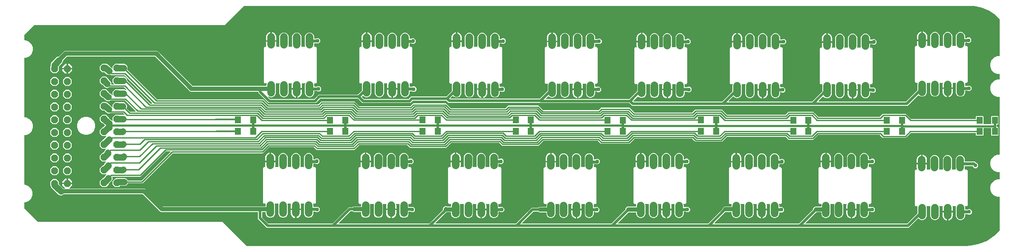
<source format=gbr>
G04 EAGLE Gerber RS-274X export*
G75*
%MOMM*%
%FSLAX34Y34*%
%LPD*%
%INTop Copper*%
%IPPOS*%
%AMOC8*
5,1,8,0,0,1.08239X$1,22.5*%
G01*
%ADD10R,1.200000X1.400000*%
%ADD11C,1.524000*%
%ADD12P,1.539592X8X112.500000*%
%ADD13C,0.609600*%
%ADD14C,0.756400*%
%ADD15C,0.812800*%
%ADD16C,0.508000*%
%ADD17C,1.270000*%
%ADD18C,0.406400*%
%ADD19C,0.304800*%
%ADD20C,0.254000*%

G36*
X1625614Y-80515D02*
X1625614Y-80515D01*
X1625637Y-80516D01*
X1634202Y-80096D01*
X1634234Y-80089D01*
X1634313Y-80082D01*
X1651112Y-76740D01*
X1651135Y-76732D01*
X1651255Y-76697D01*
X1667080Y-70142D01*
X1667100Y-70129D01*
X1667212Y-70072D01*
X1681454Y-60556D01*
X1681471Y-60539D01*
X1681569Y-60461D01*
X1692178Y-49852D01*
X1692231Y-49778D01*
X1692262Y-49742D01*
X1692270Y-49734D01*
X1692270Y-49732D01*
X1692291Y-49708D01*
X1692303Y-49678D01*
X1692322Y-49652D01*
X1692349Y-49565D01*
X1692352Y-49557D01*
X1692373Y-49511D01*
X1692374Y-49501D01*
X1692383Y-49480D01*
X1692387Y-49439D01*
X1692394Y-49417D01*
X1692393Y-49385D01*
X1692401Y-49313D01*
X1692401Y16698D01*
X1692398Y16718D01*
X1692400Y16737D01*
X1692378Y16839D01*
X1692362Y16941D01*
X1692352Y16958D01*
X1692348Y16978D01*
X1692295Y17067D01*
X1692246Y17158D01*
X1692232Y17172D01*
X1692222Y17189D01*
X1692143Y17256D01*
X1692068Y17328D01*
X1692050Y17336D01*
X1692035Y17349D01*
X1691939Y17388D01*
X1691845Y17431D01*
X1691825Y17433D01*
X1691807Y17441D01*
X1691640Y17459D01*
X1687511Y17459D01*
X1681064Y20130D01*
X1676130Y25064D01*
X1673459Y31511D01*
X1673459Y38489D01*
X1676130Y44936D01*
X1681064Y49870D01*
X1687511Y52541D01*
X1691640Y52541D01*
X1691660Y52544D01*
X1691679Y52542D01*
X1691781Y52564D01*
X1691883Y52580D01*
X1691900Y52590D01*
X1691920Y52594D01*
X1692009Y52647D01*
X1692100Y52696D01*
X1692114Y52710D01*
X1692131Y52720D01*
X1692198Y52799D01*
X1692270Y52874D01*
X1692278Y52892D01*
X1692291Y52907D01*
X1692330Y53003D01*
X1692373Y53097D01*
X1692375Y53117D01*
X1692383Y53135D01*
X1692401Y53302D01*
X1692401Y65698D01*
X1692398Y65718D01*
X1692400Y65737D01*
X1692378Y65839D01*
X1692362Y65941D01*
X1692352Y65958D01*
X1692348Y65978D01*
X1692295Y66067D01*
X1692246Y66158D01*
X1692232Y66172D01*
X1692222Y66189D01*
X1692143Y66256D01*
X1692068Y66328D01*
X1692050Y66336D01*
X1692035Y66349D01*
X1691939Y66388D01*
X1691845Y66431D01*
X1691825Y66433D01*
X1691807Y66441D01*
X1691640Y66459D01*
X1687511Y66459D01*
X1681064Y69130D01*
X1676130Y74064D01*
X1673459Y80511D01*
X1673459Y87489D01*
X1676130Y93936D01*
X1681064Y98870D01*
X1687511Y101541D01*
X1691640Y101541D01*
X1691660Y101544D01*
X1691679Y101542D01*
X1691781Y101564D01*
X1691883Y101580D01*
X1691900Y101590D01*
X1691920Y101594D01*
X1692009Y101647D01*
X1692100Y101696D01*
X1692114Y101710D01*
X1692131Y101720D01*
X1692198Y101799D01*
X1692270Y101874D01*
X1692278Y101892D01*
X1692291Y101907D01*
X1692330Y102003D01*
X1692373Y102097D01*
X1692375Y102117D01*
X1692383Y102135D01*
X1692401Y102302D01*
X1692401Y215698D01*
X1692398Y215718D01*
X1692400Y215737D01*
X1692378Y215839D01*
X1692362Y215941D01*
X1692352Y215958D01*
X1692348Y215978D01*
X1692295Y216067D01*
X1692246Y216158D01*
X1692232Y216172D01*
X1692222Y216189D01*
X1692143Y216256D01*
X1692068Y216328D01*
X1692050Y216336D01*
X1692035Y216349D01*
X1691939Y216388D01*
X1691845Y216431D01*
X1691825Y216433D01*
X1691807Y216441D01*
X1691640Y216459D01*
X1687511Y216459D01*
X1681064Y219130D01*
X1676130Y224064D01*
X1673459Y230511D01*
X1673459Y237489D01*
X1676130Y243936D01*
X1681064Y248870D01*
X1687511Y251541D01*
X1691640Y251541D01*
X1691660Y251544D01*
X1691679Y251542D01*
X1691781Y251564D01*
X1691883Y251580D01*
X1691900Y251590D01*
X1691920Y251594D01*
X1692009Y251647D01*
X1692100Y251696D01*
X1692114Y251710D01*
X1692131Y251720D01*
X1692198Y251799D01*
X1692270Y251874D01*
X1692278Y251892D01*
X1692291Y251907D01*
X1692330Y252003D01*
X1692373Y252097D01*
X1692375Y252117D01*
X1692383Y252135D01*
X1692401Y252302D01*
X1692401Y261698D01*
X1692398Y261718D01*
X1692400Y261737D01*
X1692378Y261839D01*
X1692362Y261941D01*
X1692352Y261958D01*
X1692348Y261978D01*
X1692295Y262067D01*
X1692246Y262158D01*
X1692232Y262172D01*
X1692222Y262189D01*
X1692143Y262256D01*
X1692068Y262328D01*
X1692050Y262336D01*
X1692035Y262349D01*
X1691939Y262388D01*
X1691845Y262431D01*
X1691825Y262433D01*
X1691807Y262441D01*
X1691640Y262459D01*
X1687511Y262459D01*
X1681064Y265130D01*
X1676130Y270064D01*
X1673459Y276511D01*
X1673459Y283489D01*
X1676130Y289936D01*
X1681064Y294870D01*
X1687511Y297541D01*
X1691640Y297541D01*
X1691660Y297544D01*
X1691679Y297542D01*
X1691781Y297564D01*
X1691883Y297580D01*
X1691900Y297590D01*
X1691920Y297594D01*
X1692009Y297647D01*
X1692100Y297696D01*
X1692114Y297710D01*
X1692131Y297720D01*
X1692198Y297799D01*
X1692270Y297874D01*
X1692278Y297892D01*
X1692291Y297907D01*
X1692330Y298003D01*
X1692373Y298097D01*
X1692375Y298117D01*
X1692383Y298135D01*
X1692401Y298302D01*
X1692401Y371329D01*
X1692387Y371419D01*
X1692379Y371510D01*
X1692367Y371540D01*
X1692362Y371572D01*
X1692319Y371652D01*
X1692283Y371736D01*
X1692257Y371768D01*
X1692246Y371789D01*
X1692223Y371811D01*
X1692178Y371867D01*
X1684355Y379691D01*
X1684336Y379704D01*
X1684240Y379785D01*
X1671240Y388471D01*
X1671218Y388481D01*
X1671108Y388542D01*
X1656663Y394525D01*
X1656640Y394531D01*
X1656520Y394568D01*
X1641186Y397619D01*
X1641153Y397620D01*
X1641075Y397632D01*
X1633257Y398016D01*
X1633243Y398015D01*
X1633220Y398017D01*
X192183Y398017D01*
X192093Y398003D01*
X192002Y397995D01*
X191973Y397983D01*
X191941Y397978D01*
X191860Y397935D01*
X191776Y397899D01*
X191744Y397873D01*
X191723Y397862D01*
X191701Y397839D01*
X191645Y397794D01*
X155926Y362075D01*
X153768Y359917D01*
X-224377Y359917D01*
X-224467Y359903D01*
X-224558Y359895D01*
X-224587Y359883D01*
X-224619Y359878D01*
X-224700Y359835D01*
X-224784Y359799D01*
X-224816Y359773D01*
X-224837Y359762D01*
X-224859Y359739D01*
X-224915Y359694D01*
X-244378Y340231D01*
X-244420Y340173D01*
X-244469Y340121D01*
X-244478Y340103D01*
X-244491Y340088D01*
X-244503Y340057D01*
X-244522Y340031D01*
X-244543Y339962D01*
X-244573Y339898D01*
X-244575Y339878D01*
X-244583Y339859D01*
X-244587Y339818D01*
X-244594Y339796D01*
X-244593Y339764D01*
X-244601Y339693D01*
X-244601Y330302D01*
X-244598Y330282D01*
X-244600Y330263D01*
X-244578Y330161D01*
X-244562Y330059D01*
X-244552Y330042D01*
X-244548Y330022D01*
X-244495Y329933D01*
X-244446Y329842D01*
X-244432Y329828D01*
X-244422Y329811D01*
X-244343Y329744D01*
X-244268Y329672D01*
X-244250Y329664D01*
X-244235Y329651D01*
X-244139Y329612D01*
X-244045Y329569D01*
X-244025Y329567D01*
X-244007Y329559D01*
X-243840Y329541D01*
X-241511Y329541D01*
X-235064Y326870D01*
X-230130Y321936D01*
X-227459Y315489D01*
X-227459Y308511D01*
X-230130Y302064D01*
X-235064Y297130D01*
X-241511Y294459D01*
X-243840Y294459D01*
X-243860Y294456D01*
X-243879Y294458D01*
X-243981Y294436D01*
X-244083Y294420D01*
X-244100Y294410D01*
X-244120Y294406D01*
X-244209Y294353D01*
X-244300Y294304D01*
X-244314Y294290D01*
X-244331Y294280D01*
X-244398Y294201D01*
X-244470Y294126D01*
X-244478Y294108D01*
X-244491Y294093D01*
X-244530Y293997D01*
X-244573Y293903D01*
X-244575Y293883D01*
X-244583Y293865D01*
X-244601Y293698D01*
X-244601Y176302D01*
X-244598Y176282D01*
X-244600Y176263D01*
X-244578Y176161D01*
X-244562Y176059D01*
X-244552Y176042D01*
X-244548Y176022D01*
X-244495Y175933D01*
X-244446Y175842D01*
X-244432Y175828D01*
X-244422Y175811D01*
X-244343Y175744D01*
X-244268Y175672D01*
X-244250Y175664D01*
X-244235Y175651D01*
X-244139Y175612D01*
X-244045Y175569D01*
X-244025Y175567D01*
X-244007Y175559D01*
X-243840Y175541D01*
X-241511Y175541D01*
X-235064Y172870D01*
X-230130Y167936D01*
X-227459Y161489D01*
X-227459Y154511D01*
X-230130Y148064D01*
X-235064Y143130D01*
X-241511Y140459D01*
X-243840Y140459D01*
X-243860Y140456D01*
X-243879Y140458D01*
X-243981Y140436D01*
X-244083Y140420D01*
X-244100Y140410D01*
X-244120Y140406D01*
X-244209Y140353D01*
X-244300Y140304D01*
X-244314Y140290D01*
X-244331Y140280D01*
X-244398Y140201D01*
X-244470Y140126D01*
X-244478Y140108D01*
X-244491Y140093D01*
X-244530Y139997D01*
X-244573Y139903D01*
X-244575Y139883D01*
X-244583Y139865D01*
X-244601Y139698D01*
X-244601Y42302D01*
X-244598Y42282D01*
X-244600Y42263D01*
X-244578Y42161D01*
X-244562Y42059D01*
X-244552Y42042D01*
X-244548Y42022D01*
X-244495Y41933D01*
X-244446Y41842D01*
X-244432Y41828D01*
X-244422Y41811D01*
X-244343Y41744D01*
X-244268Y41672D01*
X-244250Y41664D01*
X-244235Y41651D01*
X-244139Y41612D01*
X-244045Y41569D01*
X-244025Y41567D01*
X-244007Y41559D01*
X-243840Y41541D01*
X-242511Y41541D01*
X-236064Y38870D01*
X-231130Y33936D01*
X-228459Y27489D01*
X-228459Y20511D01*
X-231130Y14064D01*
X-236064Y9130D01*
X-242511Y6459D01*
X-243840Y6459D01*
X-243860Y6456D01*
X-243879Y6458D01*
X-243981Y6436D01*
X-244083Y6420D01*
X-244100Y6410D01*
X-244120Y6406D01*
X-244209Y6353D01*
X-244300Y6304D01*
X-244314Y6290D01*
X-244331Y6280D01*
X-244398Y6201D01*
X-244470Y6126D01*
X-244478Y6108D01*
X-244491Y6093D01*
X-244530Y5997D01*
X-244573Y5903D01*
X-244575Y5883D01*
X-244583Y5865D01*
X-244601Y5698D01*
X-244601Y-4413D01*
X-244599Y-4424D01*
X-244600Y-4432D01*
X-244592Y-4471D01*
X-244587Y-4503D01*
X-244579Y-4594D01*
X-244567Y-4623D01*
X-244562Y-4655D01*
X-244519Y-4736D01*
X-244483Y-4820D01*
X-244457Y-4852D01*
X-244446Y-4873D01*
X-244423Y-4895D01*
X-244378Y-4951D01*
X-217295Y-32034D01*
X-217221Y-32087D01*
X-217152Y-32147D01*
X-217121Y-32159D01*
X-217095Y-32178D01*
X-217008Y-32205D01*
X-216923Y-32239D01*
X-216882Y-32243D01*
X-216860Y-32250D01*
X-216828Y-32249D01*
X-216757Y-32257D01*
X149196Y-32257D01*
X197233Y-80294D01*
X197307Y-80347D01*
X197376Y-80407D01*
X197407Y-80419D01*
X197433Y-80438D01*
X197520Y-80465D01*
X197605Y-80499D01*
X197646Y-80503D01*
X197668Y-80510D01*
X197700Y-80509D01*
X197771Y-80517D01*
X1625600Y-80517D01*
X1625614Y-80515D01*
G37*
%LPC*%
G36*
X-89734Y37109D02*
X-89734Y37109D01*
X-94794Y42168D01*
X-94794Y49323D01*
X-89734Y54382D01*
X-88972Y54382D01*
X-88882Y54397D01*
X-88791Y54404D01*
X-88761Y54417D01*
X-88729Y54422D01*
X-88648Y54465D01*
X-88565Y54500D01*
X-88532Y54526D01*
X-88512Y54537D01*
X-88490Y54560D01*
X-88434Y54605D01*
X-84833Y58205D01*
X-84795Y58258D01*
X-84749Y58305D01*
X-84709Y58378D01*
X-84690Y58405D01*
X-84684Y58424D01*
X-84668Y58452D01*
X-84349Y59223D01*
X-82363Y61209D01*
X-82321Y61267D01*
X-82272Y61319D01*
X-82250Y61367D01*
X-82220Y61409D01*
X-82198Y61477D01*
X-82168Y61542D01*
X-82162Y61594D01*
X-82147Y61644D01*
X-82149Y61716D01*
X-82141Y61787D01*
X-82152Y61838D01*
X-82154Y61890D01*
X-82178Y61957D01*
X-82193Y62027D01*
X-82220Y62072D01*
X-82238Y62121D01*
X-82283Y62177D01*
X-82320Y62238D01*
X-82359Y62272D01*
X-82392Y62313D01*
X-82452Y62352D01*
X-82506Y62398D01*
X-82555Y62418D01*
X-82599Y62446D01*
X-82668Y62463D01*
X-82735Y62490D01*
X-82806Y62498D01*
X-82837Y62506D01*
X-82860Y62504D01*
X-82901Y62509D01*
X-89734Y62509D01*
X-94794Y67568D01*
X-94794Y74723D01*
X-89734Y79782D01*
X-88972Y79782D01*
X-88882Y79797D01*
X-88791Y79804D01*
X-88761Y79817D01*
X-88729Y79822D01*
X-88648Y79865D01*
X-88565Y79900D01*
X-88532Y79926D01*
X-88512Y79937D01*
X-88490Y79960D01*
X-88434Y80005D01*
X-85985Y82454D01*
X-85947Y82507D01*
X-85901Y82554D01*
X-85861Y82627D01*
X-85841Y82654D01*
X-85836Y82672D01*
X-85820Y82701D01*
X-84908Y84903D01*
X-83201Y86609D01*
X-83159Y86667D01*
X-83110Y86719D01*
X-83088Y86767D01*
X-83058Y86809D01*
X-83037Y86877D01*
X-83006Y86942D01*
X-83001Y86994D01*
X-82985Y87044D01*
X-82987Y87116D01*
X-82979Y87187D01*
X-82990Y87238D01*
X-82992Y87290D01*
X-83016Y87357D01*
X-83032Y87427D01*
X-83058Y87472D01*
X-83076Y87521D01*
X-83121Y87577D01*
X-83158Y87638D01*
X-83197Y87672D01*
X-83230Y87713D01*
X-83290Y87752D01*
X-83345Y87798D01*
X-83393Y87818D01*
X-83437Y87846D01*
X-83506Y87863D01*
X-83573Y87890D01*
X-83644Y87898D01*
X-83675Y87906D01*
X-83699Y87904D01*
X-83740Y87909D01*
X-89734Y87909D01*
X-94794Y92968D01*
X-94794Y100123D01*
X-89734Y105182D01*
X-88972Y105182D01*
X-88882Y105197D01*
X-88791Y105204D01*
X-88761Y105217D01*
X-88729Y105222D01*
X-88648Y105265D01*
X-88565Y105300D01*
X-88532Y105326D01*
X-88512Y105337D01*
X-88490Y105360D01*
X-88434Y105405D01*
X-85893Y107945D01*
X-85855Y107999D01*
X-85809Y108045D01*
X-85769Y108118D01*
X-85750Y108145D01*
X-85744Y108164D01*
X-85728Y108192D01*
X-85086Y109744D01*
X-82820Y112009D01*
X-82778Y112067D01*
X-82729Y112119D01*
X-82707Y112167D01*
X-82677Y112209D01*
X-82656Y112277D01*
X-82625Y112342D01*
X-82620Y112394D01*
X-82604Y112444D01*
X-82606Y112516D01*
X-82598Y112587D01*
X-82609Y112638D01*
X-82611Y112690D01*
X-82635Y112757D01*
X-82651Y112827D01*
X-82677Y112872D01*
X-82695Y112921D01*
X-82740Y112977D01*
X-82777Y113038D01*
X-82816Y113072D01*
X-82849Y113113D01*
X-82909Y113152D01*
X-82964Y113198D01*
X-83012Y113218D01*
X-83056Y113246D01*
X-83125Y113263D01*
X-83192Y113290D01*
X-83263Y113298D01*
X-83294Y113306D01*
X-83318Y113304D01*
X-83359Y113309D01*
X-89734Y113309D01*
X-94794Y118368D01*
X-94794Y125523D01*
X-89734Y130582D01*
X-88972Y130582D01*
X-88882Y130597D01*
X-88791Y130604D01*
X-88761Y130617D01*
X-88729Y130622D01*
X-88648Y130665D01*
X-88565Y130700D01*
X-88532Y130726D01*
X-88512Y130737D01*
X-88490Y130760D01*
X-88434Y130805D01*
X-83497Y135741D01*
X-83459Y135795D01*
X-83413Y135842D01*
X-83373Y135914D01*
X-83354Y135941D01*
X-83348Y135960D01*
X-83332Y135988D01*
X-83282Y136109D01*
X-81982Y137409D01*
X-81940Y137467D01*
X-81891Y137519D01*
X-81869Y137567D01*
X-81839Y137609D01*
X-81817Y137677D01*
X-81787Y137742D01*
X-81781Y137794D01*
X-81766Y137844D01*
X-81768Y137916D01*
X-81760Y137987D01*
X-81771Y138038D01*
X-81773Y138090D01*
X-81797Y138157D01*
X-81812Y138227D01*
X-81839Y138272D01*
X-81857Y138321D01*
X-81902Y138377D01*
X-81939Y138438D01*
X-81978Y138472D01*
X-82011Y138513D01*
X-82071Y138552D01*
X-82125Y138598D01*
X-82174Y138618D01*
X-82218Y138646D01*
X-82287Y138663D01*
X-82354Y138690D01*
X-82425Y138698D01*
X-82456Y138706D01*
X-82479Y138704D01*
X-82520Y138709D01*
X-89734Y138709D01*
X-94794Y143768D01*
X-94794Y150923D01*
X-89734Y155982D01*
X-88972Y155982D01*
X-88882Y155997D01*
X-88791Y156004D01*
X-88761Y156017D01*
X-88729Y156022D01*
X-88648Y156065D01*
X-88565Y156100D01*
X-88532Y156126D01*
X-88512Y156137D01*
X-88490Y156160D01*
X-88434Y156205D01*
X-85132Y159507D01*
X-85120Y159523D01*
X-85104Y159536D01*
X-85075Y159581D01*
X-85048Y159610D01*
X-85030Y159649D01*
X-84988Y159707D01*
X-84982Y159726D01*
X-84971Y159743D01*
X-84954Y159812D01*
X-84944Y159833D01*
X-84942Y159858D01*
X-84916Y159942D01*
X-84916Y159962D01*
X-84911Y159981D01*
X-84918Y160069D01*
X-84917Y160077D01*
X-84919Y160088D01*
X-84922Y160188D01*
X-84929Y160207D01*
X-84930Y160226D01*
X-84971Y160321D01*
X-85007Y160419D01*
X-85019Y160434D01*
X-85027Y160453D01*
X-85132Y160584D01*
X-88434Y163886D01*
X-88508Y163939D01*
X-88577Y163998D01*
X-88607Y164010D01*
X-88633Y164029D01*
X-88720Y164056D01*
X-88805Y164090D01*
X-88846Y164095D01*
X-88868Y164102D01*
X-88901Y164101D01*
X-88972Y164109D01*
X-89734Y164109D01*
X-94794Y169168D01*
X-94794Y176323D01*
X-89734Y181382D01*
X-82579Y181382D01*
X-77520Y176323D01*
X-77520Y175560D01*
X-77505Y175470D01*
X-77498Y175379D01*
X-77486Y175350D01*
X-77480Y175318D01*
X-77438Y175237D01*
X-77402Y175153D01*
X-77376Y175121D01*
X-77365Y175100D01*
X-77342Y175078D01*
X-77297Y175022D01*
X-73687Y171412D01*
X-73634Y171374D01*
X-73587Y171328D01*
X-73514Y171288D01*
X-73487Y171268D01*
X-73469Y171263D01*
X-73440Y171247D01*
X-72019Y170658D01*
X-70693Y169333D01*
X-70635Y169291D01*
X-70583Y169241D01*
X-70536Y169219D01*
X-70493Y169189D01*
X-70425Y169168D01*
X-70360Y169138D01*
X-70308Y169132D01*
X-70258Y169117D01*
X-70186Y169119D01*
X-70115Y169111D01*
X-70064Y169122D01*
X-70012Y169123D01*
X-69945Y169148D01*
X-69875Y169163D01*
X-69830Y169190D01*
X-69781Y169207D01*
X-69725Y169252D01*
X-69664Y169289D01*
X-69630Y169329D01*
X-69589Y169361D01*
X-69551Y169421D01*
X-69504Y169476D01*
X-69484Y169524D01*
X-69456Y169568D01*
X-69439Y169638D01*
X-69412Y169704D01*
X-69404Y169775D01*
X-69396Y169807D01*
X-69398Y169830D01*
X-69394Y169871D01*
X-69394Y176323D01*
X-64334Y181382D01*
X-57179Y181382D01*
X-56640Y180843D01*
X-56566Y180790D01*
X-56497Y180730D01*
X-56467Y180718D01*
X-56441Y180700D01*
X-56354Y180673D01*
X-56269Y180639D01*
X-56228Y180634D01*
X-56206Y180627D01*
X-56173Y180628D01*
X-56102Y180620D01*
X-46922Y180620D01*
X-46742Y180545D01*
X-46647Y180523D01*
X-46554Y180495D01*
X-46528Y180495D01*
X-46503Y180489D01*
X-46406Y180498D01*
X-46308Y180501D01*
X-46284Y180510D01*
X-46258Y180512D01*
X-46169Y180552D01*
X-46077Y180585D01*
X-46057Y180602D01*
X-46033Y180612D01*
X-45962Y180678D01*
X-45885Y180739D01*
X-45871Y180761D01*
X-45852Y180779D01*
X-45805Y180864D01*
X-45752Y180946D01*
X-45746Y180971D01*
X-45733Y180994D01*
X-45716Y181090D01*
X-45692Y181185D01*
X-45694Y181211D01*
X-45690Y181236D01*
X-45704Y181333D01*
X-45711Y181430D01*
X-45721Y181454D01*
X-45725Y181480D01*
X-45770Y181567D01*
X-45808Y181656D01*
X-45828Y181681D01*
X-45837Y181699D01*
X-45860Y181722D01*
X-45912Y181787D01*
X-48306Y184180D01*
X-48380Y184233D01*
X-48449Y184293D01*
X-48479Y184305D01*
X-48505Y184324D01*
X-48592Y184351D01*
X-48677Y184385D01*
X-48718Y184389D01*
X-48740Y184396D01*
X-48773Y184395D01*
X-48844Y184403D01*
X-74189Y184403D01*
X-74254Y184393D01*
X-74320Y184392D01*
X-74400Y184369D01*
X-74432Y184364D01*
X-74441Y184359D01*
X-74445Y184358D01*
X-74456Y184353D01*
X-74481Y184345D01*
X-75751Y183819D01*
X-78884Y183819D01*
X-81778Y185018D01*
X-86046Y189286D01*
X-86120Y189339D01*
X-86189Y189398D01*
X-86220Y189410D01*
X-86246Y189429D01*
X-86333Y189456D01*
X-86418Y189490D01*
X-86458Y189495D01*
X-86481Y189502D01*
X-86513Y189501D01*
X-86584Y189509D01*
X-89734Y189509D01*
X-94794Y194568D01*
X-94794Y201723D01*
X-89734Y206782D01*
X-82579Y206782D01*
X-81652Y205855D01*
X-81599Y205816D01*
X-81552Y205770D01*
X-81479Y205730D01*
X-81452Y205711D01*
X-81434Y205705D01*
X-81405Y205690D01*
X-79308Y204821D01*
X-70693Y196206D01*
X-70635Y196164D01*
X-70583Y196115D01*
X-70536Y196093D01*
X-70493Y196062D01*
X-70425Y196041D01*
X-70360Y196011D01*
X-70308Y196005D01*
X-70258Y195990D01*
X-70186Y195992D01*
X-70115Y195984D01*
X-70064Y195995D01*
X-70012Y195996D01*
X-69945Y196021D01*
X-69875Y196036D01*
X-69830Y196063D01*
X-69781Y196081D01*
X-69725Y196126D01*
X-69664Y196162D01*
X-69630Y196202D01*
X-69589Y196234D01*
X-69551Y196295D01*
X-69504Y196349D01*
X-69484Y196398D01*
X-69456Y196441D01*
X-69439Y196511D01*
X-69412Y196577D01*
X-69404Y196649D01*
X-69396Y196680D01*
X-69398Y196703D01*
X-69394Y196744D01*
X-69394Y201723D01*
X-64334Y206782D01*
X-57179Y206782D01*
X-56640Y206243D01*
X-56566Y206190D01*
X-56497Y206130D01*
X-56467Y206118D01*
X-56441Y206100D01*
X-56354Y206073D01*
X-56269Y206039D01*
X-56228Y206034D01*
X-56205Y206027D01*
X-56173Y206028D01*
X-56102Y206020D01*
X-47862Y206020D01*
X-44968Y204821D01*
X-42219Y202073D01*
X-41020Y199178D01*
X-41020Y196046D01*
X-41516Y194850D01*
X-41542Y194737D01*
X-41571Y194623D01*
X-41570Y194616D01*
X-41572Y194610D01*
X-41561Y194494D01*
X-41552Y194377D01*
X-41549Y194372D01*
X-41549Y194365D01*
X-41501Y194257D01*
X-41455Y194151D01*
X-41451Y194145D01*
X-41449Y194141D01*
X-41436Y194127D01*
X-41351Y194020D01*
X-34640Y187310D01*
X-34566Y187257D01*
X-34497Y187197D01*
X-34467Y187185D01*
X-34441Y187166D01*
X-34354Y187139D01*
X-34269Y187105D01*
X-34228Y187101D01*
X-34206Y187094D01*
X-34173Y187095D01*
X-34102Y187087D01*
X-24068Y187087D01*
X-23998Y187098D01*
X-23926Y187100D01*
X-23877Y187118D01*
X-23826Y187126D01*
X-23762Y187160D01*
X-23695Y187185D01*
X-23654Y187217D01*
X-23608Y187242D01*
X-23559Y187294D01*
X-23503Y187338D01*
X-23475Y187382D01*
X-23439Y187420D01*
X-23409Y187485D01*
X-23370Y187545D01*
X-23357Y187596D01*
X-23335Y187643D01*
X-23327Y187714D01*
X-23310Y187784D01*
X-23314Y187836D01*
X-23308Y187887D01*
X-23324Y187958D01*
X-23329Y188029D01*
X-23349Y188077D01*
X-23361Y188128D01*
X-23397Y188189D01*
X-23425Y188255D01*
X-23470Y188311D01*
X-23487Y188339D01*
X-23504Y188354D01*
X-23530Y188386D01*
X-44775Y209631D01*
X-44849Y209684D01*
X-44918Y209744D01*
X-44949Y209756D01*
X-44975Y209775D01*
X-45062Y209801D01*
X-45147Y209836D01*
X-45188Y209840D01*
X-45210Y209847D01*
X-45242Y209846D01*
X-45313Y209854D01*
X-72623Y209854D01*
X-72713Y209839D01*
X-72804Y209832D01*
X-72834Y209820D01*
X-72866Y209814D01*
X-72946Y209772D01*
X-73030Y209736D01*
X-73062Y209710D01*
X-73083Y209699D01*
X-73105Y209676D01*
X-73161Y209631D01*
X-73212Y209580D01*
X-76107Y208381D01*
X-80433Y208381D01*
X-83328Y209580D01*
X-85650Y211902D01*
X-88434Y214686D01*
X-88508Y214739D01*
X-88577Y214798D01*
X-88607Y214810D01*
X-88633Y214829D01*
X-88720Y214856D01*
X-88805Y214890D01*
X-88846Y214895D01*
X-88868Y214902D01*
X-88901Y214901D01*
X-88972Y214909D01*
X-89734Y214909D01*
X-94794Y219968D01*
X-94794Y227123D01*
X-89734Y232182D01*
X-82579Y232182D01*
X-77520Y227123D01*
X-77520Y226360D01*
X-77505Y226270D01*
X-77498Y226179D01*
X-77486Y226150D01*
X-77480Y226118D01*
X-77438Y226037D01*
X-77402Y225953D01*
X-77376Y225921D01*
X-77365Y225900D01*
X-77342Y225878D01*
X-77297Y225822D01*
X-75358Y223883D01*
X-75304Y223845D01*
X-75258Y223799D01*
X-75185Y223758D01*
X-75158Y223739D01*
X-75139Y223733D01*
X-75111Y223718D01*
X-73212Y222931D01*
X-70997Y220716D01*
X-70858Y220380D01*
X-70807Y220297D01*
X-70761Y220211D01*
X-70742Y220193D01*
X-70728Y220171D01*
X-70653Y220109D01*
X-70583Y220042D01*
X-70559Y220031D01*
X-70539Y220014D01*
X-70448Y219979D01*
X-70360Y219938D01*
X-70334Y219935D01*
X-70309Y219926D01*
X-70212Y219922D01*
X-70115Y219911D01*
X-70090Y219917D01*
X-70064Y219916D01*
X-69970Y219943D01*
X-69875Y219963D01*
X-69853Y219977D01*
X-69827Y219984D01*
X-69747Y220040D01*
X-69664Y220090D01*
X-69647Y220109D01*
X-69625Y220124D01*
X-69567Y220202D01*
X-69504Y220276D01*
X-69494Y220301D01*
X-69479Y220322D01*
X-69448Y220414D01*
X-69412Y220505D01*
X-69408Y220537D01*
X-69402Y220556D01*
X-69403Y220589D01*
X-69394Y220671D01*
X-69394Y227123D01*
X-64334Y232182D01*
X-57179Y232182D01*
X-56640Y231643D01*
X-56566Y231590D01*
X-56497Y231530D01*
X-56467Y231518D01*
X-56441Y231500D01*
X-56354Y231473D01*
X-56269Y231439D01*
X-56228Y231434D01*
X-56205Y231427D01*
X-56173Y231428D01*
X-56102Y231420D01*
X-49874Y231420D01*
X-49809Y231431D01*
X-49744Y231431D01*
X-49664Y231455D01*
X-49631Y231460D01*
X-49614Y231469D01*
X-49582Y231478D01*
X-49293Y231598D01*
X-46160Y231598D01*
X-43205Y230374D01*
X-43110Y230352D01*
X-43017Y230323D01*
X-42991Y230324D01*
X-42965Y230318D01*
X-42869Y230327D01*
X-42771Y230329D01*
X-42747Y230338D01*
X-42721Y230341D01*
X-42632Y230380D01*
X-42540Y230414D01*
X-42520Y230430D01*
X-42496Y230441D01*
X-42424Y230507D01*
X-42348Y230567D01*
X-42334Y230589D01*
X-42315Y230607D01*
X-42268Y230693D01*
X-42215Y230774D01*
X-42209Y230800D01*
X-42196Y230823D01*
X-42179Y230919D01*
X-42155Y231013D01*
X-42157Y231039D01*
X-42152Y231065D01*
X-42167Y231161D01*
X-42174Y231258D01*
X-42184Y231282D01*
X-42188Y231308D01*
X-42232Y231395D01*
X-42271Y231484D01*
X-42291Y231510D01*
X-42300Y231527D01*
X-42323Y231550D01*
X-42375Y231615D01*
X-46223Y235463D01*
X-46297Y235516D01*
X-46366Y235575D01*
X-46396Y235588D01*
X-46423Y235606D01*
X-46510Y235633D01*
X-46594Y235667D01*
X-46635Y235672D01*
X-46658Y235679D01*
X-46690Y235678D01*
X-46761Y235686D01*
X-75935Y235686D01*
X-75999Y235675D01*
X-76065Y235675D01*
X-76145Y235651D01*
X-76178Y235646D01*
X-76195Y235637D01*
X-76226Y235628D01*
X-78723Y234594D01*
X-81856Y234594D01*
X-84750Y235793D01*
X-86965Y238008D01*
X-87338Y238908D01*
X-87373Y238964D01*
X-87399Y239024D01*
X-87451Y239089D01*
X-87468Y239117D01*
X-87483Y239130D01*
X-87503Y239155D01*
X-88434Y240086D01*
X-88508Y240139D01*
X-88577Y240198D01*
X-88607Y240210D01*
X-88633Y240229D01*
X-88720Y240256D01*
X-88805Y240290D01*
X-88846Y240295D01*
X-88868Y240302D01*
X-88901Y240301D01*
X-88972Y240309D01*
X-89734Y240309D01*
X-94794Y245368D01*
X-94794Y252523D01*
X-89734Y257582D01*
X-82579Y257582D01*
X-77520Y252523D01*
X-77520Y251760D01*
X-77505Y251670D01*
X-77498Y251579D01*
X-77486Y251550D01*
X-77480Y251518D01*
X-77438Y251437D01*
X-77402Y251353D01*
X-77376Y251321D01*
X-77365Y251300D01*
X-77342Y251278D01*
X-77297Y251222D01*
X-73614Y247539D01*
X-72415Y244644D01*
X-72415Y242037D01*
X-72411Y242017D01*
X-72414Y241997D01*
X-72392Y241896D01*
X-72375Y241794D01*
X-72366Y241776D01*
X-72361Y241757D01*
X-72308Y241668D01*
X-72260Y241576D01*
X-72245Y241563D01*
X-72235Y241546D01*
X-72156Y241478D01*
X-72081Y241407D01*
X-72063Y241399D01*
X-72048Y241386D01*
X-71952Y241347D01*
X-71858Y241303D01*
X-71839Y241301D01*
X-71820Y241294D01*
X-71653Y241275D01*
X-67139Y241275D01*
X-67068Y241287D01*
X-66996Y241289D01*
X-66947Y241307D01*
X-66896Y241315D01*
X-66833Y241349D01*
X-66765Y241373D01*
X-66725Y241406D01*
X-66679Y241430D01*
X-66629Y241482D01*
X-66573Y241527D01*
X-66545Y241571D01*
X-66509Y241609D01*
X-66479Y241673D01*
X-66440Y241734D01*
X-66428Y241784D01*
X-66406Y241832D01*
X-66398Y241903D01*
X-66380Y241972D01*
X-66384Y242024D01*
X-66379Y242076D01*
X-66394Y242146D01*
X-66399Y242218D01*
X-66420Y242265D01*
X-66431Y242316D01*
X-66468Y242378D01*
X-66496Y242444D01*
X-66540Y242500D01*
X-66557Y242528D01*
X-66575Y242543D01*
X-66600Y242575D01*
X-69394Y245368D01*
X-69394Y252523D01*
X-64334Y257582D01*
X-57179Y257582D01*
X-56640Y257043D01*
X-56566Y256990D01*
X-56497Y256930D01*
X-56467Y256918D01*
X-56441Y256900D01*
X-56354Y256873D01*
X-56269Y256839D01*
X-56228Y256834D01*
X-56206Y256827D01*
X-56173Y256828D01*
X-56102Y256820D01*
X-50431Y256820D01*
X-50366Y256831D01*
X-50300Y256831D01*
X-50220Y256855D01*
X-50188Y256860D01*
X-50171Y256869D01*
X-50164Y256871D01*
X-47024Y256871D01*
X-44129Y255672D01*
X-41914Y253457D01*
X-40715Y250563D01*
X-40715Y249682D01*
X-40701Y249592D01*
X-40694Y249501D01*
X-40681Y249471D01*
X-40676Y249439D01*
X-40633Y249358D01*
X-40597Y249274D01*
X-40572Y249242D01*
X-40561Y249222D01*
X-40537Y249199D01*
X-40492Y249143D01*
X5085Y203566D01*
X5159Y203513D01*
X5229Y203453D01*
X5259Y203441D01*
X5285Y203422D01*
X5372Y203395D01*
X5457Y203361D01*
X5498Y203357D01*
X5520Y203350D01*
X5552Y203351D01*
X5624Y203343D01*
X8697Y203343D01*
X8768Y203354D01*
X8840Y203356D01*
X8889Y203374D01*
X8940Y203382D01*
X9003Y203416D01*
X9071Y203441D01*
X9112Y203473D01*
X9158Y203498D01*
X9207Y203549D01*
X9263Y203594D01*
X9291Y203638D01*
X9327Y203676D01*
X9357Y203741D01*
X9396Y203801D01*
X9409Y203852D01*
X9431Y203899D01*
X9439Y203970D01*
X9456Y204040D01*
X9452Y204092D01*
X9458Y204143D01*
X9442Y204214D01*
X9437Y204285D01*
X9417Y204333D01*
X9405Y204384D01*
X9369Y204445D01*
X9341Y204511D01*
X9296Y204567D01*
X9279Y204595D01*
X9261Y204610D01*
X9236Y204642D01*
X-45893Y259771D01*
X-45967Y259824D01*
X-46036Y259883D01*
X-46066Y259895D01*
X-46092Y259914D01*
X-46179Y259941D01*
X-46264Y259975D01*
X-46305Y259980D01*
X-46327Y259987D01*
X-46360Y259986D01*
X-46431Y259994D01*
X-72532Y259994D01*
X-73065Y260527D01*
X-73161Y260596D01*
X-73254Y260665D01*
X-73260Y260667D01*
X-73265Y260671D01*
X-73377Y260705D01*
X-73488Y260741D01*
X-73494Y260741D01*
X-73500Y260743D01*
X-73617Y260740D01*
X-73734Y260739D01*
X-73741Y260737D01*
X-73746Y260737D01*
X-73763Y260730D01*
X-73895Y260692D01*
X-75091Y260197D01*
X-78224Y260197D01*
X-81118Y261396D01*
X-85208Y265486D01*
X-85282Y265539D01*
X-85351Y265598D01*
X-85381Y265610D01*
X-85408Y265629D01*
X-85494Y265656D01*
X-85579Y265690D01*
X-85620Y265695D01*
X-85643Y265702D01*
X-85675Y265701D01*
X-85746Y265709D01*
X-89734Y265709D01*
X-94794Y270768D01*
X-94794Y277923D01*
X-89734Y282982D01*
X-82579Y282982D01*
X-82040Y282443D01*
X-81966Y282390D01*
X-81897Y282330D01*
X-81867Y282318D01*
X-81841Y282300D01*
X-81754Y282273D01*
X-81669Y282239D01*
X-81628Y282234D01*
X-81605Y282227D01*
X-81573Y282228D01*
X-81502Y282220D01*
X-81365Y282220D01*
X-78470Y281021D01*
X-70693Y273244D01*
X-70635Y273202D01*
X-70583Y273153D01*
X-70536Y273131D01*
X-70493Y273100D01*
X-70425Y273079D01*
X-70360Y273049D01*
X-70308Y273043D01*
X-70258Y273028D01*
X-70186Y273030D01*
X-70115Y273022D01*
X-70064Y273033D01*
X-70012Y273034D01*
X-69945Y273059D01*
X-69875Y273074D01*
X-69830Y273101D01*
X-69781Y273119D01*
X-69725Y273164D01*
X-69664Y273200D01*
X-69630Y273240D01*
X-69589Y273273D01*
X-69551Y273333D01*
X-69504Y273387D01*
X-69484Y273436D01*
X-69456Y273480D01*
X-69439Y273549D01*
X-69412Y273616D01*
X-69404Y273687D01*
X-69396Y273718D01*
X-69398Y273741D01*
X-69394Y273782D01*
X-69394Y277923D01*
X-64334Y282982D01*
X-57179Y282982D01*
X-56640Y282443D01*
X-56566Y282390D01*
X-56497Y282330D01*
X-56467Y282318D01*
X-56441Y282300D01*
X-56354Y282273D01*
X-56269Y282239D01*
X-56228Y282234D01*
X-56205Y282227D01*
X-56173Y282228D01*
X-56102Y282220D01*
X-49654Y282220D01*
X-49589Y282231D01*
X-49524Y282231D01*
X-49444Y282254D01*
X-49411Y282260D01*
X-49394Y282269D01*
X-49363Y282278D01*
X-49318Y282296D01*
X-46186Y282296D01*
X-43291Y281097D01*
X-41076Y278882D01*
X-39877Y275988D01*
X-39877Y272855D01*
X-40373Y271659D01*
X-40399Y271546D01*
X-40428Y271432D01*
X-40427Y271426D01*
X-40429Y271420D01*
X-40418Y271303D01*
X-40409Y271187D01*
X-40406Y271181D01*
X-40406Y271175D01*
X-40358Y271067D01*
X-40312Y270961D01*
X-40308Y270955D01*
X-40306Y270950D01*
X-40293Y270936D01*
X-40208Y270830D01*
X18928Y211694D01*
X19002Y211641D01*
X19072Y211581D01*
X19102Y211569D01*
X19128Y211550D01*
X19215Y211523D01*
X19300Y211489D01*
X19341Y211485D01*
X19363Y211478D01*
X19395Y211479D01*
X19467Y211471D01*
X229663Y211471D01*
X239192Y201941D01*
X239266Y201888D01*
X239336Y201828D01*
X239366Y201816D01*
X239392Y201797D01*
X239479Y201771D01*
X239564Y201737D01*
X239605Y201732D01*
X239627Y201725D01*
X239659Y201726D01*
X239731Y201718D01*
X338533Y201718D01*
X338623Y201733D01*
X338714Y201740D01*
X338744Y201753D01*
X338776Y201758D01*
X338856Y201801D01*
X338940Y201836D01*
X338972Y201862D01*
X338993Y201873D01*
X339015Y201896D01*
X339071Y201941D01*
X344283Y207153D01*
X411540Y207153D01*
X420578Y198115D01*
X420651Y198062D01*
X420721Y198003D01*
X420751Y197990D01*
X420777Y197972D01*
X420864Y197945D01*
X420949Y197911D01*
X420990Y197906D01*
X421012Y197899D01*
X421045Y197900D01*
X421116Y197892D01*
X521047Y197892D01*
X521137Y197907D01*
X521228Y197914D01*
X521258Y197927D01*
X521290Y197932D01*
X521371Y197975D01*
X521455Y198010D01*
X521487Y198036D01*
X521507Y198047D01*
X521530Y198070D01*
X521586Y198115D01*
X527067Y203597D01*
X592818Y203597D01*
X602389Y194026D01*
X602463Y193973D01*
X602532Y193913D01*
X602562Y193901D01*
X602589Y193882D01*
X602676Y193855D01*
X602760Y193821D01*
X602801Y193817D01*
X602824Y193810D01*
X602856Y193811D01*
X602927Y193803D01*
X710297Y193803D01*
X710387Y193817D01*
X710478Y193825D01*
X710508Y193837D01*
X710540Y193842D01*
X710621Y193885D01*
X710705Y193921D01*
X710737Y193947D01*
X710757Y193958D01*
X710780Y193981D01*
X710836Y194026D01*
X716089Y199279D01*
X776300Y199279D01*
X785371Y190208D01*
X785445Y190155D01*
X785515Y190095D01*
X785545Y190083D01*
X785571Y190064D01*
X785658Y190038D01*
X785743Y190003D01*
X785784Y189999D01*
X785806Y189992D01*
X785838Y189993D01*
X785910Y189985D01*
X895222Y189985D01*
X895312Y190000D01*
X895403Y190007D01*
X895433Y190019D01*
X895465Y190025D01*
X895545Y190067D01*
X895629Y190103D01*
X895661Y190129D01*
X895682Y190140D01*
X895704Y190163D01*
X895760Y190208D01*
X900513Y194961D01*
X957243Y194961D01*
X966530Y185673D01*
X966604Y185620D01*
X966674Y185561D01*
X966704Y185549D01*
X966730Y185530D01*
X966817Y185503D01*
X966902Y185469D01*
X966943Y185464D01*
X966965Y185458D01*
X966997Y185458D01*
X967069Y185450D01*
X1081601Y185450D01*
X1081691Y185465D01*
X1081782Y185472D01*
X1081812Y185485D01*
X1081844Y185490D01*
X1081924Y185533D01*
X1082008Y185569D01*
X1082040Y185594D01*
X1082061Y185605D01*
X1082083Y185629D01*
X1082139Y185673D01*
X1085756Y189291D01*
X1087616Y191151D01*
X1140980Y191151D01*
X1142840Y189291D01*
X1150860Y181270D01*
X1150934Y181217D01*
X1151003Y181158D01*
X1151034Y181146D01*
X1151060Y181127D01*
X1151147Y181100D01*
X1151232Y181066D01*
X1151273Y181061D01*
X1151295Y181054D01*
X1151327Y181055D01*
X1151398Y181047D01*
X1266333Y181047D01*
X1266423Y181062D01*
X1266514Y181069D01*
X1266544Y181082D01*
X1266576Y181087D01*
X1266657Y181130D01*
X1266740Y181166D01*
X1266773Y181191D01*
X1266793Y181202D01*
X1266815Y181226D01*
X1266871Y181270D01*
X1270574Y184973D01*
X1272434Y186833D01*
X1322430Y186833D01*
X1324290Y184973D01*
X1332001Y177262D01*
X1332075Y177209D01*
X1332145Y177149D01*
X1332175Y177137D01*
X1332201Y177118D01*
X1332288Y177091D01*
X1332373Y177057D01*
X1332414Y177053D01*
X1332436Y177046D01*
X1332468Y177047D01*
X1332540Y177039D01*
X1453746Y177039D01*
X1453836Y177053D01*
X1453927Y177061D01*
X1453957Y177073D01*
X1453989Y177078D01*
X1454069Y177121D01*
X1454153Y177157D01*
X1454185Y177183D01*
X1454206Y177194D01*
X1454228Y177217D01*
X1454284Y177262D01*
X1457931Y180909D01*
X1459791Y182769D01*
X1506421Y182769D01*
X1516322Y172868D01*
X1516396Y172814D01*
X1516466Y172755D01*
X1516496Y172743D01*
X1516522Y172724D01*
X1516609Y172697D01*
X1516694Y172663D01*
X1516735Y172658D01*
X1516757Y172652D01*
X1516789Y172652D01*
X1516860Y172645D01*
X1644453Y172645D01*
X1644472Y172648D01*
X1644492Y172646D01*
X1644593Y172668D01*
X1644695Y172684D01*
X1644713Y172694D01*
X1644732Y172698D01*
X1644821Y172751D01*
X1644913Y172799D01*
X1644926Y172814D01*
X1644944Y172824D01*
X1645011Y172903D01*
X1645082Y172978D01*
X1645090Y172996D01*
X1645103Y173011D01*
X1645142Y173107D01*
X1645186Y173201D01*
X1645188Y173221D01*
X1645195Y173239D01*
X1645214Y173406D01*
X1645214Y177481D01*
X1646107Y178375D01*
X1659370Y178375D01*
X1660263Y177481D01*
X1660263Y162814D01*
X1660267Y162794D01*
X1660264Y162775D01*
X1660286Y162673D01*
X1660303Y162571D01*
X1660312Y162554D01*
X1660317Y162534D01*
X1660370Y162445D01*
X1660418Y162354D01*
X1660433Y162340D01*
X1660443Y162323D01*
X1660522Y162256D01*
X1660597Y162184D01*
X1660615Y162176D01*
X1660630Y162163D01*
X1660726Y162124D01*
X1660820Y162081D01*
X1660839Y162079D01*
X1660858Y162071D01*
X1661025Y162053D01*
X1674453Y162053D01*
X1674472Y162056D01*
X1674492Y162054D01*
X1674593Y162076D01*
X1674695Y162092D01*
X1674713Y162102D01*
X1674732Y162106D01*
X1674821Y162159D01*
X1674913Y162208D01*
X1674926Y162222D01*
X1674944Y162232D01*
X1675011Y162311D01*
X1675082Y162386D01*
X1675090Y162404D01*
X1675103Y162419D01*
X1675142Y162515D01*
X1675186Y162609D01*
X1675188Y162629D01*
X1675195Y162647D01*
X1675214Y162814D01*
X1675214Y177481D01*
X1676107Y178375D01*
X1689370Y178375D01*
X1690263Y177481D01*
X1690263Y162218D01*
X1689370Y161325D01*
X1687641Y161325D01*
X1687621Y161322D01*
X1687601Y161324D01*
X1687500Y161302D01*
X1687398Y161285D01*
X1687380Y161276D01*
X1687361Y161272D01*
X1687272Y161219D01*
X1687181Y161170D01*
X1687167Y161156D01*
X1687150Y161146D01*
X1687082Y161067D01*
X1687011Y160992D01*
X1687003Y160974D01*
X1686990Y160959D01*
X1686951Y160862D01*
X1686908Y160769D01*
X1686905Y160749D01*
X1686898Y160731D01*
X1686880Y160564D01*
X1686880Y157038D01*
X1686883Y157018D01*
X1686881Y156998D01*
X1686903Y156897D01*
X1686919Y156795D01*
X1686929Y156777D01*
X1686933Y156758D01*
X1686986Y156669D01*
X1687034Y156578D01*
X1687049Y156564D01*
X1687059Y156547D01*
X1687138Y156480D01*
X1687213Y156408D01*
X1687231Y156400D01*
X1687246Y156387D01*
X1687342Y156348D01*
X1687436Y156305D01*
X1687456Y156302D01*
X1687474Y156295D01*
X1687641Y156277D01*
X1689370Y156277D01*
X1690263Y155383D01*
X1690263Y140120D01*
X1689370Y139227D01*
X1676107Y139227D01*
X1675214Y140120D01*
X1675214Y154178D01*
X1675211Y154198D01*
X1675213Y154217D01*
X1675191Y154319D01*
X1675174Y154421D01*
X1675165Y154438D01*
X1675161Y154458D01*
X1675107Y154547D01*
X1675059Y154638D01*
X1675045Y154652D01*
X1675034Y154669D01*
X1674956Y154736D01*
X1674881Y154808D01*
X1674863Y154816D01*
X1674847Y154829D01*
X1674751Y154868D01*
X1674658Y154911D01*
X1674638Y154913D01*
X1674619Y154921D01*
X1674453Y154939D01*
X1661025Y154939D01*
X1661005Y154936D01*
X1660985Y154938D01*
X1660884Y154916D01*
X1660782Y154900D01*
X1660764Y154890D01*
X1660745Y154886D01*
X1660656Y154833D01*
X1660564Y154784D01*
X1660551Y154770D01*
X1660534Y154760D01*
X1660466Y154681D01*
X1660395Y154606D01*
X1660387Y154588D01*
X1660374Y154573D01*
X1660335Y154477D01*
X1660291Y154383D01*
X1660289Y154363D01*
X1660282Y154345D01*
X1660263Y154178D01*
X1660263Y140120D01*
X1659370Y139227D01*
X1646107Y139227D01*
X1645214Y140120D01*
X1645214Y144196D01*
X1645211Y144216D01*
X1645213Y144235D01*
X1645191Y144337D01*
X1645174Y144439D01*
X1645165Y144456D01*
X1645161Y144476D01*
X1645107Y144565D01*
X1645059Y144656D01*
X1645045Y144670D01*
X1645034Y144687D01*
X1644956Y144754D01*
X1644881Y144825D01*
X1644863Y144834D01*
X1644847Y144847D01*
X1644751Y144885D01*
X1644658Y144929D01*
X1644638Y144931D01*
X1644619Y144939D01*
X1644453Y144957D01*
X1516454Y144957D01*
X1516364Y144942D01*
X1516273Y144935D01*
X1516243Y144923D01*
X1516211Y144917D01*
X1516131Y144875D01*
X1516047Y144839D01*
X1516015Y144813D01*
X1515994Y144802D01*
X1515972Y144779D01*
X1515916Y144734D01*
X1506421Y135239D01*
X1459791Y135239D01*
X1457931Y137099D01*
X1454284Y140746D01*
X1454210Y140799D01*
X1454141Y140859D01*
X1454111Y140871D01*
X1454084Y140890D01*
X1453997Y140917D01*
X1453912Y140951D01*
X1453872Y140955D01*
X1453849Y140962D01*
X1453817Y140961D01*
X1453746Y140969D01*
X1332286Y140969D01*
X1332196Y140955D01*
X1332105Y140947D01*
X1332075Y140935D01*
X1332043Y140930D01*
X1331962Y140887D01*
X1331878Y140851D01*
X1331846Y140825D01*
X1331825Y140814D01*
X1331803Y140791D01*
X1331747Y140746D01*
X1324290Y133289D01*
X1322430Y131429D01*
X1272434Y131429D01*
X1270574Y133289D01*
X1266927Y136936D01*
X1266853Y136989D01*
X1266783Y137049D01*
X1266753Y137061D01*
X1266727Y137080D01*
X1266640Y137107D01*
X1266555Y137141D01*
X1266514Y137145D01*
X1266492Y137152D01*
X1266460Y137151D01*
X1266388Y137159D01*
X1150835Y137159D01*
X1150745Y137145D01*
X1150654Y137137D01*
X1150624Y137125D01*
X1150592Y137120D01*
X1150512Y137077D01*
X1150428Y137041D01*
X1150396Y137015D01*
X1150375Y137004D01*
X1150353Y136981D01*
X1150297Y136936D01*
X1142840Y129479D01*
X1140980Y127619D01*
X1087616Y127619D01*
X1085756Y129479D01*
X1082109Y133126D01*
X1082035Y133179D01*
X1081966Y133239D01*
X1081936Y133251D01*
X1081910Y133270D01*
X1081823Y133297D01*
X1081738Y133331D01*
X1081697Y133335D01*
X1081674Y133342D01*
X1081642Y133341D01*
X1081571Y133349D01*
X967352Y133349D01*
X967262Y133335D01*
X967171Y133327D01*
X967142Y133315D01*
X967110Y133310D01*
X967029Y133267D01*
X966945Y133231D01*
X966913Y133205D01*
X966892Y133194D01*
X966870Y133171D01*
X966814Y133126D01*
X957243Y123555D01*
X899825Y123555D01*
X894572Y128808D01*
X894498Y128861D01*
X894429Y128921D01*
X894399Y128933D01*
X894372Y128952D01*
X894286Y128979D01*
X894201Y129013D01*
X894160Y129017D01*
X894137Y129024D01*
X894105Y129023D01*
X894034Y129031D01*
X786156Y129031D01*
X786066Y129017D01*
X785975Y129009D01*
X785945Y128997D01*
X785913Y128992D01*
X785832Y128949D01*
X785748Y128913D01*
X785716Y128887D01*
X785696Y128876D01*
X785673Y128853D01*
X785617Y128808D01*
X776300Y119491D01*
X703807Y119491D01*
X698300Y124998D01*
X698226Y125051D01*
X698157Y125111D01*
X698127Y125123D01*
X698101Y125142D01*
X698014Y125169D01*
X697929Y125203D01*
X697888Y125207D01*
X697865Y125214D01*
X697833Y125213D01*
X697762Y125221D01*
X603181Y125221D01*
X603091Y125207D01*
X603000Y125199D01*
X602970Y125187D01*
X602938Y125182D01*
X602858Y125139D01*
X602774Y125103D01*
X602742Y125077D01*
X602721Y125066D01*
X602699Y125043D01*
X602643Y124998D01*
X592818Y115173D01*
X521428Y115173D01*
X515921Y120680D01*
X515847Y120733D01*
X515778Y120793D01*
X515748Y120805D01*
X515722Y120824D01*
X515635Y120851D01*
X515550Y120885D01*
X515509Y120889D01*
X515486Y120896D01*
X515454Y120895D01*
X515383Y120903D01*
X421223Y120903D01*
X421132Y120889D01*
X421042Y120881D01*
X421012Y120869D01*
X420980Y120864D01*
X420899Y120821D01*
X420815Y120785D01*
X420783Y120759D01*
X420762Y120748D01*
X420740Y120725D01*
X420684Y120680D01*
X411113Y111109D01*
X335798Y111109D01*
X330393Y116515D01*
X330319Y116568D01*
X330249Y116627D01*
X330219Y116639D01*
X330193Y116658D01*
X330106Y116685D01*
X330021Y116719D01*
X329980Y116724D01*
X329958Y116731D01*
X329926Y116730D01*
X329854Y116738D01*
X242053Y116738D01*
X241963Y116723D01*
X241872Y116716D01*
X241842Y116703D01*
X241810Y116698D01*
X241729Y116655D01*
X241646Y116620D01*
X241613Y116594D01*
X241593Y116583D01*
X241571Y116560D01*
X241515Y116515D01*
X229292Y104292D01*
X50673Y104292D01*
X50583Y104277D01*
X50492Y104270D01*
X50462Y104257D01*
X50430Y104252D01*
X50349Y104209D01*
X50265Y104174D01*
X50233Y104148D01*
X50213Y104137D01*
X50190Y104114D01*
X50135Y104069D01*
X-9612Y44322D01*
X-39065Y44322D01*
X-39179Y44303D01*
X-39296Y44286D01*
X-39301Y44284D01*
X-39307Y44283D01*
X-39410Y44228D01*
X-39515Y44175D01*
X-39519Y44170D01*
X-39525Y44167D01*
X-39605Y44083D01*
X-39687Y43999D01*
X-39691Y43993D01*
X-39694Y43989D01*
X-39702Y43972D01*
X-39768Y43852D01*
X-40263Y42656D01*
X-42478Y40441D01*
X-45373Y39242D01*
X-54730Y39242D01*
X-54820Y39228D01*
X-54911Y39220D01*
X-54941Y39208D01*
X-54973Y39203D01*
X-55054Y39160D01*
X-55138Y39124D01*
X-55170Y39098D01*
X-55191Y39087D01*
X-55213Y39064D01*
X-55269Y39019D01*
X-57179Y37109D01*
X-64334Y37109D01*
X-69394Y42168D01*
X-69394Y49323D01*
X-64334Y54382D01*
X-62575Y54382D01*
X-62510Y54393D01*
X-62445Y54393D01*
X-62365Y54417D01*
X-62332Y54422D01*
X-62315Y54431D01*
X-62283Y54440D01*
X-60952Y54992D01*
X-45373Y54992D01*
X-42478Y53793D01*
X-40263Y51578D01*
X-39768Y50382D01*
X-39706Y50282D01*
X-39646Y50182D01*
X-39642Y50178D01*
X-39638Y50173D01*
X-39548Y50098D01*
X-39459Y50022D01*
X-39454Y50020D01*
X-39449Y50016D01*
X-39340Y49974D01*
X-39231Y49930D01*
X-39224Y49929D01*
X-39219Y49928D01*
X-39201Y49927D01*
X-39065Y49912D01*
X-12243Y49912D01*
X-12152Y49926D01*
X-12062Y49934D01*
X-12032Y49946D01*
X-12000Y49951D01*
X-11919Y49994D01*
X-11835Y50030D01*
X-11803Y50056D01*
X-11782Y50067D01*
X-11760Y50090D01*
X-11704Y50135D01*
X45217Y107056D01*
X45259Y107114D01*
X45308Y107166D01*
X45330Y107214D01*
X45361Y107256D01*
X45382Y107324D01*
X45412Y107389D01*
X45418Y107441D01*
X45433Y107491D01*
X45431Y107563D01*
X45439Y107634D01*
X45428Y107685D01*
X45427Y107737D01*
X45402Y107804D01*
X45387Y107874D01*
X45360Y107919D01*
X45342Y107968D01*
X45297Y108024D01*
X45261Y108085D01*
X45221Y108119D01*
X45189Y108160D01*
X45128Y108199D01*
X45074Y108245D01*
X45025Y108265D01*
X44982Y108293D01*
X44912Y108310D01*
X44846Y108337D01*
X44774Y108345D01*
X44743Y108353D01*
X44720Y108351D01*
X44679Y108356D01*
X37643Y108356D01*
X37553Y108341D01*
X37462Y108334D01*
X37432Y108321D01*
X37400Y108316D01*
X37319Y108273D01*
X37235Y108238D01*
X37203Y108212D01*
X37182Y108201D01*
X37160Y108178D01*
X37104Y108133D01*
X-11536Y59492D01*
X-13397Y57632D01*
X-69199Y57632D01*
X-69244Y57624D01*
X-69290Y57626D01*
X-69365Y57605D01*
X-69442Y57592D01*
X-69482Y57571D01*
X-69526Y57558D01*
X-69590Y57513D01*
X-69659Y57477D01*
X-69691Y57444D01*
X-69728Y57418D01*
X-69775Y57355D01*
X-69828Y57299D01*
X-69848Y57257D01*
X-69875Y57220D01*
X-69899Y57146D01*
X-69932Y57076D01*
X-69937Y57030D01*
X-69951Y56986D01*
X-69951Y56908D01*
X-69959Y56831D01*
X-69949Y56786D01*
X-69949Y56740D01*
X-69911Y56609D01*
X-69907Y56591D01*
X-69904Y56586D01*
X-69902Y56579D01*
X-69798Y56329D01*
X-69798Y52663D01*
X-70997Y49768D01*
X-73320Y47446D01*
X-77297Y43469D01*
X-77350Y43395D01*
X-77410Y43325D01*
X-77422Y43295D01*
X-77441Y43269D01*
X-77467Y43182D01*
X-77502Y43097D01*
X-77506Y43056D01*
X-77513Y43034D01*
X-77512Y43002D01*
X-77520Y42930D01*
X-77520Y42168D01*
X-82579Y37109D01*
X-89734Y37109D01*
G37*
%LPD*%
%LPC*%
G36*
X236670Y-43968D02*
X236670Y-43968D01*
X219379Y-26677D01*
X219379Y-13716D01*
X219376Y-13696D01*
X219378Y-13677D01*
X219356Y-13575D01*
X219339Y-13473D01*
X219330Y-13456D01*
X219326Y-13436D01*
X219273Y-13347D01*
X219224Y-13256D01*
X219210Y-13242D01*
X219200Y-13225D01*
X219121Y-13158D01*
X219046Y-13086D01*
X219028Y-13078D01*
X219013Y-13065D01*
X218916Y-13026D01*
X218823Y-12983D01*
X218803Y-12981D01*
X218785Y-12973D01*
X218618Y-12955D01*
X140720Y-12955D01*
X140655Y-12965D01*
X140589Y-12966D01*
X140541Y-12980D01*
X138255Y-12980D01*
X138237Y-12973D01*
X138155Y-12964D01*
X138123Y-12957D01*
X138103Y-12958D01*
X138071Y-12955D01*
X27413Y-12955D01*
X25358Y-12104D01*
X-9204Y22458D01*
X-9278Y22512D01*
X-9347Y22571D01*
X-9378Y22583D01*
X-9404Y22602D01*
X-9491Y22629D01*
X-9576Y22663D01*
X-9616Y22668D01*
X-9639Y22674D01*
X-9671Y22674D01*
X-9742Y22681D01*
X-166349Y22681D01*
X-166439Y22667D01*
X-166530Y22660D01*
X-166560Y22647D01*
X-166592Y22642D01*
X-166672Y22599D01*
X-166756Y22563D01*
X-166788Y22538D01*
X-166809Y22527D01*
X-166831Y22503D01*
X-166887Y22458D01*
X-167751Y21594D01*
X-170646Y20395D01*
X-173778Y20395D01*
X-176673Y21594D01*
X-191461Y36383D01*
X-192660Y39277D01*
X-192660Y39592D01*
X-192675Y39682D01*
X-192682Y39773D01*
X-192694Y39803D01*
X-192700Y39835D01*
X-192742Y39915D01*
X-192778Y39999D01*
X-192804Y40032D01*
X-192815Y40052D01*
X-192838Y40074D01*
X-192883Y40130D01*
X-193422Y40669D01*
X-193422Y47824D01*
X-188363Y52883D01*
X-181208Y52883D01*
X-176148Y47824D01*
X-176148Y43658D01*
X-176134Y43568D01*
X-176126Y43477D01*
X-176114Y43448D01*
X-176109Y43416D01*
X-176066Y43335D01*
X-176030Y43251D01*
X-176004Y43219D01*
X-175994Y43198D01*
X-175970Y43176D01*
X-175925Y43120D01*
X-166887Y34082D01*
X-166813Y34029D01*
X-166744Y33969D01*
X-166714Y33957D01*
X-166687Y33938D01*
X-166600Y33912D01*
X-166516Y33877D01*
X-166475Y33873D01*
X-166452Y33866D01*
X-166420Y33867D01*
X-166349Y33859D01*
X-164486Y33859D01*
X-164415Y33870D01*
X-164344Y33872D01*
X-164295Y33890D01*
X-164243Y33899D01*
X-164180Y33932D01*
X-164113Y33957D01*
X-164072Y33989D01*
X-164026Y34014D01*
X-163977Y34066D01*
X-163921Y34111D01*
X-163892Y34154D01*
X-163857Y34192D01*
X-163826Y34257D01*
X-163788Y34317D01*
X-163775Y34368D01*
X-163753Y34415D01*
X-163745Y34486D01*
X-163728Y34556D01*
X-163732Y34608D01*
X-163726Y34660D01*
X-163741Y34730D01*
X-163747Y34801D01*
X-163767Y34849D01*
X-163778Y34900D01*
X-163815Y34962D01*
X-163843Y35027D01*
X-163888Y35083D01*
X-163904Y35111D01*
X-163922Y35126D01*
X-163948Y35158D01*
X-169038Y40248D01*
X-169038Y42724D01*
X-160147Y42724D01*
X-160128Y42727D01*
X-160108Y42725D01*
X-160006Y42747D01*
X-159904Y42763D01*
X-159887Y42773D01*
X-159867Y42777D01*
X-159778Y42830D01*
X-159687Y42878D01*
X-159673Y42893D01*
X-159656Y42903D01*
X-159589Y42982D01*
X-159518Y43057D01*
X-159509Y43075D01*
X-159496Y43090D01*
X-159458Y43186D01*
X-159414Y43280D01*
X-159412Y43300D01*
X-159404Y43318D01*
X-159386Y43485D01*
X-159386Y44248D01*
X-159384Y44248D01*
X-159384Y43485D01*
X-159381Y43465D01*
X-159383Y43445D01*
X-159361Y43344D01*
X-159344Y43242D01*
X-159335Y43224D01*
X-159331Y43205D01*
X-159278Y43116D01*
X-159229Y43025D01*
X-159215Y43011D01*
X-159205Y42994D01*
X-159126Y42926D01*
X-159051Y42855D01*
X-159033Y42847D01*
X-159018Y42834D01*
X-158922Y42795D01*
X-158828Y42752D01*
X-158808Y42749D01*
X-158790Y42742D01*
X-158623Y42724D01*
X-149732Y42724D01*
X-149732Y40248D01*
X-154822Y35158D01*
X-154864Y35100D01*
X-154914Y35048D01*
X-154936Y35001D01*
X-154966Y34959D01*
X-154987Y34890D01*
X-155017Y34825D01*
X-155023Y34773D01*
X-155038Y34724D01*
X-155036Y34652D01*
X-155044Y34581D01*
X-155033Y34530D01*
X-155032Y34478D01*
X-155007Y34410D01*
X-154992Y34340D01*
X-154965Y34296D01*
X-154947Y34247D01*
X-154903Y34191D01*
X-154866Y34129D01*
X-154826Y34095D01*
X-154794Y34055D01*
X-154733Y34016D01*
X-154679Y33969D01*
X-154631Y33950D01*
X-154587Y33922D01*
X-154517Y33904D01*
X-154451Y33877D01*
X-154379Y33869D01*
X-154348Y33862D01*
X-154325Y33863D01*
X-154284Y33859D01*
X-6000Y33859D01*
X-3946Y33008D01*
X30616Y-1554D01*
X30690Y-1607D01*
X30760Y-1667D01*
X30790Y-1679D01*
X30816Y-1698D01*
X30903Y-1725D01*
X30988Y-1759D01*
X31029Y-1763D01*
X31051Y-1770D01*
X31083Y-1769D01*
X31154Y-1777D01*
X233680Y-1777D01*
X233700Y-1774D01*
X233719Y-1776D01*
X233821Y-1754D01*
X233923Y-1738D01*
X233940Y-1728D01*
X233960Y-1724D01*
X234049Y-1671D01*
X234140Y-1622D01*
X234154Y-1608D01*
X234171Y-1598D01*
X234238Y-1519D01*
X234310Y-1444D01*
X234318Y-1426D01*
X234331Y-1411D01*
X234370Y-1315D01*
X234413Y-1221D01*
X234415Y-1201D01*
X234423Y-1183D01*
X234441Y-1016D01*
X234441Y2073D01*
X234672Y2630D01*
X234682Y2674D01*
X234702Y2716D01*
X234710Y2793D01*
X234728Y2869D01*
X234724Y2915D01*
X234729Y2960D01*
X234712Y3037D01*
X234705Y3114D01*
X234686Y3156D01*
X234677Y3201D01*
X234637Y3268D01*
X234605Y3339D01*
X234574Y3373D01*
X234550Y3412D01*
X234491Y3463D01*
X234439Y3520D01*
X234398Y3542D01*
X234363Y3572D01*
X234291Y3601D01*
X234223Y3638D01*
X234178Y3647D01*
X234135Y3664D01*
X233999Y3679D01*
X233981Y3682D01*
X233976Y3681D01*
X233969Y3682D01*
X231105Y3682D01*
X229171Y5617D01*
X229171Y75028D01*
X231105Y76963D01*
X232930Y76963D01*
X233009Y76976D01*
X233088Y76979D01*
X233129Y76995D01*
X233173Y77002D01*
X233243Y77040D01*
X233317Y77069D01*
X233351Y77097D01*
X233390Y77118D01*
X233445Y77175D01*
X233506Y77226D01*
X233529Y77264D01*
X233560Y77296D01*
X233593Y77368D01*
X233635Y77436D01*
X233645Y77479D01*
X233663Y77519D01*
X233672Y77598D01*
X233690Y77676D01*
X233687Y77734D01*
X233690Y77763D01*
X233685Y77791D01*
X233682Y77843D01*
X233425Y79464D01*
X233425Y86361D01*
X242824Y86361D01*
X242844Y86364D01*
X242863Y86362D01*
X242965Y86384D01*
X243067Y86401D01*
X243084Y86410D01*
X243104Y86414D01*
X243193Y86467D01*
X243284Y86516D01*
X243298Y86530D01*
X243315Y86540D01*
X243382Y86619D01*
X243453Y86694D01*
X243462Y86712D01*
X243475Y86727D01*
X243513Y86823D01*
X243557Y86917D01*
X243559Y86937D01*
X243567Y86955D01*
X243585Y87122D01*
X243585Y87885D01*
X243587Y87885D01*
X243587Y87122D01*
X243590Y87102D01*
X243588Y87083D01*
X243610Y86981D01*
X243627Y86879D01*
X243636Y86862D01*
X243640Y86842D01*
X243693Y86753D01*
X243742Y86662D01*
X243756Y86648D01*
X243766Y86631D01*
X243845Y86564D01*
X243920Y86493D01*
X243938Y86484D01*
X243953Y86471D01*
X244049Y86432D01*
X244143Y86389D01*
X244163Y86387D01*
X244181Y86379D01*
X244348Y86361D01*
X253747Y86361D01*
X253747Y79464D01*
X253490Y77843D01*
X253490Y77763D01*
X253482Y77685D01*
X253491Y77641D01*
X253491Y77597D01*
X253517Y77522D01*
X253534Y77444D01*
X253557Y77406D01*
X253571Y77364D01*
X253619Y77301D01*
X253660Y77233D01*
X253694Y77204D01*
X253721Y77169D01*
X253786Y77125D01*
X253847Y77073D01*
X253888Y77057D01*
X253925Y77032D01*
X254001Y77011D01*
X254075Y76981D01*
X254133Y76975D01*
X254162Y76967D01*
X254189Y76969D01*
X254242Y76963D01*
X259316Y76963D01*
X259361Y76970D01*
X259407Y76968D01*
X259482Y76990D01*
X259559Y77002D01*
X259599Y77024D01*
X259643Y77037D01*
X259707Y77081D01*
X259776Y77118D01*
X259808Y77151D01*
X259845Y77177D01*
X259892Y77240D01*
X259945Y77296D01*
X259965Y77338D01*
X259992Y77374D01*
X260016Y77448D01*
X260049Y77519D01*
X260054Y77565D01*
X260068Y77608D01*
X260068Y77686D01*
X260076Y77763D01*
X260066Y77808D01*
X260066Y77854D01*
X260028Y77986D01*
X260024Y78004D01*
X260021Y78008D01*
X260019Y78015D01*
X259841Y78445D01*
X259841Y97323D01*
X261233Y100684D01*
X263806Y103257D01*
X267167Y104649D01*
X270805Y104649D01*
X274166Y103257D01*
X276739Y100684D01*
X278131Y97323D01*
X278131Y78445D01*
X277953Y78015D01*
X277942Y77971D01*
X277923Y77929D01*
X277914Y77852D01*
X277897Y77776D01*
X277901Y77730D01*
X277896Y77685D01*
X277912Y77608D01*
X277920Y77531D01*
X277938Y77489D01*
X277948Y77444D01*
X277988Y77377D01*
X278020Y77306D01*
X278051Y77272D01*
X278074Y77233D01*
X278133Y77182D01*
X278186Y77125D01*
X278226Y77103D01*
X278261Y77073D01*
X278333Y77044D01*
X278402Y77007D01*
X278447Y76998D01*
X278489Y76981D01*
X278625Y76966D01*
X278644Y76963D01*
X278649Y76964D01*
X278656Y76963D01*
X284716Y76963D01*
X284761Y76970D01*
X284807Y76968D01*
X284882Y76990D01*
X284959Y77002D01*
X284999Y77024D01*
X285043Y77037D01*
X285107Y77081D01*
X285176Y77118D01*
X285208Y77151D01*
X285245Y77177D01*
X285292Y77240D01*
X285345Y77296D01*
X285365Y77338D01*
X285392Y77374D01*
X285416Y77448D01*
X285449Y77519D01*
X285454Y77565D01*
X285468Y77608D01*
X285468Y77686D01*
X285476Y77763D01*
X285466Y77808D01*
X285466Y77854D01*
X285428Y77986D01*
X285424Y78004D01*
X285421Y78008D01*
X285419Y78015D01*
X285241Y78445D01*
X285241Y97323D01*
X286633Y100684D01*
X289206Y103257D01*
X292567Y104649D01*
X296205Y104649D01*
X299566Y103257D01*
X302139Y100684D01*
X303531Y97323D01*
X303531Y78445D01*
X303353Y78015D01*
X303342Y77971D01*
X303323Y77929D01*
X303314Y77852D01*
X303297Y77776D01*
X303301Y77730D01*
X303296Y77685D01*
X303312Y77608D01*
X303320Y77531D01*
X303338Y77489D01*
X303348Y77444D01*
X303388Y77377D01*
X303420Y77306D01*
X303451Y77272D01*
X303474Y77233D01*
X303533Y77182D01*
X303586Y77125D01*
X303626Y77103D01*
X303661Y77073D01*
X303733Y77044D01*
X303802Y77007D01*
X303847Y76998D01*
X303889Y76981D01*
X304025Y76966D01*
X304044Y76963D01*
X304049Y76964D01*
X304056Y76963D01*
X310116Y76963D01*
X310161Y76970D01*
X310207Y76968D01*
X310282Y76990D01*
X310359Y77002D01*
X310399Y77024D01*
X310443Y77037D01*
X310507Y77081D01*
X310576Y77118D01*
X310608Y77151D01*
X310645Y77177D01*
X310692Y77240D01*
X310745Y77296D01*
X310765Y77338D01*
X310792Y77374D01*
X310816Y77448D01*
X310849Y77519D01*
X310854Y77565D01*
X310868Y77608D01*
X310868Y77686D01*
X310876Y77763D01*
X310866Y77808D01*
X310866Y77854D01*
X310828Y77986D01*
X310824Y78004D01*
X310821Y78008D01*
X310819Y78015D01*
X310641Y78445D01*
X310641Y97323D01*
X312033Y100684D01*
X314606Y103257D01*
X317967Y104649D01*
X321605Y104649D01*
X324966Y103257D01*
X327539Y100684D01*
X328931Y97323D01*
X328931Y93218D01*
X328934Y93198D01*
X328932Y93179D01*
X328954Y93077D01*
X328970Y92975D01*
X328980Y92958D01*
X328984Y92938D01*
X329037Y92849D01*
X329086Y92758D01*
X329100Y92744D01*
X329110Y92727D01*
X329189Y92660D01*
X329264Y92588D01*
X329282Y92580D01*
X329297Y92567D01*
X329393Y92528D01*
X329487Y92485D01*
X329507Y92483D01*
X329525Y92475D01*
X329692Y92457D01*
X332315Y92457D01*
X332405Y92471D01*
X332496Y92479D01*
X332525Y92491D01*
X332557Y92496D01*
X332638Y92539D01*
X332722Y92575D01*
X332754Y92601D01*
X332775Y92612D01*
X332797Y92635D01*
X332853Y92680D01*
X333844Y93671D01*
X338240Y93671D01*
X341349Y90562D01*
X341349Y86166D01*
X338240Y83057D01*
X333844Y83057D01*
X333813Y83088D01*
X333739Y83141D01*
X333669Y83201D01*
X333639Y83213D01*
X333613Y83232D01*
X333526Y83259D01*
X333441Y83293D01*
X333400Y83297D01*
X333378Y83304D01*
X333346Y83303D01*
X333275Y83311D01*
X329692Y83311D01*
X329672Y83308D01*
X329653Y83310D01*
X329551Y83288D01*
X329449Y83272D01*
X329432Y83262D01*
X329412Y83258D01*
X329323Y83205D01*
X329232Y83156D01*
X329218Y83142D01*
X329201Y83132D01*
X329134Y83053D01*
X329062Y82978D01*
X329054Y82960D01*
X329041Y82945D01*
X329002Y82849D01*
X328959Y82755D01*
X328957Y82735D01*
X328949Y82717D01*
X328931Y82550D01*
X328931Y78445D01*
X328753Y78015D01*
X328742Y77971D01*
X328723Y77929D01*
X328714Y77852D01*
X328697Y77776D01*
X328701Y77730D01*
X328696Y77685D01*
X328712Y77608D01*
X328720Y77531D01*
X328738Y77489D01*
X328748Y77444D01*
X328788Y77377D01*
X328820Y77306D01*
X328851Y77272D01*
X328874Y77233D01*
X328933Y77182D01*
X328986Y77125D01*
X329026Y77103D01*
X329061Y77073D01*
X329133Y77044D01*
X329202Y77007D01*
X329247Y76998D01*
X329289Y76981D01*
X329425Y76966D01*
X329444Y76963D01*
X329449Y76964D01*
X329456Y76963D01*
X332267Y76963D01*
X334201Y75028D01*
X334201Y5617D01*
X332267Y3682D01*
X329403Y3682D01*
X329358Y3675D01*
X329312Y3677D01*
X329237Y3655D01*
X329161Y3643D01*
X329120Y3621D01*
X329076Y3608D01*
X329012Y3564D01*
X328943Y3527D01*
X328912Y3494D01*
X328874Y3468D01*
X328827Y3405D01*
X328774Y3349D01*
X328755Y3307D01*
X328727Y3271D01*
X328703Y3197D01*
X328670Y3126D01*
X328665Y3080D01*
X328651Y3037D01*
X328652Y2959D01*
X328643Y2882D01*
X328653Y2837D01*
X328653Y2791D01*
X328691Y2660D01*
X328695Y2641D01*
X328698Y2637D01*
X328700Y2630D01*
X328931Y2073D01*
X328931Y-2032D01*
X328934Y-2052D01*
X328932Y-2071D01*
X328954Y-2173D01*
X328970Y-2275D01*
X328980Y-2292D01*
X328984Y-2312D01*
X329037Y-2401D01*
X329086Y-2492D01*
X329100Y-2506D01*
X329110Y-2523D01*
X329189Y-2590D01*
X329264Y-2662D01*
X329282Y-2670D01*
X329297Y-2683D01*
X329393Y-2722D01*
X329487Y-2765D01*
X329507Y-2767D01*
X329525Y-2775D01*
X329692Y-2793D01*
X333910Y-2793D01*
X334000Y-2779D01*
X334091Y-2771D01*
X334120Y-2759D01*
X334152Y-2754D01*
X334233Y-2711D01*
X334317Y-2675D01*
X334349Y-2649D01*
X334370Y-2638D01*
X334392Y-2615D01*
X334448Y-2570D01*
X334606Y-2412D01*
X339002Y-2412D01*
X342111Y-5521D01*
X342111Y-9917D01*
X339002Y-13026D01*
X334606Y-13026D01*
X333742Y-12162D01*
X333668Y-12109D01*
X333598Y-12049D01*
X333568Y-12037D01*
X333542Y-12018D01*
X333455Y-11991D01*
X333370Y-11957D01*
X333329Y-11953D01*
X333307Y-11946D01*
X333275Y-11947D01*
X333204Y-11939D01*
X329692Y-11939D01*
X329672Y-11942D01*
X329653Y-11940D01*
X329551Y-11962D01*
X329449Y-11978D01*
X329432Y-11988D01*
X329412Y-11992D01*
X329323Y-12045D01*
X329232Y-12094D01*
X329218Y-12108D01*
X329201Y-12118D01*
X329134Y-12197D01*
X329062Y-12272D01*
X329054Y-12290D01*
X329041Y-12305D01*
X329002Y-12401D01*
X328959Y-12495D01*
X328957Y-12515D01*
X328949Y-12533D01*
X328931Y-12700D01*
X328931Y-16805D01*
X327539Y-20166D01*
X324966Y-22739D01*
X321605Y-24131D01*
X317967Y-24131D01*
X314606Y-22739D01*
X312033Y-20166D01*
X310641Y-16805D01*
X310641Y2073D01*
X310872Y2630D01*
X310882Y2674D01*
X310902Y2716D01*
X310910Y2793D01*
X310928Y2869D01*
X310924Y2915D01*
X310929Y2960D01*
X310912Y3037D01*
X310905Y3114D01*
X310886Y3156D01*
X310877Y3201D01*
X310837Y3268D01*
X310805Y3339D01*
X310774Y3373D01*
X310750Y3412D01*
X310691Y3463D01*
X310639Y3520D01*
X310598Y3542D01*
X310563Y3572D01*
X310491Y3601D01*
X310423Y3638D01*
X310378Y3647D01*
X310335Y3664D01*
X310199Y3679D01*
X310181Y3682D01*
X310176Y3681D01*
X310169Y3682D01*
X305003Y3682D01*
X304988Y3680D01*
X304972Y3682D01*
X304867Y3660D01*
X304761Y3643D01*
X304747Y3635D01*
X304731Y3632D01*
X304638Y3578D01*
X304543Y3527D01*
X304532Y3516D01*
X304519Y3508D01*
X304448Y3427D01*
X304374Y3349D01*
X304367Y3335D01*
X304357Y3323D01*
X304316Y3223D01*
X304270Y3126D01*
X304269Y3110D01*
X304262Y3095D01*
X304255Y2988D01*
X304243Y2882D01*
X304247Y2866D01*
X304246Y2850D01*
X304280Y2686D01*
X304297Y2633D01*
X304547Y1054D01*
X304547Y-5843D01*
X295148Y-5843D01*
X295128Y-5846D01*
X295109Y-5844D01*
X295007Y-5866D01*
X294905Y-5883D01*
X294888Y-5892D01*
X294868Y-5896D01*
X294779Y-5949D01*
X294688Y-5998D01*
X294674Y-6012D01*
X294657Y-6022D01*
X294590Y-6101D01*
X294519Y-6176D01*
X294510Y-6194D01*
X294497Y-6209D01*
X294459Y-6305D01*
X294415Y-6399D01*
X294413Y-6419D01*
X294405Y-6437D01*
X294387Y-6604D01*
X294387Y-7367D01*
X294385Y-7367D01*
X294385Y-6604D01*
X294382Y-6584D01*
X294384Y-6565D01*
X294362Y-6463D01*
X294345Y-6361D01*
X294336Y-6344D01*
X294332Y-6324D01*
X294279Y-6235D01*
X294230Y-6144D01*
X294216Y-6130D01*
X294206Y-6113D01*
X294127Y-6046D01*
X294052Y-5975D01*
X294034Y-5966D01*
X294019Y-5953D01*
X293923Y-5914D01*
X293829Y-5871D01*
X293809Y-5869D01*
X293791Y-5861D01*
X293624Y-5843D01*
X284225Y-5843D01*
X284225Y1054D01*
X284475Y2633D01*
X284492Y2686D01*
X284495Y2701D01*
X284502Y2716D01*
X284513Y2823D01*
X284530Y2929D01*
X284527Y2945D01*
X284529Y2960D01*
X284506Y3065D01*
X284487Y3171D01*
X284480Y3185D01*
X284476Y3201D01*
X284421Y3293D01*
X284370Y3387D01*
X284358Y3398D01*
X284350Y3412D01*
X284269Y3482D01*
X284190Y3555D01*
X284176Y3561D01*
X284163Y3572D01*
X284064Y3612D01*
X283966Y3656D01*
X283950Y3658D01*
X283935Y3664D01*
X283769Y3682D01*
X278603Y3682D01*
X278558Y3675D01*
X278512Y3677D01*
X278437Y3655D01*
X278361Y3643D01*
X278320Y3621D01*
X278276Y3608D01*
X278212Y3564D01*
X278143Y3527D01*
X278112Y3494D01*
X278074Y3468D01*
X278027Y3405D01*
X277974Y3349D01*
X277955Y3307D01*
X277927Y3271D01*
X277903Y3197D01*
X277870Y3126D01*
X277865Y3080D01*
X277851Y3037D01*
X277852Y2959D01*
X277843Y2882D01*
X277853Y2837D01*
X277853Y2791D01*
X277891Y2660D01*
X277895Y2641D01*
X277898Y2637D01*
X277900Y2630D01*
X278131Y2073D01*
X278131Y-16805D01*
X276739Y-20166D01*
X274166Y-22739D01*
X270805Y-24131D01*
X267167Y-24131D01*
X263806Y-22739D01*
X261233Y-20166D01*
X259841Y-16805D01*
X259841Y2073D01*
X260072Y2630D01*
X260082Y2674D01*
X260102Y2716D01*
X260110Y2793D01*
X260128Y2869D01*
X260124Y2915D01*
X260129Y2960D01*
X260112Y3037D01*
X260105Y3114D01*
X260086Y3156D01*
X260077Y3201D01*
X260037Y3268D01*
X260005Y3339D01*
X259974Y3373D01*
X259950Y3412D01*
X259891Y3463D01*
X259839Y3520D01*
X259798Y3542D01*
X259763Y3572D01*
X259691Y3601D01*
X259623Y3638D01*
X259578Y3647D01*
X259535Y3664D01*
X259399Y3679D01*
X259381Y3682D01*
X259376Y3681D01*
X259369Y3682D01*
X253203Y3682D01*
X253158Y3675D01*
X253112Y3677D01*
X253037Y3655D01*
X252961Y3643D01*
X252920Y3621D01*
X252876Y3608D01*
X252812Y3564D01*
X252743Y3527D01*
X252712Y3494D01*
X252674Y3468D01*
X252627Y3405D01*
X252574Y3349D01*
X252555Y3307D01*
X252527Y3271D01*
X252503Y3197D01*
X252470Y3126D01*
X252465Y3080D01*
X252451Y3037D01*
X252452Y2959D01*
X252443Y2882D01*
X252453Y2837D01*
X252453Y2791D01*
X252491Y2660D01*
X252495Y2641D01*
X252498Y2637D01*
X252500Y2630D01*
X252731Y2073D01*
X252731Y-16805D01*
X251339Y-20166D01*
X248766Y-22739D01*
X245405Y-24131D01*
X241767Y-24131D01*
X238406Y-22739D01*
X235833Y-20166D01*
X234441Y-16805D01*
X234441Y-13716D01*
X234438Y-13696D01*
X234440Y-13677D01*
X234418Y-13575D01*
X234402Y-13473D01*
X234392Y-13456D01*
X234388Y-13436D01*
X234335Y-13347D01*
X234286Y-13256D01*
X234272Y-13242D01*
X234262Y-13225D01*
X234183Y-13158D01*
X234108Y-13086D01*
X234090Y-13078D01*
X234075Y-13065D01*
X233979Y-13026D01*
X233885Y-12983D01*
X233865Y-12981D01*
X233847Y-12973D01*
X233680Y-12955D01*
X228270Y-12955D01*
X228250Y-12958D01*
X228230Y-12956D01*
X228129Y-12978D01*
X228027Y-12994D01*
X228009Y-13004D01*
X227990Y-13008D01*
X227901Y-13061D01*
X227810Y-13110D01*
X227796Y-13124D01*
X227779Y-13134D01*
X227711Y-13213D01*
X227640Y-13288D01*
X227632Y-13306D01*
X227619Y-13321D01*
X227580Y-13417D01*
X227537Y-13511D01*
X227534Y-13531D01*
X227527Y-13549D01*
X227509Y-13716D01*
X227509Y-22995D01*
X227523Y-23085D01*
X227530Y-23176D01*
X227543Y-23205D01*
X227548Y-23237D01*
X227591Y-23318D01*
X227627Y-23402D01*
X227652Y-23434D01*
X227663Y-23455D01*
X227687Y-23477D01*
X227731Y-23533D01*
X239814Y-35616D01*
X239888Y-35669D01*
X239958Y-35728D01*
X239988Y-35740D01*
X240014Y-35759D01*
X240101Y-35786D01*
X240186Y-35820D01*
X240227Y-35825D01*
X240249Y-35832D01*
X240281Y-35831D01*
X240353Y-35839D01*
X366504Y-35839D01*
X366594Y-35824D01*
X366685Y-35817D01*
X366715Y-35804D01*
X366747Y-35799D01*
X366828Y-35756D01*
X366912Y-35721D01*
X366944Y-35695D01*
X366964Y-35684D01*
X366987Y-35660D01*
X367042Y-35616D01*
X399357Y-3301D01*
X406792Y-3301D01*
X406882Y-3287D01*
X406973Y-3279D01*
X407003Y-3267D01*
X407035Y-3262D01*
X407116Y-3219D01*
X407200Y-3183D01*
X407232Y-3157D01*
X407252Y-3146D01*
X407275Y-3123D01*
X407331Y-3078D01*
X407806Y-2603D01*
X409860Y-1752D01*
X412112Y-1752D01*
X412130Y-1759D01*
X412212Y-1768D01*
X412244Y-1775D01*
X412264Y-1774D01*
X412296Y-1777D01*
X423164Y-1777D01*
X423184Y-1774D01*
X423203Y-1776D01*
X423305Y-1754D01*
X423407Y-1738D01*
X423424Y-1728D01*
X423444Y-1724D01*
X423533Y-1671D01*
X423624Y-1622D01*
X423638Y-1608D01*
X423655Y-1598D01*
X423722Y-1519D01*
X423794Y-1444D01*
X423802Y-1426D01*
X423815Y-1411D01*
X423854Y-1315D01*
X423897Y-1221D01*
X423899Y-1201D01*
X423907Y-1183D01*
X423925Y-1016D01*
X423925Y2073D01*
X424051Y2376D01*
X424061Y2420D01*
X424080Y2462D01*
X424089Y2539D01*
X424107Y2615D01*
X424103Y2661D01*
X424108Y2706D01*
X424091Y2783D01*
X424084Y2860D01*
X424065Y2902D01*
X424055Y2947D01*
X424015Y3014D01*
X423984Y3085D01*
X423953Y3119D01*
X423929Y3158D01*
X423870Y3209D01*
X423817Y3266D01*
X423777Y3288D01*
X423742Y3318D01*
X423670Y3347D01*
X423602Y3384D01*
X423557Y3393D01*
X423514Y3410D01*
X423378Y3425D01*
X423360Y3428D01*
X423355Y3427D01*
X423347Y3428D01*
X420589Y3428D01*
X418655Y5363D01*
X418655Y74774D01*
X420589Y76709D01*
X422494Y76709D01*
X422510Y76711D01*
X422525Y76709D01*
X422631Y76731D01*
X422737Y76748D01*
X422751Y76756D01*
X422766Y76759D01*
X422859Y76813D01*
X422954Y76864D01*
X422965Y76875D01*
X422979Y76883D01*
X423049Y76964D01*
X423123Y77042D01*
X423130Y77056D01*
X423141Y77068D01*
X423182Y77167D01*
X423227Y77265D01*
X423229Y77281D01*
X423235Y77296D01*
X423242Y77403D01*
X423254Y77509D01*
X423251Y77525D01*
X423252Y77541D01*
X423218Y77705D01*
X423159Y77885D01*
X422909Y79464D01*
X422909Y86361D01*
X432308Y86361D01*
X432328Y86364D01*
X432347Y86362D01*
X432449Y86384D01*
X432551Y86401D01*
X432568Y86410D01*
X432588Y86414D01*
X432677Y86467D01*
X432768Y86516D01*
X432782Y86530D01*
X432799Y86540D01*
X432866Y86619D01*
X432937Y86694D01*
X432946Y86712D01*
X432959Y86727D01*
X432997Y86823D01*
X433041Y86917D01*
X433043Y86937D01*
X433051Y86955D01*
X433069Y87122D01*
X433069Y87885D01*
X433071Y87885D01*
X433071Y87122D01*
X433074Y87102D01*
X433072Y87083D01*
X433094Y86981D01*
X433111Y86879D01*
X433120Y86862D01*
X433124Y86842D01*
X433177Y86753D01*
X433226Y86662D01*
X433240Y86648D01*
X433250Y86631D01*
X433329Y86564D01*
X433404Y86493D01*
X433422Y86484D01*
X433437Y86471D01*
X433533Y86432D01*
X433627Y86389D01*
X433647Y86387D01*
X433665Y86379D01*
X433832Y86361D01*
X443231Y86361D01*
X443231Y79464D01*
X442981Y77885D01*
X442922Y77705D01*
X442920Y77689D01*
X442913Y77675D01*
X442901Y77568D01*
X442885Y77462D01*
X442888Y77446D01*
X442886Y77431D01*
X442909Y77325D01*
X442927Y77220D01*
X442935Y77206D01*
X442938Y77190D01*
X442993Y77098D01*
X443045Y77004D01*
X443056Y76993D01*
X443064Y76979D01*
X443146Y76909D01*
X443225Y76836D01*
X443239Y76830D01*
X443251Y76819D01*
X443351Y76779D01*
X443449Y76735D01*
X443465Y76733D01*
X443479Y76727D01*
X443646Y76709D01*
X448905Y76709D01*
X448950Y76716D01*
X448996Y76714D01*
X449071Y76736D01*
X449148Y76748D01*
X449188Y76770D01*
X449233Y76783D01*
X449297Y76827D01*
X449365Y76864D01*
X449397Y76897D01*
X449435Y76923D01*
X449481Y76985D01*
X449535Y77042D01*
X449554Y77084D01*
X449581Y77120D01*
X449605Y77194D01*
X449638Y77265D01*
X449643Y77311D01*
X449658Y77354D01*
X449657Y77432D01*
X449665Y77509D01*
X449656Y77554D01*
X449655Y77600D01*
X449617Y77732D01*
X449613Y77750D01*
X449611Y77754D01*
X449608Y77761D01*
X449325Y78445D01*
X449325Y97323D01*
X450717Y100684D01*
X453290Y103257D01*
X456651Y104649D01*
X460289Y104649D01*
X463650Y103257D01*
X466223Y100684D01*
X467615Y97323D01*
X467615Y78445D01*
X467332Y77761D01*
X467321Y77717D01*
X467302Y77675D01*
X467293Y77598D01*
X467275Y77522D01*
X467280Y77476D01*
X467275Y77431D01*
X467291Y77354D01*
X467298Y77277D01*
X467317Y77235D01*
X467327Y77190D01*
X467367Y77123D01*
X467398Y77052D01*
X467430Y77018D01*
X467453Y76979D01*
X467512Y76928D01*
X467565Y76871D01*
X467605Y76849D01*
X467640Y76819D01*
X467712Y76790D01*
X467780Y76753D01*
X467826Y76744D01*
X467868Y76727D01*
X468004Y76712D01*
X468022Y76709D01*
X468027Y76710D01*
X468035Y76709D01*
X474305Y76709D01*
X474350Y76716D01*
X474396Y76714D01*
X474471Y76736D01*
X474548Y76748D01*
X474588Y76770D01*
X474633Y76783D01*
X474697Y76827D01*
X474765Y76864D01*
X474797Y76897D01*
X474835Y76923D01*
X474881Y76985D01*
X474935Y77042D01*
X474954Y77084D01*
X474981Y77120D01*
X475005Y77194D01*
X475038Y77265D01*
X475043Y77311D01*
X475058Y77354D01*
X475057Y77432D01*
X475065Y77509D01*
X475056Y77554D01*
X475055Y77600D01*
X475017Y77732D01*
X475013Y77750D01*
X475011Y77754D01*
X475008Y77761D01*
X474725Y78445D01*
X474725Y97323D01*
X476117Y100684D01*
X478690Y103257D01*
X482051Y104649D01*
X485689Y104649D01*
X489050Y103257D01*
X491623Y100684D01*
X493015Y97323D01*
X493015Y78445D01*
X492732Y77761D01*
X492721Y77717D01*
X492702Y77675D01*
X492693Y77598D01*
X492675Y77522D01*
X492680Y77476D01*
X492675Y77431D01*
X492691Y77354D01*
X492698Y77277D01*
X492717Y77235D01*
X492727Y77190D01*
X492767Y77123D01*
X492798Y77052D01*
X492830Y77018D01*
X492853Y76979D01*
X492912Y76928D01*
X492965Y76871D01*
X493005Y76849D01*
X493040Y76819D01*
X493112Y76790D01*
X493180Y76753D01*
X493226Y76744D01*
X493268Y76727D01*
X493404Y76712D01*
X493422Y76709D01*
X493427Y76710D01*
X493435Y76709D01*
X499705Y76709D01*
X499750Y76716D01*
X499796Y76714D01*
X499871Y76736D01*
X499948Y76748D01*
X499988Y76770D01*
X500033Y76783D01*
X500097Y76827D01*
X500165Y76864D01*
X500197Y76897D01*
X500235Y76923D01*
X500281Y76985D01*
X500335Y77042D01*
X500354Y77084D01*
X500381Y77120D01*
X500405Y77194D01*
X500438Y77265D01*
X500443Y77311D01*
X500458Y77354D01*
X500457Y77432D01*
X500465Y77509D01*
X500456Y77554D01*
X500455Y77600D01*
X500417Y77732D01*
X500413Y77750D01*
X500411Y77754D01*
X500408Y77761D01*
X500125Y78445D01*
X500125Y97323D01*
X501517Y100684D01*
X504090Y103257D01*
X507451Y104649D01*
X511089Y104649D01*
X514450Y103257D01*
X517023Y100684D01*
X518415Y97323D01*
X518415Y93218D01*
X518418Y93198D01*
X518416Y93179D01*
X518438Y93077D01*
X518454Y92975D01*
X518464Y92958D01*
X518468Y92938D01*
X518521Y92849D01*
X518570Y92758D01*
X518584Y92744D01*
X518594Y92727D01*
X518673Y92660D01*
X518748Y92588D01*
X518766Y92580D01*
X518781Y92567D01*
X518877Y92528D01*
X518971Y92485D01*
X518991Y92483D01*
X519009Y92475D01*
X519176Y92457D01*
X519259Y92457D01*
X519349Y92471D01*
X519440Y92479D01*
X519469Y92491D01*
X519501Y92496D01*
X519582Y92539D01*
X519666Y92575D01*
X519698Y92601D01*
X519719Y92612D01*
X519741Y92635D01*
X519797Y92680D01*
X520534Y93417D01*
X524930Y93417D01*
X528039Y90308D01*
X528039Y85912D01*
X524930Y82803D01*
X520534Y82803D01*
X520249Y83088D01*
X520175Y83141D01*
X520105Y83201D01*
X520075Y83213D01*
X520049Y83232D01*
X519962Y83259D01*
X519877Y83293D01*
X519836Y83297D01*
X519814Y83304D01*
X519782Y83303D01*
X519711Y83311D01*
X519176Y83311D01*
X519156Y83308D01*
X519137Y83310D01*
X519035Y83288D01*
X518933Y83272D01*
X518916Y83262D01*
X518896Y83258D01*
X518807Y83205D01*
X518716Y83156D01*
X518702Y83142D01*
X518685Y83132D01*
X518618Y83053D01*
X518546Y82978D01*
X518538Y82960D01*
X518525Y82945D01*
X518486Y82849D01*
X518443Y82755D01*
X518441Y82735D01*
X518433Y82717D01*
X518415Y82550D01*
X518415Y78445D01*
X518132Y77761D01*
X518121Y77717D01*
X518102Y77675D01*
X518093Y77598D01*
X518075Y77522D01*
X518080Y77476D01*
X518075Y77431D01*
X518091Y77354D01*
X518098Y77277D01*
X518117Y77235D01*
X518127Y77190D01*
X518167Y77123D01*
X518198Y77052D01*
X518230Y77018D01*
X518253Y76979D01*
X518312Y76928D01*
X518365Y76871D01*
X518405Y76849D01*
X518440Y76819D01*
X518512Y76790D01*
X518580Y76753D01*
X518626Y76744D01*
X518668Y76727D01*
X518804Y76712D01*
X518822Y76709D01*
X518827Y76710D01*
X518835Y76709D01*
X521751Y76709D01*
X523685Y74774D01*
X523685Y5363D01*
X521751Y3428D01*
X518993Y3428D01*
X518947Y3421D01*
X518901Y3423D01*
X518827Y3401D01*
X518750Y3389D01*
X518709Y3367D01*
X518665Y3354D01*
X518601Y3310D01*
X518533Y3273D01*
X518501Y3240D01*
X518463Y3214D01*
X518417Y3151D01*
X518363Y3095D01*
X518344Y3053D01*
X518316Y3017D01*
X518292Y2943D01*
X518260Y2872D01*
X518254Y2826D01*
X518240Y2783D01*
X518241Y2705D01*
X518232Y2628D01*
X518242Y2583D01*
X518243Y2537D01*
X518281Y2406D01*
X518285Y2387D01*
X518287Y2383D01*
X518289Y2376D01*
X518415Y2073D01*
X518415Y-2032D01*
X518418Y-2052D01*
X518416Y-2071D01*
X518438Y-2173D01*
X518454Y-2275D01*
X518464Y-2292D01*
X518468Y-2312D01*
X518521Y-2401D01*
X518570Y-2492D01*
X518584Y-2506D01*
X518594Y-2523D01*
X518673Y-2590D01*
X518748Y-2662D01*
X518766Y-2670D01*
X518781Y-2683D01*
X518877Y-2722D01*
X518971Y-2765D01*
X518991Y-2767D01*
X519009Y-2775D01*
X519176Y-2793D01*
X523140Y-2793D01*
X523230Y-2779D01*
X523321Y-2771D01*
X523350Y-2759D01*
X523382Y-2754D01*
X523463Y-2711D01*
X523547Y-2675D01*
X523558Y-2666D01*
X527978Y-2666D01*
X531087Y-5775D01*
X531087Y-10171D01*
X527978Y-13280D01*
X523582Y-13280D01*
X522464Y-12162D01*
X522390Y-12109D01*
X522320Y-12049D01*
X522290Y-12037D01*
X522264Y-12018D01*
X522177Y-11991D01*
X522092Y-11957D01*
X522051Y-11953D01*
X522029Y-11946D01*
X521997Y-11947D01*
X521926Y-11939D01*
X519176Y-11939D01*
X519156Y-11942D01*
X519137Y-11940D01*
X519035Y-11962D01*
X518933Y-11978D01*
X518916Y-11988D01*
X518896Y-11992D01*
X518807Y-12045D01*
X518716Y-12094D01*
X518702Y-12108D01*
X518685Y-12118D01*
X518618Y-12197D01*
X518546Y-12272D01*
X518538Y-12290D01*
X518525Y-12305D01*
X518486Y-12401D01*
X518443Y-12495D01*
X518441Y-12515D01*
X518433Y-12533D01*
X518415Y-12700D01*
X518415Y-16805D01*
X517023Y-20166D01*
X514450Y-22739D01*
X511089Y-24131D01*
X507451Y-24131D01*
X504090Y-22739D01*
X501517Y-20166D01*
X500125Y-16805D01*
X500125Y2073D01*
X500251Y2376D01*
X500261Y2420D01*
X500280Y2462D01*
X500289Y2539D01*
X500307Y2615D01*
X500303Y2661D01*
X500308Y2706D01*
X500291Y2783D01*
X500284Y2860D01*
X500265Y2902D01*
X500255Y2947D01*
X500215Y3014D01*
X500184Y3085D01*
X500153Y3119D01*
X500129Y3158D01*
X500070Y3209D01*
X500017Y3266D01*
X499977Y3288D01*
X499942Y3318D01*
X499870Y3347D01*
X499802Y3384D01*
X499757Y3393D01*
X499714Y3410D01*
X499578Y3425D01*
X499560Y3428D01*
X499555Y3427D01*
X499547Y3428D01*
X494546Y3428D01*
X494467Y3415D01*
X494388Y3412D01*
X494347Y3396D01*
X494303Y3389D01*
X494233Y3351D01*
X494159Y3322D01*
X494125Y3294D01*
X494086Y3273D01*
X494031Y3216D01*
X493970Y3165D01*
X493947Y3127D01*
X493916Y3095D01*
X493883Y3023D01*
X493841Y2955D01*
X493831Y2912D01*
X493813Y2872D01*
X493804Y2793D01*
X493786Y2715D01*
X493789Y2657D01*
X493786Y2628D01*
X493792Y2600D01*
X493794Y2548D01*
X494031Y1054D01*
X494031Y-5843D01*
X484632Y-5843D01*
X484612Y-5846D01*
X484593Y-5844D01*
X484491Y-5866D01*
X484389Y-5883D01*
X484372Y-5892D01*
X484352Y-5896D01*
X484263Y-5949D01*
X484172Y-5998D01*
X484158Y-6012D01*
X484141Y-6022D01*
X484074Y-6101D01*
X484003Y-6176D01*
X483994Y-6194D01*
X483981Y-6209D01*
X483943Y-6305D01*
X483899Y-6399D01*
X483897Y-6419D01*
X483889Y-6437D01*
X483871Y-6604D01*
X483871Y-7367D01*
X483869Y-7367D01*
X483869Y-6604D01*
X483866Y-6584D01*
X483868Y-6565D01*
X483846Y-6463D01*
X483829Y-6361D01*
X483820Y-6344D01*
X483816Y-6324D01*
X483763Y-6235D01*
X483714Y-6144D01*
X483700Y-6130D01*
X483690Y-6113D01*
X483611Y-6046D01*
X483536Y-5975D01*
X483518Y-5966D01*
X483503Y-5953D01*
X483407Y-5914D01*
X483313Y-5871D01*
X483293Y-5869D01*
X483275Y-5861D01*
X483108Y-5843D01*
X473709Y-5843D01*
X473709Y1054D01*
X473946Y2548D01*
X473946Y2627D01*
X473954Y2706D01*
X473945Y2750D01*
X473945Y2794D01*
X473919Y2869D01*
X473902Y2947D01*
X473879Y2985D01*
X473865Y3027D01*
X473817Y3090D01*
X473776Y3158D01*
X473742Y3187D01*
X473715Y3222D01*
X473649Y3266D01*
X473589Y3318D01*
X473548Y3334D01*
X473511Y3359D01*
X473435Y3380D01*
X473361Y3410D01*
X473302Y3416D01*
X473274Y3424D01*
X473246Y3422D01*
X473194Y3428D01*
X468193Y3428D01*
X468147Y3421D01*
X468101Y3423D01*
X468027Y3401D01*
X467950Y3389D01*
X467909Y3367D01*
X467865Y3354D01*
X467801Y3310D01*
X467733Y3273D01*
X467701Y3240D01*
X467663Y3214D01*
X467617Y3151D01*
X467563Y3095D01*
X467544Y3053D01*
X467516Y3017D01*
X467492Y2943D01*
X467460Y2872D01*
X467454Y2826D01*
X467440Y2783D01*
X467441Y2705D01*
X467432Y2628D01*
X467442Y2583D01*
X467443Y2537D01*
X467481Y2406D01*
X467485Y2387D01*
X467487Y2383D01*
X467489Y2376D01*
X467615Y2073D01*
X467615Y-16805D01*
X466223Y-20166D01*
X463650Y-22739D01*
X460289Y-24131D01*
X456651Y-24131D01*
X453290Y-22739D01*
X450717Y-20166D01*
X449325Y-16805D01*
X449325Y2073D01*
X449451Y2376D01*
X449461Y2420D01*
X449480Y2462D01*
X449489Y2539D01*
X449507Y2615D01*
X449503Y2661D01*
X449508Y2706D01*
X449491Y2783D01*
X449484Y2860D01*
X449465Y2902D01*
X449455Y2947D01*
X449415Y3014D01*
X449384Y3085D01*
X449353Y3119D01*
X449329Y3158D01*
X449270Y3209D01*
X449217Y3266D01*
X449177Y3288D01*
X449142Y3318D01*
X449070Y3347D01*
X449002Y3384D01*
X448957Y3393D01*
X448914Y3410D01*
X448778Y3425D01*
X448760Y3428D01*
X448755Y3427D01*
X448747Y3428D01*
X442793Y3428D01*
X442747Y3421D01*
X442701Y3423D01*
X442627Y3401D01*
X442550Y3389D01*
X442509Y3367D01*
X442465Y3354D01*
X442401Y3310D01*
X442333Y3273D01*
X442301Y3240D01*
X442263Y3214D01*
X442217Y3151D01*
X442163Y3095D01*
X442144Y3053D01*
X442116Y3017D01*
X442092Y2943D01*
X442060Y2872D01*
X442054Y2826D01*
X442040Y2783D01*
X442041Y2705D01*
X442032Y2628D01*
X442042Y2583D01*
X442043Y2537D01*
X442081Y2406D01*
X442085Y2387D01*
X442087Y2383D01*
X442089Y2376D01*
X442215Y2073D01*
X442215Y-16805D01*
X440823Y-20166D01*
X438250Y-22739D01*
X434889Y-24131D01*
X431251Y-24131D01*
X427890Y-22739D01*
X425317Y-20166D01*
X423925Y-16805D01*
X423925Y-13716D01*
X423922Y-13696D01*
X423924Y-13677D01*
X423902Y-13575D01*
X423886Y-13473D01*
X423876Y-13456D01*
X423872Y-13436D01*
X423819Y-13347D01*
X423770Y-13256D01*
X423756Y-13242D01*
X423746Y-13225D01*
X423667Y-13158D01*
X423592Y-13086D01*
X423574Y-13078D01*
X423559Y-13065D01*
X423463Y-13026D01*
X423369Y-12983D01*
X423349Y-12981D01*
X423331Y-12973D01*
X423164Y-12955D01*
X409835Y-12955D01*
X407781Y-12104D01*
X407331Y-11654D01*
X407257Y-11600D01*
X407187Y-11541D01*
X407157Y-11529D01*
X407131Y-11510D01*
X407044Y-11483D01*
X406959Y-11449D01*
X406918Y-11445D01*
X406896Y-11438D01*
X406864Y-11439D01*
X406792Y-11431D01*
X403040Y-11431D01*
X402949Y-11445D01*
X402859Y-11453D01*
X402829Y-11465D01*
X402797Y-11470D01*
X402716Y-11513D01*
X402632Y-11549D01*
X402600Y-11575D01*
X402579Y-11586D01*
X402557Y-11609D01*
X402501Y-11654D01*
X379616Y-34539D01*
X379574Y-34597D01*
X379525Y-34649D01*
X379503Y-34697D01*
X379472Y-34739D01*
X379451Y-34807D01*
X379421Y-34872D01*
X379415Y-34924D01*
X379400Y-34974D01*
X379402Y-35046D01*
X379394Y-35117D01*
X379405Y-35168D01*
X379406Y-35220D01*
X379431Y-35287D01*
X379446Y-35357D01*
X379473Y-35402D01*
X379491Y-35451D01*
X379536Y-35507D01*
X379572Y-35568D01*
X379612Y-35602D01*
X379644Y-35643D01*
X379705Y-35682D01*
X379759Y-35728D01*
X379808Y-35748D01*
X379851Y-35776D01*
X379921Y-35793D01*
X379987Y-35820D01*
X380059Y-35828D01*
X380090Y-35836D01*
X380113Y-35834D01*
X380154Y-35839D01*
X558782Y-35839D01*
X558872Y-35824D01*
X558963Y-35817D01*
X558993Y-35804D01*
X559025Y-35799D01*
X559106Y-35756D01*
X559190Y-35721D01*
X559222Y-35695D01*
X559242Y-35684D01*
X559265Y-35660D01*
X559321Y-35616D01*
X586618Y-8318D01*
X586671Y-8244D01*
X586730Y-8175D01*
X586743Y-8145D01*
X586761Y-8119D01*
X586788Y-8032D01*
X586822Y-7947D01*
X586827Y-7906D01*
X586834Y-7884D01*
X586833Y-7851D01*
X586841Y-7780D01*
X586841Y-5873D01*
X587692Y-3819D01*
X589264Y-2247D01*
X591318Y-1396D01*
X593541Y-1396D01*
X594934Y-1973D01*
X594998Y-1988D01*
X595059Y-2013D01*
X595142Y-2022D01*
X595174Y-2029D01*
X595193Y-2028D01*
X595226Y-2031D01*
X601726Y-2031D01*
X601746Y-2028D01*
X601765Y-2030D01*
X601867Y-2008D01*
X601969Y-1992D01*
X601986Y-1982D01*
X602006Y-1978D01*
X602095Y-1925D01*
X602186Y-1876D01*
X602200Y-1862D01*
X602217Y-1852D01*
X602284Y-1773D01*
X602356Y-1698D01*
X602364Y-1680D01*
X602377Y-1665D01*
X602416Y-1569D01*
X602459Y-1475D01*
X602461Y-1455D01*
X602469Y-1437D01*
X602487Y-1270D01*
X602487Y1819D01*
X602718Y2376D01*
X602728Y2420D01*
X602748Y2462D01*
X602756Y2539D01*
X602774Y2615D01*
X602770Y2661D01*
X602775Y2706D01*
X602758Y2783D01*
X602751Y2860D01*
X602732Y2902D01*
X602723Y2947D01*
X602683Y3014D01*
X602651Y3085D01*
X602620Y3119D01*
X602596Y3158D01*
X602537Y3209D01*
X602485Y3266D01*
X602444Y3288D01*
X602409Y3318D01*
X602337Y3347D01*
X602269Y3384D01*
X602224Y3393D01*
X602181Y3410D01*
X602045Y3425D01*
X602027Y3428D01*
X602022Y3427D01*
X602015Y3428D01*
X599151Y3428D01*
X597217Y5363D01*
X597217Y74774D01*
X599151Y76709D01*
X601056Y76709D01*
X601072Y76711D01*
X601087Y76709D01*
X601193Y76731D01*
X601299Y76748D01*
X601313Y76756D01*
X601328Y76759D01*
X601421Y76813D01*
X601516Y76864D01*
X601527Y76875D01*
X601541Y76883D01*
X601611Y76964D01*
X601685Y77042D01*
X601692Y77056D01*
X601703Y77068D01*
X601744Y77167D01*
X601789Y77265D01*
X601791Y77281D01*
X601797Y77296D01*
X601804Y77403D01*
X601816Y77509D01*
X601813Y77525D01*
X601814Y77541D01*
X601780Y77705D01*
X601721Y77885D01*
X601471Y79464D01*
X601471Y86361D01*
X610870Y86361D01*
X610890Y86364D01*
X610909Y86362D01*
X611011Y86384D01*
X611113Y86401D01*
X611130Y86410D01*
X611150Y86414D01*
X611239Y86467D01*
X611330Y86516D01*
X611344Y86530D01*
X611361Y86540D01*
X611428Y86619D01*
X611499Y86694D01*
X611508Y86712D01*
X611521Y86727D01*
X611559Y86823D01*
X611603Y86917D01*
X611605Y86937D01*
X611613Y86955D01*
X611631Y87122D01*
X611631Y87885D01*
X611633Y87885D01*
X611633Y87122D01*
X611636Y87102D01*
X611634Y87083D01*
X611656Y86981D01*
X611673Y86879D01*
X611682Y86862D01*
X611686Y86842D01*
X611739Y86753D01*
X611788Y86662D01*
X611802Y86648D01*
X611812Y86631D01*
X611891Y86564D01*
X611966Y86493D01*
X611984Y86484D01*
X611999Y86471D01*
X612095Y86432D01*
X612189Y86389D01*
X612209Y86387D01*
X612227Y86379D01*
X612394Y86361D01*
X621793Y86361D01*
X621793Y79464D01*
X621543Y77885D01*
X621484Y77705D01*
X621482Y77689D01*
X621475Y77675D01*
X621463Y77568D01*
X621447Y77462D01*
X621450Y77446D01*
X621448Y77431D01*
X621471Y77325D01*
X621489Y77220D01*
X621497Y77206D01*
X621500Y77190D01*
X621555Y77098D01*
X621607Y77004D01*
X621618Y76993D01*
X621626Y76979D01*
X621708Y76909D01*
X621787Y76836D01*
X621801Y76830D01*
X621813Y76819D01*
X621913Y76779D01*
X622011Y76735D01*
X622027Y76733D01*
X622041Y76727D01*
X622208Y76709D01*
X627467Y76709D01*
X627512Y76716D01*
X627558Y76714D01*
X627633Y76736D01*
X627710Y76748D01*
X627750Y76770D01*
X627795Y76783D01*
X627859Y76827D01*
X627927Y76864D01*
X627959Y76897D01*
X627997Y76923D01*
X628043Y76985D01*
X628097Y77042D01*
X628116Y77084D01*
X628143Y77120D01*
X628167Y77194D01*
X628200Y77265D01*
X628205Y77311D01*
X628220Y77354D01*
X628219Y77432D01*
X628227Y77509D01*
X628218Y77554D01*
X628217Y77600D01*
X628179Y77732D01*
X628175Y77750D01*
X628173Y77754D01*
X628170Y77761D01*
X627887Y78445D01*
X627887Y97323D01*
X629279Y100684D01*
X631852Y103257D01*
X635213Y104649D01*
X638851Y104649D01*
X642212Y103257D01*
X644785Y100684D01*
X646177Y97323D01*
X646177Y78445D01*
X645894Y77761D01*
X645883Y77717D01*
X645864Y77675D01*
X645855Y77598D01*
X645837Y77522D01*
X645842Y77476D01*
X645837Y77431D01*
X645853Y77354D01*
X645860Y77277D01*
X645879Y77235D01*
X645889Y77190D01*
X645929Y77123D01*
X645960Y77052D01*
X645992Y77018D01*
X646015Y76979D01*
X646074Y76928D01*
X646127Y76871D01*
X646167Y76849D01*
X646202Y76819D01*
X646274Y76790D01*
X646342Y76753D01*
X646388Y76744D01*
X646430Y76727D01*
X646566Y76712D01*
X646584Y76709D01*
X646589Y76710D01*
X646597Y76709D01*
X652867Y76709D01*
X652912Y76716D01*
X652958Y76714D01*
X653033Y76736D01*
X653110Y76748D01*
X653150Y76770D01*
X653195Y76783D01*
X653259Y76827D01*
X653327Y76864D01*
X653359Y76897D01*
X653397Y76923D01*
X653443Y76985D01*
X653497Y77042D01*
X653516Y77084D01*
X653543Y77120D01*
X653567Y77194D01*
X653600Y77265D01*
X653605Y77311D01*
X653620Y77354D01*
X653619Y77432D01*
X653627Y77509D01*
X653618Y77554D01*
X653617Y77600D01*
X653579Y77732D01*
X653575Y77750D01*
X653573Y77754D01*
X653570Y77761D01*
X653287Y78445D01*
X653287Y97323D01*
X654679Y100684D01*
X657252Y103257D01*
X660613Y104649D01*
X664251Y104649D01*
X667612Y103257D01*
X670185Y100684D01*
X671577Y97323D01*
X671577Y78445D01*
X671294Y77761D01*
X671283Y77717D01*
X671264Y77675D01*
X671255Y77598D01*
X671237Y77522D01*
X671242Y77476D01*
X671237Y77431D01*
X671253Y77354D01*
X671260Y77277D01*
X671279Y77235D01*
X671289Y77190D01*
X671329Y77123D01*
X671360Y77052D01*
X671392Y77018D01*
X671415Y76979D01*
X671474Y76928D01*
X671527Y76871D01*
X671567Y76849D01*
X671602Y76819D01*
X671674Y76790D01*
X671742Y76753D01*
X671788Y76744D01*
X671830Y76727D01*
X671966Y76712D01*
X671984Y76709D01*
X671989Y76710D01*
X671997Y76709D01*
X678267Y76709D01*
X678312Y76716D01*
X678358Y76714D01*
X678433Y76736D01*
X678510Y76748D01*
X678550Y76770D01*
X678595Y76783D01*
X678659Y76827D01*
X678727Y76864D01*
X678759Y76897D01*
X678797Y76923D01*
X678843Y76985D01*
X678897Y77042D01*
X678916Y77084D01*
X678943Y77120D01*
X678967Y77194D01*
X679000Y77265D01*
X679005Y77311D01*
X679020Y77354D01*
X679019Y77432D01*
X679027Y77509D01*
X679018Y77554D01*
X679017Y77600D01*
X678979Y77732D01*
X678975Y77750D01*
X678973Y77754D01*
X678970Y77761D01*
X678687Y78445D01*
X678687Y97323D01*
X680079Y100684D01*
X682652Y103257D01*
X686013Y104649D01*
X689651Y104649D01*
X693012Y103257D01*
X695585Y100684D01*
X696977Y97323D01*
X696977Y93218D01*
X696980Y93198D01*
X696978Y93179D01*
X697000Y93077D01*
X697016Y92975D01*
X697026Y92958D01*
X697030Y92938D01*
X697083Y92849D01*
X697132Y92758D01*
X697146Y92744D01*
X697156Y92727D01*
X697235Y92660D01*
X697310Y92588D01*
X697328Y92580D01*
X697343Y92567D01*
X697439Y92528D01*
X697533Y92485D01*
X697553Y92483D01*
X697571Y92475D01*
X697738Y92457D01*
X698329Y92457D01*
X698419Y92471D01*
X698510Y92479D01*
X698539Y92491D01*
X698571Y92496D01*
X698652Y92539D01*
X698736Y92575D01*
X698768Y92601D01*
X698789Y92612D01*
X698811Y92635D01*
X698867Y92680D01*
X699604Y93417D01*
X704000Y93417D01*
X707109Y90308D01*
X707109Y85912D01*
X704000Y82803D01*
X699604Y82803D01*
X699319Y83088D01*
X699245Y83141D01*
X699175Y83201D01*
X699145Y83213D01*
X699119Y83232D01*
X699032Y83259D01*
X698947Y83293D01*
X698906Y83297D01*
X698884Y83304D01*
X698852Y83303D01*
X698781Y83311D01*
X697738Y83311D01*
X697718Y83308D01*
X697699Y83310D01*
X697597Y83288D01*
X697495Y83272D01*
X697478Y83262D01*
X697458Y83258D01*
X697369Y83205D01*
X697278Y83156D01*
X697264Y83142D01*
X697247Y83132D01*
X697180Y83053D01*
X697108Y82978D01*
X697100Y82960D01*
X697087Y82945D01*
X697048Y82849D01*
X697005Y82755D01*
X697003Y82735D01*
X696995Y82717D01*
X696977Y82550D01*
X696977Y78445D01*
X696694Y77761D01*
X696683Y77717D01*
X696664Y77675D01*
X696655Y77598D01*
X696637Y77522D01*
X696642Y77476D01*
X696637Y77431D01*
X696653Y77354D01*
X696660Y77277D01*
X696679Y77235D01*
X696689Y77190D01*
X696729Y77123D01*
X696760Y77052D01*
X696792Y77018D01*
X696815Y76979D01*
X696874Y76928D01*
X696927Y76871D01*
X696967Y76849D01*
X697002Y76819D01*
X697074Y76790D01*
X697142Y76753D01*
X697188Y76744D01*
X697230Y76727D01*
X697366Y76712D01*
X697384Y76709D01*
X697389Y76710D01*
X697397Y76709D01*
X700313Y76709D01*
X702247Y74774D01*
X702247Y5363D01*
X700313Y3428D01*
X697449Y3428D01*
X697404Y3421D01*
X697358Y3423D01*
X697283Y3401D01*
X697207Y3389D01*
X697166Y3367D01*
X697122Y3354D01*
X697058Y3310D01*
X696989Y3273D01*
X696958Y3240D01*
X696920Y3214D01*
X696873Y3151D01*
X696820Y3095D01*
X696801Y3053D01*
X696773Y3017D01*
X696749Y2943D01*
X696716Y2872D01*
X696711Y2826D01*
X696697Y2783D01*
X696698Y2705D01*
X696689Y2628D01*
X696699Y2583D01*
X696699Y2537D01*
X696737Y2406D01*
X696741Y2387D01*
X696744Y2383D01*
X696746Y2376D01*
X696977Y1819D01*
X696977Y-2286D01*
X696980Y-2306D01*
X696978Y-2325D01*
X697000Y-2427D01*
X697016Y-2529D01*
X697026Y-2546D01*
X697030Y-2566D01*
X697083Y-2655D01*
X697132Y-2746D01*
X697146Y-2760D01*
X697156Y-2777D01*
X697235Y-2844D01*
X697310Y-2916D01*
X697328Y-2924D01*
X697343Y-2937D01*
X697439Y-2976D01*
X697533Y-3019D01*
X697553Y-3021D01*
X697571Y-3029D01*
X697738Y-3047D01*
X700432Y-3047D01*
X700522Y-3033D01*
X700613Y-3025D01*
X700642Y-3013D01*
X700674Y-3008D01*
X700755Y-2965D01*
X700839Y-2929D01*
X700871Y-2903D01*
X700892Y-2892D01*
X700914Y-2869D01*
X700970Y-2824D01*
X701128Y-2666D01*
X705524Y-2666D01*
X708633Y-5775D01*
X708633Y-10171D01*
X705524Y-13280D01*
X701128Y-13280D01*
X700264Y-12416D01*
X700190Y-12363D01*
X700120Y-12303D01*
X700090Y-12291D01*
X700064Y-12272D01*
X699977Y-12245D01*
X699892Y-12211D01*
X699851Y-12207D01*
X699829Y-12200D01*
X699797Y-12201D01*
X699726Y-12193D01*
X697738Y-12193D01*
X697718Y-12196D01*
X697699Y-12194D01*
X697597Y-12216D01*
X697495Y-12232D01*
X697478Y-12242D01*
X697458Y-12246D01*
X697369Y-12299D01*
X697278Y-12348D01*
X697264Y-12362D01*
X697247Y-12372D01*
X697180Y-12451D01*
X697108Y-12526D01*
X697100Y-12544D01*
X697087Y-12559D01*
X697048Y-12655D01*
X697005Y-12749D01*
X697003Y-12769D01*
X696995Y-12787D01*
X696977Y-12954D01*
X696977Y-17059D01*
X695585Y-20420D01*
X693012Y-22993D01*
X689651Y-24385D01*
X686013Y-24385D01*
X682652Y-22993D01*
X680079Y-20420D01*
X678687Y-17059D01*
X678687Y1819D01*
X678918Y2376D01*
X678928Y2420D01*
X678948Y2462D01*
X678956Y2539D01*
X678974Y2615D01*
X678970Y2661D01*
X678975Y2706D01*
X678958Y2783D01*
X678951Y2860D01*
X678932Y2902D01*
X678923Y2947D01*
X678883Y3014D01*
X678851Y3085D01*
X678820Y3119D01*
X678796Y3158D01*
X678737Y3209D01*
X678685Y3266D01*
X678644Y3288D01*
X678609Y3318D01*
X678537Y3347D01*
X678469Y3384D01*
X678424Y3393D01*
X678381Y3410D01*
X678245Y3425D01*
X678227Y3428D01*
X678222Y3427D01*
X678215Y3428D01*
X673049Y3428D01*
X673034Y3426D01*
X673018Y3428D01*
X672912Y3406D01*
X672807Y3389D01*
X672793Y3381D01*
X672777Y3378D01*
X672684Y3324D01*
X672589Y3273D01*
X672578Y3262D01*
X672564Y3254D01*
X672494Y3173D01*
X672420Y3095D01*
X672413Y3080D01*
X672403Y3068D01*
X672362Y2969D01*
X672316Y2872D01*
X672315Y2856D01*
X672308Y2841D01*
X672301Y2734D01*
X672289Y2628D01*
X672293Y2612D01*
X672292Y2596D01*
X672326Y2432D01*
X672343Y2379D01*
X672593Y800D01*
X672593Y-6097D01*
X663194Y-6097D01*
X663174Y-6100D01*
X663155Y-6098D01*
X663053Y-6120D01*
X662951Y-6137D01*
X662934Y-6146D01*
X662914Y-6150D01*
X662825Y-6203D01*
X662734Y-6252D01*
X662720Y-6266D01*
X662703Y-6276D01*
X662636Y-6355D01*
X662565Y-6430D01*
X662556Y-6448D01*
X662543Y-6463D01*
X662505Y-6559D01*
X662461Y-6653D01*
X662459Y-6673D01*
X662451Y-6691D01*
X662433Y-6858D01*
X662433Y-7621D01*
X662431Y-7621D01*
X662431Y-6858D01*
X662428Y-6838D01*
X662430Y-6819D01*
X662408Y-6717D01*
X662391Y-6615D01*
X662382Y-6598D01*
X662378Y-6578D01*
X662325Y-6489D01*
X662276Y-6398D01*
X662262Y-6384D01*
X662252Y-6367D01*
X662173Y-6300D01*
X662098Y-6229D01*
X662080Y-6220D01*
X662065Y-6207D01*
X661969Y-6168D01*
X661875Y-6125D01*
X661855Y-6123D01*
X661837Y-6115D01*
X661670Y-6097D01*
X652271Y-6097D01*
X652271Y800D01*
X652521Y2379D01*
X652538Y2432D01*
X652541Y2447D01*
X652548Y2462D01*
X652559Y2568D01*
X652576Y2675D01*
X652573Y2691D01*
X652575Y2706D01*
X652552Y2811D01*
X652534Y2917D01*
X652526Y2931D01*
X652523Y2947D01*
X652467Y3039D01*
X652416Y3133D01*
X652405Y3144D01*
X652396Y3158D01*
X652315Y3228D01*
X652236Y3301D01*
X652222Y3307D01*
X652209Y3318D01*
X652110Y3358D01*
X652012Y3402D01*
X651996Y3404D01*
X651981Y3410D01*
X651815Y3428D01*
X646649Y3428D01*
X646604Y3421D01*
X646558Y3423D01*
X646483Y3401D01*
X646407Y3389D01*
X646366Y3367D01*
X646322Y3354D01*
X646258Y3310D01*
X646189Y3273D01*
X646158Y3240D01*
X646120Y3214D01*
X646073Y3151D01*
X646020Y3095D01*
X646001Y3053D01*
X645973Y3017D01*
X645949Y2943D01*
X645916Y2872D01*
X645911Y2826D01*
X645897Y2783D01*
X645898Y2705D01*
X645889Y2628D01*
X645899Y2583D01*
X645899Y2537D01*
X645937Y2406D01*
X645941Y2387D01*
X645944Y2383D01*
X645946Y2376D01*
X646177Y1819D01*
X646177Y-17059D01*
X644785Y-20420D01*
X642212Y-22993D01*
X638851Y-24385D01*
X635213Y-24385D01*
X631852Y-22993D01*
X629279Y-20420D01*
X627887Y-17059D01*
X627887Y1819D01*
X628118Y2376D01*
X628128Y2420D01*
X628148Y2462D01*
X628156Y2539D01*
X628174Y2615D01*
X628170Y2661D01*
X628175Y2706D01*
X628158Y2783D01*
X628151Y2860D01*
X628132Y2902D01*
X628123Y2947D01*
X628083Y3014D01*
X628051Y3085D01*
X628020Y3119D01*
X627996Y3158D01*
X627937Y3209D01*
X627885Y3266D01*
X627844Y3288D01*
X627809Y3318D01*
X627737Y3347D01*
X627669Y3384D01*
X627624Y3393D01*
X627581Y3410D01*
X627445Y3425D01*
X627427Y3428D01*
X627422Y3427D01*
X627415Y3428D01*
X621249Y3428D01*
X621204Y3421D01*
X621158Y3423D01*
X621083Y3401D01*
X621007Y3389D01*
X620966Y3367D01*
X620922Y3354D01*
X620858Y3310D01*
X620789Y3273D01*
X620758Y3240D01*
X620720Y3214D01*
X620673Y3151D01*
X620620Y3095D01*
X620601Y3053D01*
X620573Y3017D01*
X620549Y2943D01*
X620516Y2872D01*
X620511Y2826D01*
X620497Y2783D01*
X620498Y2705D01*
X620489Y2628D01*
X620499Y2583D01*
X620499Y2537D01*
X620537Y2406D01*
X620541Y2387D01*
X620544Y2383D01*
X620546Y2376D01*
X620777Y1819D01*
X620777Y-17059D01*
X619385Y-20420D01*
X616812Y-22993D01*
X613451Y-24385D01*
X609813Y-24385D01*
X606452Y-22993D01*
X603879Y-20420D01*
X602487Y-17059D01*
X602487Y-13970D01*
X602484Y-13950D01*
X602486Y-13931D01*
X602464Y-13829D01*
X602448Y-13727D01*
X602438Y-13710D01*
X602434Y-13690D01*
X602381Y-13601D01*
X602332Y-13510D01*
X602318Y-13496D01*
X602308Y-13479D01*
X602229Y-13412D01*
X602154Y-13340D01*
X602136Y-13332D01*
X602121Y-13319D01*
X602025Y-13280D01*
X601931Y-13237D01*
X601911Y-13235D01*
X601893Y-13227D01*
X601726Y-13209D01*
X593540Y-13209D01*
X593449Y-13223D01*
X593359Y-13231D01*
X593329Y-13243D01*
X593297Y-13248D01*
X593216Y-13291D01*
X593132Y-13327D01*
X593100Y-13353D01*
X593079Y-13364D01*
X593057Y-13387D01*
X593001Y-13432D01*
X571894Y-34539D01*
X571852Y-34597D01*
X571803Y-34649D01*
X571781Y-34697D01*
X571750Y-34739D01*
X571729Y-34807D01*
X571699Y-34872D01*
X571693Y-34924D01*
X571678Y-34974D01*
X571680Y-35046D01*
X571672Y-35117D01*
X571683Y-35168D01*
X571684Y-35220D01*
X571709Y-35287D01*
X571724Y-35357D01*
X571751Y-35402D01*
X571769Y-35451D01*
X571814Y-35507D01*
X571850Y-35568D01*
X571890Y-35602D01*
X571922Y-35643D01*
X571983Y-35682D01*
X572037Y-35728D01*
X572086Y-35748D01*
X572129Y-35776D01*
X572199Y-35793D01*
X572265Y-35820D01*
X572337Y-35828D01*
X572368Y-35836D01*
X572391Y-35834D01*
X572432Y-35839D01*
X730766Y-35839D01*
X730856Y-35824D01*
X730947Y-35817D01*
X730976Y-35804D01*
X731008Y-35799D01*
X731089Y-35756D01*
X731173Y-35721D01*
X731205Y-35695D01*
X731226Y-35684D01*
X731248Y-35660D01*
X731304Y-35616D01*
X762882Y-4038D01*
X775880Y-4038D01*
X775970Y-4023D01*
X776061Y-4016D01*
X776091Y-4003D01*
X776122Y-3998D01*
X776203Y-3955D01*
X776287Y-3920D01*
X776319Y-3894D01*
X776340Y-3883D01*
X776362Y-3860D01*
X776418Y-3815D01*
X776868Y-3365D01*
X778922Y-2514D01*
X791210Y-2514D01*
X791230Y-2511D01*
X791249Y-2513D01*
X791351Y-2491D01*
X791453Y-2474D01*
X791470Y-2465D01*
X791490Y-2461D01*
X791579Y-2407D01*
X791670Y-2359D01*
X791684Y-2345D01*
X791701Y-2334D01*
X791768Y-2256D01*
X791840Y-2181D01*
X791848Y-2163D01*
X791861Y-2147D01*
X791900Y-2051D01*
X791943Y-1958D01*
X791945Y-1938D01*
X791953Y-1919D01*
X791971Y-1753D01*
X791971Y1565D01*
X792202Y2122D01*
X792212Y2166D01*
X792232Y2208D01*
X792240Y2285D01*
X792258Y2361D01*
X792254Y2407D01*
X792259Y2452D01*
X792242Y2529D01*
X792235Y2606D01*
X792216Y2648D01*
X792207Y2693D01*
X792167Y2760D01*
X792135Y2831D01*
X792104Y2865D01*
X792080Y2904D01*
X792021Y2955D01*
X791969Y3012D01*
X791928Y3034D01*
X791893Y3064D01*
X791821Y3093D01*
X791753Y3130D01*
X791708Y3139D01*
X791665Y3156D01*
X791529Y3171D01*
X791511Y3174D01*
X791506Y3173D01*
X791499Y3174D01*
X788635Y3174D01*
X786701Y5109D01*
X786701Y74520D01*
X788635Y76455D01*
X790460Y76455D01*
X790539Y76468D01*
X790618Y76471D01*
X790659Y76487D01*
X790703Y76494D01*
X790773Y76532D01*
X790847Y76561D01*
X790881Y76589D01*
X790920Y76610D01*
X790975Y76667D01*
X791036Y76718D01*
X791059Y76756D01*
X791090Y76788D01*
X791123Y76860D01*
X791165Y76928D01*
X791175Y76971D01*
X791193Y77011D01*
X791202Y77090D01*
X791220Y77168D01*
X791217Y77226D01*
X791220Y77255D01*
X791215Y77283D01*
X791212Y77335D01*
X790955Y78956D01*
X790955Y85853D01*
X800354Y85853D01*
X800374Y85856D01*
X800393Y85854D01*
X800495Y85876D01*
X800597Y85893D01*
X800614Y85902D01*
X800634Y85906D01*
X800723Y85959D01*
X800814Y86008D01*
X800828Y86022D01*
X800845Y86032D01*
X800912Y86111D01*
X800983Y86186D01*
X800992Y86204D01*
X801005Y86219D01*
X801043Y86315D01*
X801087Y86409D01*
X801089Y86429D01*
X801097Y86447D01*
X801115Y86614D01*
X801115Y87377D01*
X801117Y87377D01*
X801117Y86614D01*
X801120Y86594D01*
X801118Y86575D01*
X801140Y86473D01*
X801157Y86371D01*
X801166Y86354D01*
X801170Y86334D01*
X801223Y86245D01*
X801272Y86154D01*
X801286Y86140D01*
X801296Y86123D01*
X801375Y86056D01*
X801450Y85985D01*
X801468Y85976D01*
X801483Y85963D01*
X801579Y85924D01*
X801673Y85881D01*
X801693Y85879D01*
X801711Y85871D01*
X801878Y85853D01*
X811277Y85853D01*
X811277Y78956D01*
X811020Y77335D01*
X811020Y77255D01*
X811012Y77177D01*
X811021Y77133D01*
X811021Y77089D01*
X811047Y77014D01*
X811064Y76936D01*
X811087Y76898D01*
X811101Y76856D01*
X811149Y76793D01*
X811190Y76725D01*
X811224Y76696D01*
X811251Y76661D01*
X811317Y76617D01*
X811377Y76565D01*
X811418Y76549D01*
X811455Y76524D01*
X811531Y76503D01*
X811605Y76473D01*
X811663Y76467D01*
X811692Y76459D01*
X811720Y76461D01*
X811772Y76455D01*
X816846Y76455D01*
X816891Y76462D01*
X816937Y76460D01*
X817012Y76482D01*
X817089Y76494D01*
X817129Y76516D01*
X817173Y76529D01*
X817238Y76573D01*
X817306Y76610D01*
X817338Y76643D01*
X817375Y76669D01*
X817422Y76732D01*
X817475Y76788D01*
X817495Y76829D01*
X817522Y76866D01*
X817546Y76941D01*
X817579Y77011D01*
X817584Y77057D01*
X817598Y77100D01*
X817598Y77178D01*
X817606Y77255D01*
X817596Y77300D01*
X817596Y77346D01*
X817558Y77477D01*
X817554Y77496D01*
X817551Y77500D01*
X817549Y77507D01*
X817371Y77937D01*
X817371Y96815D01*
X818763Y100176D01*
X821336Y102749D01*
X824697Y104141D01*
X828335Y104141D01*
X831696Y102749D01*
X834269Y100176D01*
X835661Y96815D01*
X835661Y77937D01*
X835483Y77507D01*
X835472Y77463D01*
X835453Y77421D01*
X835444Y77344D01*
X835427Y77268D01*
X835431Y77222D01*
X835426Y77177D01*
X835442Y77100D01*
X835450Y77023D01*
X835468Y76981D01*
X835478Y76936D01*
X835518Y76869D01*
X835550Y76798D01*
X835581Y76764D01*
X835604Y76725D01*
X835663Y76674D01*
X835716Y76617D01*
X835756Y76595D01*
X835791Y76565D01*
X835863Y76536D01*
X835932Y76499D01*
X835977Y76490D01*
X836019Y76473D01*
X836155Y76458D01*
X836174Y76455D01*
X836179Y76456D01*
X836186Y76455D01*
X842246Y76455D01*
X842291Y76462D01*
X842337Y76460D01*
X842412Y76482D01*
X842489Y76494D01*
X842529Y76516D01*
X842573Y76529D01*
X842638Y76573D01*
X842706Y76610D01*
X842738Y76643D01*
X842775Y76669D01*
X842822Y76732D01*
X842875Y76788D01*
X842895Y76829D01*
X842922Y76866D01*
X842946Y76941D01*
X842979Y77011D01*
X842984Y77057D01*
X842998Y77100D01*
X842998Y77178D01*
X843006Y77255D01*
X842996Y77300D01*
X842996Y77346D01*
X842958Y77477D01*
X842954Y77496D01*
X842951Y77500D01*
X842949Y77507D01*
X842771Y77937D01*
X842771Y96815D01*
X844163Y100176D01*
X846736Y102749D01*
X850097Y104141D01*
X853735Y104141D01*
X857096Y102749D01*
X859669Y100176D01*
X861061Y96815D01*
X861061Y77937D01*
X860883Y77507D01*
X860872Y77463D01*
X860853Y77421D01*
X860844Y77344D01*
X860827Y77268D01*
X860831Y77222D01*
X860826Y77177D01*
X860842Y77100D01*
X860850Y77023D01*
X860868Y76981D01*
X860878Y76936D01*
X860918Y76869D01*
X860950Y76798D01*
X860981Y76764D01*
X861004Y76725D01*
X861063Y76674D01*
X861116Y76617D01*
X861156Y76595D01*
X861191Y76565D01*
X861263Y76536D01*
X861332Y76499D01*
X861377Y76490D01*
X861419Y76473D01*
X861555Y76458D01*
X861574Y76455D01*
X861579Y76456D01*
X861586Y76455D01*
X867646Y76455D01*
X867691Y76462D01*
X867737Y76460D01*
X867812Y76482D01*
X867889Y76494D01*
X867929Y76516D01*
X867973Y76529D01*
X868038Y76573D01*
X868106Y76610D01*
X868138Y76643D01*
X868175Y76669D01*
X868222Y76732D01*
X868275Y76788D01*
X868295Y76829D01*
X868322Y76866D01*
X868346Y76941D01*
X868379Y77011D01*
X868384Y77057D01*
X868398Y77100D01*
X868398Y77178D01*
X868406Y77255D01*
X868396Y77300D01*
X868396Y77346D01*
X868358Y77477D01*
X868354Y77496D01*
X868351Y77500D01*
X868349Y77507D01*
X868171Y77937D01*
X868171Y96815D01*
X869563Y100176D01*
X872136Y102749D01*
X875497Y104141D01*
X879135Y104141D01*
X882496Y102749D01*
X885069Y100176D01*
X886461Y96815D01*
X886461Y92710D01*
X886464Y92690D01*
X886462Y92671D01*
X886484Y92569D01*
X886500Y92467D01*
X886510Y92450D01*
X886514Y92430D01*
X886567Y92341D01*
X886616Y92250D01*
X886630Y92236D01*
X886640Y92219D01*
X886719Y92152D01*
X886794Y92080D01*
X886812Y92072D01*
X886827Y92059D01*
X886923Y92020D01*
X887017Y91977D01*
X887037Y91975D01*
X887055Y91967D01*
X887222Y91949D01*
X889083Y91949D01*
X889173Y91963D01*
X889264Y91971D01*
X889293Y91983D01*
X889325Y91988D01*
X889406Y92031D01*
X889490Y92067D01*
X889522Y92093D01*
X889543Y92104D01*
X889565Y92127D01*
X889621Y92172D01*
X890612Y93163D01*
X895008Y93163D01*
X898117Y90054D01*
X898117Y85658D01*
X895008Y82549D01*
X890612Y82549D01*
X890581Y82580D01*
X890507Y82633D01*
X890437Y82693D01*
X890407Y82705D01*
X890381Y82724D01*
X890294Y82751D01*
X890209Y82785D01*
X890168Y82789D01*
X890146Y82796D01*
X890114Y82795D01*
X890043Y82803D01*
X887222Y82803D01*
X887202Y82800D01*
X887183Y82802D01*
X887081Y82780D01*
X886979Y82764D01*
X886962Y82754D01*
X886942Y82750D01*
X886853Y82697D01*
X886762Y82648D01*
X886748Y82634D01*
X886731Y82624D01*
X886664Y82545D01*
X886592Y82470D01*
X886584Y82452D01*
X886571Y82437D01*
X886532Y82341D01*
X886489Y82247D01*
X886487Y82227D01*
X886479Y82209D01*
X886461Y82042D01*
X886461Y77937D01*
X886283Y77507D01*
X886272Y77463D01*
X886253Y77421D01*
X886244Y77344D01*
X886227Y77268D01*
X886231Y77222D01*
X886226Y77177D01*
X886242Y77100D01*
X886250Y77023D01*
X886268Y76981D01*
X886278Y76936D01*
X886318Y76869D01*
X886350Y76798D01*
X886381Y76764D01*
X886404Y76725D01*
X886463Y76674D01*
X886516Y76617D01*
X886556Y76595D01*
X886591Y76565D01*
X886663Y76536D01*
X886732Y76499D01*
X886777Y76490D01*
X886819Y76473D01*
X886955Y76458D01*
X886974Y76455D01*
X886979Y76456D01*
X886986Y76455D01*
X889797Y76455D01*
X891731Y74520D01*
X891731Y5109D01*
X889797Y3174D01*
X886933Y3174D01*
X886888Y3167D01*
X886842Y3169D01*
X886767Y3147D01*
X886691Y3135D01*
X886650Y3113D01*
X886606Y3100D01*
X886542Y3056D01*
X886473Y3019D01*
X886442Y2986D01*
X886404Y2960D01*
X886357Y2897D01*
X886304Y2841D01*
X886285Y2799D01*
X886257Y2763D01*
X886233Y2689D01*
X886200Y2618D01*
X886195Y2572D01*
X886181Y2529D01*
X886182Y2451D01*
X886173Y2374D01*
X886183Y2329D01*
X886183Y2283D01*
X886221Y2152D01*
X886225Y2133D01*
X886228Y2129D01*
X886230Y2122D01*
X886461Y1565D01*
X886461Y-2540D01*
X886464Y-2560D01*
X886462Y-2579D01*
X886484Y-2681D01*
X886500Y-2783D01*
X886510Y-2800D01*
X886514Y-2820D01*
X886567Y-2909D01*
X886616Y-3000D01*
X886630Y-3014D01*
X886640Y-3031D01*
X886719Y-3098D01*
X886794Y-3170D01*
X886812Y-3178D01*
X886827Y-3191D01*
X886923Y-3230D01*
X887017Y-3273D01*
X887037Y-3275D01*
X887055Y-3283D01*
X887222Y-3301D01*
X889154Y-3301D01*
X889244Y-3287D01*
X889335Y-3279D01*
X889364Y-3267D01*
X889396Y-3262D01*
X889477Y-3219D01*
X889561Y-3183D01*
X889593Y-3157D01*
X889614Y-3146D01*
X889636Y-3123D01*
X889692Y-3078D01*
X889850Y-2920D01*
X894246Y-2920D01*
X897355Y-6029D01*
X897355Y-10425D01*
X894246Y-13534D01*
X889850Y-13534D01*
X888986Y-12670D01*
X888912Y-12617D01*
X888842Y-12557D01*
X888812Y-12545D01*
X888786Y-12526D01*
X888699Y-12499D01*
X888614Y-12465D01*
X888573Y-12461D01*
X888551Y-12454D01*
X888519Y-12455D01*
X888448Y-12447D01*
X887222Y-12447D01*
X887202Y-12450D01*
X887183Y-12448D01*
X887081Y-12470D01*
X886979Y-12486D01*
X886962Y-12496D01*
X886942Y-12500D01*
X886853Y-12553D01*
X886762Y-12602D01*
X886748Y-12616D01*
X886731Y-12626D01*
X886664Y-12705D01*
X886592Y-12780D01*
X886584Y-12798D01*
X886571Y-12813D01*
X886532Y-12909D01*
X886489Y-13003D01*
X886487Y-13023D01*
X886479Y-13041D01*
X886461Y-13208D01*
X886461Y-17313D01*
X885069Y-20674D01*
X882496Y-23247D01*
X879135Y-24639D01*
X875497Y-24639D01*
X872136Y-23247D01*
X869563Y-20674D01*
X868171Y-17313D01*
X868171Y1565D01*
X868402Y2122D01*
X868412Y2166D01*
X868432Y2208D01*
X868440Y2285D01*
X868458Y2361D01*
X868454Y2407D01*
X868459Y2452D01*
X868442Y2529D01*
X868435Y2606D01*
X868416Y2648D01*
X868407Y2693D01*
X868367Y2760D01*
X868335Y2831D01*
X868304Y2865D01*
X868280Y2904D01*
X868221Y2955D01*
X868169Y3012D01*
X868128Y3034D01*
X868093Y3064D01*
X868021Y3093D01*
X867953Y3130D01*
X867908Y3139D01*
X867865Y3156D01*
X867729Y3171D01*
X867711Y3174D01*
X867706Y3173D01*
X867699Y3174D01*
X862533Y3174D01*
X862518Y3172D01*
X862502Y3174D01*
X862397Y3152D01*
X862291Y3135D01*
X862277Y3127D01*
X862261Y3124D01*
X862168Y3070D01*
X862073Y3019D01*
X862062Y3008D01*
X862049Y3000D01*
X861978Y2919D01*
X861904Y2841D01*
X861897Y2827D01*
X861887Y2815D01*
X861846Y2715D01*
X861800Y2618D01*
X861799Y2602D01*
X861792Y2587D01*
X861785Y2480D01*
X861773Y2374D01*
X861777Y2358D01*
X861776Y2342D01*
X861810Y2178D01*
X861827Y2125D01*
X862077Y546D01*
X862077Y-6351D01*
X852678Y-6351D01*
X852658Y-6354D01*
X852639Y-6352D01*
X852537Y-6374D01*
X852435Y-6391D01*
X852418Y-6400D01*
X852398Y-6404D01*
X852309Y-6457D01*
X852218Y-6506D01*
X852204Y-6520D01*
X852187Y-6530D01*
X852120Y-6609D01*
X852049Y-6684D01*
X852040Y-6702D01*
X852027Y-6717D01*
X851989Y-6813D01*
X851945Y-6907D01*
X851943Y-6927D01*
X851935Y-6945D01*
X851917Y-7112D01*
X851917Y-7875D01*
X851915Y-7875D01*
X851915Y-7112D01*
X851912Y-7092D01*
X851914Y-7073D01*
X851892Y-6971D01*
X851875Y-6869D01*
X851866Y-6852D01*
X851862Y-6832D01*
X851809Y-6743D01*
X851760Y-6652D01*
X851746Y-6638D01*
X851736Y-6621D01*
X851657Y-6554D01*
X851582Y-6483D01*
X851564Y-6474D01*
X851549Y-6461D01*
X851453Y-6422D01*
X851359Y-6379D01*
X851339Y-6377D01*
X851321Y-6369D01*
X851154Y-6351D01*
X841755Y-6351D01*
X841755Y546D01*
X842005Y2125D01*
X842022Y2178D01*
X842025Y2193D01*
X842032Y2208D01*
X842043Y2315D01*
X842060Y2421D01*
X842057Y2437D01*
X842059Y2452D01*
X842036Y2557D01*
X842017Y2663D01*
X842010Y2677D01*
X842006Y2693D01*
X841951Y2785D01*
X841900Y2879D01*
X841888Y2890D01*
X841880Y2904D01*
X841799Y2974D01*
X841720Y3047D01*
X841706Y3053D01*
X841693Y3064D01*
X841594Y3104D01*
X841496Y3148D01*
X841480Y3150D01*
X841465Y3156D01*
X841299Y3174D01*
X836133Y3174D01*
X836088Y3167D01*
X836042Y3169D01*
X835967Y3147D01*
X835891Y3135D01*
X835850Y3113D01*
X835806Y3100D01*
X835742Y3056D01*
X835673Y3019D01*
X835642Y2986D01*
X835604Y2960D01*
X835557Y2897D01*
X835504Y2841D01*
X835485Y2799D01*
X835457Y2763D01*
X835433Y2689D01*
X835400Y2618D01*
X835395Y2572D01*
X835381Y2529D01*
X835382Y2451D01*
X835373Y2374D01*
X835383Y2329D01*
X835383Y2283D01*
X835421Y2152D01*
X835425Y2133D01*
X835428Y2129D01*
X835430Y2122D01*
X835661Y1565D01*
X835661Y-17313D01*
X834269Y-20674D01*
X831696Y-23247D01*
X828335Y-24639D01*
X824697Y-24639D01*
X821336Y-23247D01*
X818763Y-20674D01*
X817371Y-17313D01*
X817371Y1565D01*
X817602Y2122D01*
X817612Y2166D01*
X817632Y2208D01*
X817640Y2285D01*
X817658Y2361D01*
X817654Y2407D01*
X817659Y2452D01*
X817642Y2529D01*
X817635Y2606D01*
X817616Y2648D01*
X817607Y2693D01*
X817567Y2760D01*
X817535Y2831D01*
X817504Y2865D01*
X817480Y2904D01*
X817421Y2955D01*
X817369Y3012D01*
X817328Y3034D01*
X817293Y3064D01*
X817221Y3093D01*
X817153Y3130D01*
X817108Y3139D01*
X817065Y3156D01*
X816929Y3171D01*
X816911Y3174D01*
X816906Y3173D01*
X816899Y3174D01*
X810733Y3174D01*
X810688Y3167D01*
X810642Y3169D01*
X810567Y3147D01*
X810491Y3135D01*
X810450Y3113D01*
X810406Y3100D01*
X810342Y3056D01*
X810273Y3019D01*
X810242Y2986D01*
X810204Y2960D01*
X810157Y2897D01*
X810104Y2841D01*
X810085Y2799D01*
X810057Y2763D01*
X810033Y2689D01*
X810000Y2618D01*
X809995Y2572D01*
X809981Y2529D01*
X809982Y2451D01*
X809973Y2374D01*
X809983Y2329D01*
X809983Y2283D01*
X810021Y2152D01*
X810025Y2133D01*
X810028Y2129D01*
X810030Y2122D01*
X810261Y1565D01*
X810261Y-17313D01*
X808869Y-20674D01*
X806296Y-23247D01*
X802935Y-24639D01*
X799297Y-24639D01*
X795936Y-23247D01*
X793363Y-20674D01*
X791971Y-17313D01*
X791971Y-14453D01*
X791968Y-14433D01*
X791970Y-14413D01*
X791948Y-14312D01*
X791932Y-14210D01*
X791922Y-14192D01*
X791918Y-14173D01*
X791865Y-14084D01*
X791816Y-13992D01*
X791802Y-13979D01*
X791792Y-13962D01*
X791713Y-13894D01*
X791638Y-13823D01*
X791620Y-13815D01*
X791605Y-13802D01*
X791509Y-13763D01*
X791415Y-13719D01*
X791395Y-13717D01*
X791377Y-13710D01*
X791210Y-13691D01*
X778922Y-13691D01*
X776868Y-12840D01*
X776418Y-12390D01*
X776344Y-12337D01*
X776275Y-12278D01*
X776244Y-12266D01*
X776218Y-12247D01*
X776131Y-12220D01*
X776046Y-12186D01*
X776006Y-12181D01*
X775983Y-12174D01*
X775951Y-12175D01*
X775880Y-12167D01*
X766564Y-12167D01*
X766474Y-12182D01*
X766383Y-12189D01*
X766354Y-12202D01*
X766322Y-12207D01*
X766241Y-12250D01*
X766157Y-12285D01*
X766125Y-12311D01*
X766104Y-12322D01*
X766082Y-12346D01*
X766026Y-12390D01*
X743877Y-34539D01*
X743835Y-34597D01*
X743786Y-34649D01*
X743764Y-34697D01*
X743734Y-34739D01*
X743713Y-34807D01*
X743682Y-34872D01*
X743677Y-34924D01*
X743661Y-34974D01*
X743663Y-35046D01*
X743655Y-35117D01*
X743666Y-35168D01*
X743668Y-35220D01*
X743692Y-35287D01*
X743708Y-35357D01*
X743734Y-35402D01*
X743752Y-35451D01*
X743797Y-35507D01*
X743834Y-35568D01*
X743873Y-35602D01*
X743906Y-35643D01*
X743966Y-35682D01*
X744021Y-35728D01*
X744069Y-35748D01*
X744113Y-35776D01*
X744182Y-35793D01*
X744249Y-35820D01*
X744320Y-35828D01*
X744351Y-35836D01*
X744375Y-35834D01*
X744416Y-35839D01*
X920631Y-35839D01*
X920721Y-35824D01*
X920812Y-35817D01*
X920841Y-35804D01*
X920873Y-35799D01*
X920954Y-35756D01*
X921038Y-35721D01*
X921070Y-35695D01*
X921091Y-35684D01*
X921113Y-35660D01*
X921169Y-35616D01*
X948898Y-7887D01*
X948951Y-7813D01*
X949011Y-7743D01*
X949023Y-7713D01*
X949042Y-7687D01*
X949068Y-7600D01*
X949103Y-7515D01*
X949107Y-7474D01*
X949114Y-7452D01*
X949113Y-7420D01*
X949121Y-7348D01*
X949121Y-6712D01*
X949972Y-4657D01*
X951544Y-3085D01*
X953598Y-2234D01*
X969518Y-2234D01*
X969538Y-2231D01*
X969557Y-2233D01*
X969659Y-2211D01*
X969761Y-2195D01*
X969778Y-2185D01*
X969798Y-2181D01*
X969887Y-2128D01*
X969978Y-2080D01*
X969992Y-2065D01*
X970009Y-2055D01*
X970076Y-1976D01*
X970148Y-1901D01*
X970156Y-1883D01*
X970169Y-1868D01*
X970208Y-1772D01*
X970251Y-1678D01*
X970253Y-1658D01*
X970261Y-1640D01*
X970279Y-1473D01*
X970279Y1819D01*
X970510Y2376D01*
X970520Y2420D01*
X970540Y2462D01*
X970548Y2539D01*
X970566Y2615D01*
X970562Y2661D01*
X970567Y2706D01*
X970550Y2783D01*
X970543Y2860D01*
X970524Y2902D01*
X970515Y2947D01*
X970475Y3014D01*
X970443Y3085D01*
X970412Y3119D01*
X970388Y3158D01*
X970329Y3209D01*
X970277Y3266D01*
X970236Y3288D01*
X970201Y3318D01*
X970129Y3347D01*
X970061Y3384D01*
X970016Y3393D01*
X969973Y3410D01*
X969837Y3425D01*
X969819Y3428D01*
X969814Y3427D01*
X969807Y3428D01*
X966943Y3428D01*
X965009Y5363D01*
X965009Y74774D01*
X966943Y76709D01*
X968768Y76709D01*
X968847Y76722D01*
X968926Y76725D01*
X968967Y76741D01*
X969011Y76748D01*
X969081Y76786D01*
X969155Y76815D01*
X969189Y76843D01*
X969228Y76864D01*
X969283Y76921D01*
X969344Y76972D01*
X969367Y77010D01*
X969398Y77042D01*
X969431Y77114D01*
X969473Y77182D01*
X969483Y77225D01*
X969501Y77265D01*
X969510Y77344D01*
X969528Y77422D01*
X969525Y77480D01*
X969528Y77509D01*
X969523Y77537D01*
X969520Y77589D01*
X969263Y79210D01*
X969263Y86107D01*
X978662Y86107D01*
X978682Y86110D01*
X978701Y86108D01*
X978803Y86130D01*
X978905Y86147D01*
X978922Y86156D01*
X978942Y86160D01*
X979031Y86213D01*
X979122Y86262D01*
X979136Y86276D01*
X979153Y86286D01*
X979220Y86365D01*
X979291Y86440D01*
X979300Y86458D01*
X979313Y86473D01*
X979351Y86569D01*
X979395Y86663D01*
X979397Y86683D01*
X979405Y86701D01*
X979423Y86868D01*
X979423Y87631D01*
X979425Y87631D01*
X979425Y86868D01*
X979428Y86848D01*
X979426Y86829D01*
X979448Y86727D01*
X979465Y86625D01*
X979474Y86608D01*
X979478Y86588D01*
X979531Y86499D01*
X979580Y86408D01*
X979594Y86394D01*
X979604Y86377D01*
X979683Y86310D01*
X979758Y86239D01*
X979776Y86230D01*
X979791Y86217D01*
X979887Y86178D01*
X979981Y86135D01*
X980001Y86133D01*
X980019Y86125D01*
X980186Y86107D01*
X989585Y86107D01*
X989585Y79210D01*
X989328Y77589D01*
X989328Y77509D01*
X989320Y77431D01*
X989329Y77387D01*
X989329Y77343D01*
X989355Y77268D01*
X989372Y77190D01*
X989395Y77152D01*
X989409Y77110D01*
X989457Y77047D01*
X989498Y76979D01*
X989532Y76950D01*
X989559Y76915D01*
X989625Y76871D01*
X989685Y76819D01*
X989726Y76803D01*
X989763Y76778D01*
X989839Y76757D01*
X989913Y76727D01*
X989971Y76721D01*
X990000Y76713D01*
X990028Y76715D01*
X990080Y76709D01*
X995154Y76709D01*
X995199Y76716D01*
X995245Y76714D01*
X995320Y76736D01*
X995397Y76748D01*
X995437Y76770D01*
X995481Y76783D01*
X995545Y76827D01*
X995614Y76864D01*
X995646Y76897D01*
X995683Y76923D01*
X995730Y76986D01*
X995783Y77042D01*
X995803Y77084D01*
X995830Y77120D01*
X995854Y77194D01*
X995887Y77265D01*
X995892Y77311D01*
X995906Y77354D01*
X995906Y77432D01*
X995914Y77509D01*
X995904Y77554D01*
X995904Y77600D01*
X995866Y77732D01*
X995862Y77750D01*
X995859Y77754D01*
X995857Y77761D01*
X995679Y78191D01*
X995679Y97069D01*
X997071Y100430D01*
X999644Y103003D01*
X1003005Y104395D01*
X1006643Y104395D01*
X1010004Y103003D01*
X1012577Y100430D01*
X1013969Y97069D01*
X1013969Y78191D01*
X1013791Y77761D01*
X1013780Y77717D01*
X1013761Y77675D01*
X1013752Y77598D01*
X1013735Y77522D01*
X1013739Y77476D01*
X1013734Y77431D01*
X1013750Y77354D01*
X1013758Y77277D01*
X1013776Y77235D01*
X1013786Y77190D01*
X1013826Y77123D01*
X1013858Y77052D01*
X1013889Y77018D01*
X1013912Y76979D01*
X1013971Y76928D01*
X1014024Y76871D01*
X1014064Y76849D01*
X1014099Y76819D01*
X1014171Y76790D01*
X1014240Y76753D01*
X1014285Y76744D01*
X1014327Y76727D01*
X1014463Y76712D01*
X1014482Y76709D01*
X1014487Y76710D01*
X1014494Y76709D01*
X1020554Y76709D01*
X1020599Y76716D01*
X1020645Y76714D01*
X1020720Y76736D01*
X1020797Y76748D01*
X1020837Y76770D01*
X1020881Y76783D01*
X1020945Y76827D01*
X1021014Y76864D01*
X1021046Y76897D01*
X1021083Y76923D01*
X1021130Y76986D01*
X1021183Y77042D01*
X1021203Y77084D01*
X1021230Y77120D01*
X1021254Y77194D01*
X1021287Y77265D01*
X1021292Y77311D01*
X1021306Y77354D01*
X1021306Y77432D01*
X1021314Y77509D01*
X1021304Y77554D01*
X1021304Y77600D01*
X1021266Y77732D01*
X1021262Y77750D01*
X1021259Y77754D01*
X1021257Y77761D01*
X1021079Y78191D01*
X1021079Y97069D01*
X1022471Y100430D01*
X1025044Y103003D01*
X1028405Y104395D01*
X1032043Y104395D01*
X1035404Y103003D01*
X1037977Y100430D01*
X1039369Y97069D01*
X1039369Y78191D01*
X1039191Y77761D01*
X1039180Y77717D01*
X1039161Y77675D01*
X1039152Y77598D01*
X1039135Y77522D01*
X1039139Y77476D01*
X1039134Y77431D01*
X1039150Y77354D01*
X1039158Y77277D01*
X1039176Y77235D01*
X1039186Y77190D01*
X1039226Y77123D01*
X1039258Y77052D01*
X1039289Y77018D01*
X1039312Y76979D01*
X1039371Y76928D01*
X1039424Y76871D01*
X1039464Y76849D01*
X1039499Y76819D01*
X1039571Y76790D01*
X1039640Y76753D01*
X1039685Y76744D01*
X1039727Y76727D01*
X1039863Y76712D01*
X1039882Y76709D01*
X1039887Y76710D01*
X1039894Y76709D01*
X1045954Y76709D01*
X1045999Y76716D01*
X1046045Y76714D01*
X1046120Y76736D01*
X1046197Y76748D01*
X1046237Y76770D01*
X1046281Y76783D01*
X1046345Y76827D01*
X1046414Y76864D01*
X1046446Y76897D01*
X1046483Y76923D01*
X1046530Y76986D01*
X1046583Y77042D01*
X1046603Y77084D01*
X1046630Y77120D01*
X1046654Y77194D01*
X1046687Y77265D01*
X1046692Y77311D01*
X1046706Y77354D01*
X1046706Y77432D01*
X1046714Y77509D01*
X1046704Y77554D01*
X1046704Y77600D01*
X1046666Y77732D01*
X1046662Y77750D01*
X1046659Y77754D01*
X1046657Y77761D01*
X1046479Y78191D01*
X1046479Y97069D01*
X1047871Y100430D01*
X1050444Y103003D01*
X1053805Y104395D01*
X1057443Y104395D01*
X1060804Y103003D01*
X1063377Y100430D01*
X1064769Y97069D01*
X1064769Y92964D01*
X1064772Y92944D01*
X1064770Y92925D01*
X1064792Y92823D01*
X1064808Y92721D01*
X1064818Y92704D01*
X1064822Y92684D01*
X1064875Y92595D01*
X1064924Y92504D01*
X1064938Y92490D01*
X1064948Y92473D01*
X1065027Y92406D01*
X1065102Y92334D01*
X1065120Y92326D01*
X1065135Y92313D01*
X1065231Y92274D01*
X1065325Y92231D01*
X1065345Y92229D01*
X1065363Y92221D01*
X1065530Y92203D01*
X1067137Y92203D01*
X1067227Y92217D01*
X1067318Y92225D01*
X1067347Y92237D01*
X1067379Y92242D01*
X1067460Y92285D01*
X1067544Y92321D01*
X1067576Y92347D01*
X1067597Y92358D01*
X1067619Y92381D01*
X1067675Y92426D01*
X1068666Y93417D01*
X1073062Y93417D01*
X1076171Y90308D01*
X1076171Y85912D01*
X1073062Y82803D01*
X1068666Y82803D01*
X1068635Y82834D01*
X1068561Y82887D01*
X1068491Y82947D01*
X1068461Y82959D01*
X1068435Y82978D01*
X1068348Y83005D01*
X1068263Y83039D01*
X1068222Y83043D01*
X1068200Y83050D01*
X1068168Y83049D01*
X1068097Y83057D01*
X1065530Y83057D01*
X1065510Y83054D01*
X1065491Y83056D01*
X1065389Y83034D01*
X1065287Y83018D01*
X1065270Y83008D01*
X1065250Y83004D01*
X1065161Y82951D01*
X1065070Y82902D01*
X1065056Y82888D01*
X1065039Y82878D01*
X1064972Y82799D01*
X1064900Y82724D01*
X1064892Y82706D01*
X1064879Y82691D01*
X1064840Y82595D01*
X1064797Y82501D01*
X1064795Y82481D01*
X1064787Y82463D01*
X1064769Y82296D01*
X1064769Y78191D01*
X1064591Y77761D01*
X1064580Y77717D01*
X1064561Y77675D01*
X1064552Y77598D01*
X1064535Y77522D01*
X1064539Y77476D01*
X1064534Y77431D01*
X1064550Y77354D01*
X1064558Y77277D01*
X1064576Y77235D01*
X1064586Y77190D01*
X1064626Y77123D01*
X1064658Y77052D01*
X1064689Y77018D01*
X1064712Y76979D01*
X1064771Y76928D01*
X1064824Y76871D01*
X1064864Y76849D01*
X1064899Y76819D01*
X1064971Y76790D01*
X1065040Y76753D01*
X1065085Y76744D01*
X1065127Y76727D01*
X1065263Y76712D01*
X1065282Y76709D01*
X1065287Y76710D01*
X1065294Y76709D01*
X1068105Y76709D01*
X1070039Y74774D01*
X1070039Y5363D01*
X1068105Y3428D01*
X1065241Y3428D01*
X1065196Y3421D01*
X1065150Y3423D01*
X1065075Y3401D01*
X1064999Y3389D01*
X1064958Y3367D01*
X1064914Y3354D01*
X1064850Y3310D01*
X1064781Y3273D01*
X1064750Y3240D01*
X1064712Y3214D01*
X1064665Y3151D01*
X1064612Y3095D01*
X1064593Y3053D01*
X1064565Y3017D01*
X1064541Y2943D01*
X1064508Y2872D01*
X1064503Y2826D01*
X1064489Y2783D01*
X1064490Y2705D01*
X1064481Y2628D01*
X1064491Y2583D01*
X1064491Y2537D01*
X1064529Y2406D01*
X1064533Y2387D01*
X1064536Y2383D01*
X1064538Y2376D01*
X1064769Y1819D01*
X1064769Y-2286D01*
X1064772Y-2306D01*
X1064770Y-2325D01*
X1064792Y-2427D01*
X1064808Y-2529D01*
X1064818Y-2546D01*
X1064822Y-2566D01*
X1064875Y-2655D01*
X1064924Y-2746D01*
X1064938Y-2760D01*
X1064948Y-2777D01*
X1065027Y-2844D01*
X1065102Y-2916D01*
X1065120Y-2924D01*
X1065135Y-2937D01*
X1065231Y-2976D01*
X1065325Y-3019D01*
X1065345Y-3021D01*
X1065363Y-3029D01*
X1065530Y-3047D01*
X1069240Y-3047D01*
X1069330Y-3033D01*
X1069421Y-3025D01*
X1069450Y-3013D01*
X1069482Y-3008D01*
X1069563Y-2965D01*
X1069647Y-2929D01*
X1069679Y-2903D01*
X1069700Y-2892D01*
X1069722Y-2869D01*
X1069778Y-2824D01*
X1069936Y-2666D01*
X1074332Y-2666D01*
X1077441Y-5775D01*
X1077441Y-10171D01*
X1074332Y-13280D01*
X1069936Y-13280D01*
X1069072Y-12416D01*
X1068998Y-12363D01*
X1068928Y-12303D01*
X1068898Y-12291D01*
X1068872Y-12272D01*
X1068785Y-12245D01*
X1068700Y-12211D01*
X1068659Y-12207D01*
X1068637Y-12200D01*
X1068605Y-12201D01*
X1068534Y-12193D01*
X1065530Y-12193D01*
X1065510Y-12196D01*
X1065491Y-12194D01*
X1065389Y-12216D01*
X1065287Y-12232D01*
X1065270Y-12242D01*
X1065250Y-12246D01*
X1065161Y-12299D01*
X1065070Y-12348D01*
X1065056Y-12362D01*
X1065039Y-12372D01*
X1064972Y-12451D01*
X1064900Y-12526D01*
X1064892Y-12544D01*
X1064879Y-12559D01*
X1064840Y-12655D01*
X1064797Y-12749D01*
X1064795Y-12769D01*
X1064787Y-12787D01*
X1064769Y-12954D01*
X1064769Y-17059D01*
X1063377Y-20420D01*
X1060804Y-22993D01*
X1057443Y-24385D01*
X1053805Y-24385D01*
X1050444Y-22993D01*
X1047871Y-20420D01*
X1046479Y-17059D01*
X1046479Y1819D01*
X1046710Y2376D01*
X1046720Y2420D01*
X1046740Y2462D01*
X1046748Y2539D01*
X1046766Y2615D01*
X1046762Y2661D01*
X1046767Y2706D01*
X1046750Y2783D01*
X1046743Y2860D01*
X1046724Y2902D01*
X1046715Y2947D01*
X1046675Y3014D01*
X1046643Y3085D01*
X1046612Y3119D01*
X1046588Y3158D01*
X1046529Y3209D01*
X1046477Y3266D01*
X1046436Y3288D01*
X1046401Y3318D01*
X1046329Y3347D01*
X1046261Y3384D01*
X1046216Y3393D01*
X1046173Y3410D01*
X1046037Y3425D01*
X1046019Y3428D01*
X1046014Y3427D01*
X1046007Y3428D01*
X1040841Y3428D01*
X1040826Y3426D01*
X1040810Y3428D01*
X1040704Y3406D01*
X1040599Y3389D01*
X1040585Y3381D01*
X1040569Y3378D01*
X1040476Y3324D01*
X1040381Y3273D01*
X1040370Y3262D01*
X1040356Y3254D01*
X1040286Y3173D01*
X1040212Y3095D01*
X1040205Y3080D01*
X1040195Y3068D01*
X1040154Y2969D01*
X1040108Y2872D01*
X1040107Y2856D01*
X1040100Y2841D01*
X1040093Y2734D01*
X1040081Y2628D01*
X1040085Y2612D01*
X1040084Y2596D01*
X1040118Y2432D01*
X1040135Y2379D01*
X1040385Y800D01*
X1040385Y-6097D01*
X1030986Y-6097D01*
X1030966Y-6100D01*
X1030947Y-6098D01*
X1030845Y-6120D01*
X1030743Y-6137D01*
X1030726Y-6146D01*
X1030706Y-6150D01*
X1030617Y-6203D01*
X1030526Y-6252D01*
X1030512Y-6266D01*
X1030495Y-6276D01*
X1030428Y-6355D01*
X1030357Y-6430D01*
X1030348Y-6448D01*
X1030335Y-6463D01*
X1030297Y-6559D01*
X1030253Y-6653D01*
X1030251Y-6673D01*
X1030243Y-6691D01*
X1030225Y-6858D01*
X1030225Y-7621D01*
X1030223Y-7621D01*
X1030223Y-6858D01*
X1030220Y-6838D01*
X1030222Y-6819D01*
X1030200Y-6717D01*
X1030183Y-6615D01*
X1030174Y-6598D01*
X1030170Y-6578D01*
X1030117Y-6489D01*
X1030068Y-6398D01*
X1030054Y-6384D01*
X1030044Y-6367D01*
X1029965Y-6300D01*
X1029890Y-6229D01*
X1029872Y-6220D01*
X1029857Y-6207D01*
X1029761Y-6168D01*
X1029667Y-6125D01*
X1029647Y-6123D01*
X1029629Y-6115D01*
X1029462Y-6097D01*
X1020063Y-6097D01*
X1020063Y800D01*
X1020313Y2379D01*
X1020330Y2432D01*
X1020333Y2447D01*
X1020340Y2462D01*
X1020351Y2569D01*
X1020368Y2675D01*
X1020365Y2691D01*
X1020367Y2706D01*
X1020344Y2811D01*
X1020325Y2917D01*
X1020318Y2931D01*
X1020314Y2947D01*
X1020259Y3039D01*
X1020208Y3133D01*
X1020196Y3144D01*
X1020188Y3158D01*
X1020107Y3228D01*
X1020028Y3301D01*
X1020014Y3307D01*
X1020001Y3318D01*
X1019902Y3358D01*
X1019804Y3402D01*
X1019788Y3404D01*
X1019773Y3410D01*
X1019607Y3428D01*
X1014441Y3428D01*
X1014396Y3421D01*
X1014350Y3423D01*
X1014275Y3401D01*
X1014199Y3389D01*
X1014158Y3367D01*
X1014114Y3354D01*
X1014050Y3310D01*
X1013981Y3273D01*
X1013950Y3240D01*
X1013912Y3214D01*
X1013865Y3151D01*
X1013812Y3095D01*
X1013793Y3053D01*
X1013765Y3017D01*
X1013741Y2943D01*
X1013708Y2872D01*
X1013703Y2826D01*
X1013689Y2783D01*
X1013690Y2705D01*
X1013681Y2628D01*
X1013691Y2583D01*
X1013691Y2537D01*
X1013729Y2406D01*
X1013733Y2387D01*
X1013736Y2383D01*
X1013738Y2376D01*
X1013969Y1819D01*
X1013969Y-17059D01*
X1012577Y-20420D01*
X1010004Y-22993D01*
X1006643Y-24385D01*
X1003005Y-24385D01*
X999644Y-22993D01*
X997071Y-20420D01*
X995679Y-17059D01*
X995679Y1819D01*
X995910Y2376D01*
X995920Y2420D01*
X995940Y2462D01*
X995948Y2539D01*
X995966Y2615D01*
X995962Y2661D01*
X995967Y2706D01*
X995950Y2783D01*
X995943Y2860D01*
X995924Y2902D01*
X995915Y2947D01*
X995875Y3014D01*
X995843Y3085D01*
X995812Y3119D01*
X995788Y3158D01*
X995729Y3209D01*
X995677Y3266D01*
X995636Y3288D01*
X995601Y3318D01*
X995529Y3347D01*
X995461Y3384D01*
X995416Y3393D01*
X995373Y3410D01*
X995237Y3425D01*
X995219Y3428D01*
X995214Y3427D01*
X995207Y3428D01*
X989041Y3428D01*
X988996Y3421D01*
X988950Y3423D01*
X988875Y3401D01*
X988799Y3389D01*
X988758Y3367D01*
X988714Y3354D01*
X988650Y3310D01*
X988581Y3273D01*
X988550Y3240D01*
X988512Y3214D01*
X988465Y3151D01*
X988412Y3095D01*
X988393Y3053D01*
X988365Y3017D01*
X988341Y2943D01*
X988308Y2872D01*
X988303Y2826D01*
X988289Y2783D01*
X988290Y2705D01*
X988281Y2628D01*
X988291Y2583D01*
X988291Y2537D01*
X988329Y2406D01*
X988333Y2387D01*
X988336Y2383D01*
X988338Y2376D01*
X988569Y1819D01*
X988569Y-17059D01*
X987177Y-20420D01*
X984604Y-22993D01*
X981243Y-24385D01*
X977605Y-24385D01*
X974244Y-22993D01*
X971671Y-20420D01*
X970279Y-17059D01*
X970279Y-14173D01*
X970276Y-14153D01*
X970278Y-14134D01*
X970256Y-14032D01*
X970240Y-13930D01*
X970230Y-13913D01*
X970226Y-13893D01*
X970173Y-13804D01*
X970124Y-13713D01*
X970110Y-13699D01*
X970100Y-13682D01*
X970021Y-13615D01*
X969946Y-13544D01*
X969928Y-13535D01*
X969913Y-13522D01*
X969817Y-13484D01*
X969723Y-13440D01*
X969703Y-13438D01*
X969685Y-13430D01*
X969518Y-13412D01*
X955185Y-13412D01*
X955095Y-13427D01*
X955004Y-13434D01*
X954974Y-13446D01*
X954942Y-13452D01*
X954861Y-13494D01*
X954777Y-13530D01*
X954745Y-13556D01*
X954725Y-13567D01*
X954702Y-13590D01*
X954646Y-13635D01*
X933742Y-34539D01*
X933700Y-34597D01*
X933651Y-34649D01*
X933629Y-34697D01*
X933599Y-34739D01*
X933578Y-34807D01*
X933547Y-34872D01*
X933542Y-34924D01*
X933526Y-34974D01*
X933528Y-35046D01*
X933520Y-35117D01*
X933531Y-35168D01*
X933533Y-35220D01*
X933557Y-35287D01*
X933573Y-35357D01*
X933599Y-35402D01*
X933617Y-35451D01*
X933662Y-35507D01*
X933699Y-35568D01*
X933738Y-35602D01*
X933771Y-35643D01*
X933831Y-35682D01*
X933886Y-35728D01*
X933934Y-35748D01*
X933978Y-35776D01*
X934047Y-35793D01*
X934114Y-35820D01*
X934185Y-35828D01*
X934216Y-35836D01*
X934240Y-35834D01*
X934281Y-35839D01*
X1112883Y-35839D01*
X1112973Y-35824D01*
X1113064Y-35817D01*
X1113094Y-35804D01*
X1113126Y-35799D01*
X1113207Y-35756D01*
X1113291Y-35721D01*
X1113323Y-35695D01*
X1113343Y-35684D01*
X1113366Y-35660D01*
X1113421Y-35616D01*
X1141735Y-7302D01*
X1141788Y-7228D01*
X1141847Y-7159D01*
X1141860Y-7129D01*
X1141878Y-7103D01*
X1141905Y-7016D01*
X1141939Y-6931D01*
X1141944Y-6890D01*
X1141951Y-6868D01*
X1141950Y-6835D01*
X1141958Y-6764D01*
X1141958Y-6127D01*
X1142809Y-4073D01*
X1144406Y-2476D01*
X1146460Y-1625D01*
X1148712Y-1625D01*
X1148730Y-1632D01*
X1148812Y-1641D01*
X1148844Y-1648D01*
X1148864Y-1647D01*
X1148896Y-1650D01*
X1159002Y-1650D01*
X1159022Y-1647D01*
X1159041Y-1649D01*
X1159143Y-1627D01*
X1159245Y-1611D01*
X1159262Y-1601D01*
X1159282Y-1597D01*
X1159371Y-1544D01*
X1159462Y-1495D01*
X1159476Y-1481D01*
X1159493Y-1471D01*
X1159560Y-1392D01*
X1159632Y-1317D01*
X1159640Y-1299D01*
X1159653Y-1284D01*
X1159692Y-1188D01*
X1159735Y-1094D01*
X1159737Y-1074D01*
X1159745Y-1056D01*
X1159763Y-889D01*
X1159763Y1819D01*
X1159889Y2122D01*
X1159899Y2166D01*
X1159918Y2208D01*
X1159927Y2285D01*
X1159945Y2361D01*
X1159941Y2407D01*
X1159946Y2452D01*
X1159929Y2529D01*
X1159922Y2606D01*
X1159903Y2648D01*
X1159893Y2693D01*
X1159853Y2760D01*
X1159822Y2831D01*
X1159791Y2865D01*
X1159767Y2904D01*
X1159708Y2955D01*
X1159655Y3012D01*
X1159615Y3034D01*
X1159580Y3064D01*
X1159508Y3093D01*
X1159440Y3130D01*
X1159395Y3139D01*
X1159352Y3156D01*
X1159216Y3171D01*
X1159198Y3174D01*
X1159193Y3173D01*
X1159185Y3174D01*
X1156427Y3174D01*
X1154493Y5109D01*
X1154493Y74520D01*
X1156427Y76455D01*
X1158252Y76455D01*
X1158331Y76468D01*
X1158410Y76471D01*
X1158451Y76487D01*
X1158495Y76494D01*
X1158565Y76532D01*
X1158639Y76561D01*
X1158673Y76589D01*
X1158712Y76610D01*
X1158767Y76667D01*
X1158828Y76718D01*
X1158851Y76756D01*
X1158882Y76788D01*
X1158915Y76860D01*
X1158957Y76928D01*
X1158967Y76971D01*
X1158985Y77011D01*
X1158994Y77090D01*
X1159012Y77168D01*
X1159009Y77226D01*
X1159012Y77255D01*
X1159007Y77283D01*
X1159004Y77335D01*
X1158747Y78956D01*
X1158747Y85853D01*
X1168146Y85853D01*
X1168166Y85856D01*
X1168185Y85854D01*
X1168287Y85876D01*
X1168389Y85893D01*
X1168406Y85902D01*
X1168426Y85906D01*
X1168515Y85959D01*
X1168606Y86008D01*
X1168620Y86022D01*
X1168637Y86032D01*
X1168704Y86111D01*
X1168775Y86186D01*
X1168784Y86204D01*
X1168797Y86219D01*
X1168835Y86315D01*
X1168879Y86409D01*
X1168881Y86429D01*
X1168889Y86447D01*
X1168907Y86614D01*
X1168907Y87377D01*
X1168909Y87377D01*
X1168909Y86614D01*
X1168912Y86594D01*
X1168910Y86575D01*
X1168932Y86473D01*
X1168949Y86371D01*
X1168958Y86354D01*
X1168962Y86334D01*
X1169015Y86245D01*
X1169064Y86154D01*
X1169078Y86140D01*
X1169088Y86123D01*
X1169167Y86056D01*
X1169242Y85985D01*
X1169260Y85976D01*
X1169275Y85963D01*
X1169371Y85924D01*
X1169465Y85881D01*
X1169485Y85879D01*
X1169503Y85871D01*
X1169670Y85853D01*
X1179069Y85853D01*
X1179069Y78956D01*
X1178812Y77335D01*
X1178812Y77255D01*
X1178804Y77177D01*
X1178813Y77133D01*
X1178813Y77089D01*
X1178839Y77014D01*
X1178856Y76936D01*
X1178879Y76898D01*
X1178893Y76856D01*
X1178941Y76793D01*
X1178982Y76725D01*
X1179016Y76696D01*
X1179043Y76661D01*
X1179108Y76617D01*
X1179169Y76565D01*
X1179210Y76549D01*
X1179247Y76524D01*
X1179323Y76503D01*
X1179397Y76473D01*
X1179455Y76467D01*
X1179484Y76459D01*
X1179511Y76461D01*
X1179564Y76455D01*
X1184638Y76455D01*
X1184683Y76462D01*
X1184729Y76460D01*
X1184804Y76482D01*
X1184881Y76494D01*
X1184921Y76516D01*
X1184965Y76529D01*
X1185030Y76573D01*
X1185098Y76610D01*
X1185130Y76643D01*
X1185167Y76669D01*
X1185214Y76732D01*
X1185267Y76788D01*
X1185287Y76829D01*
X1185314Y76866D01*
X1185338Y76941D01*
X1185371Y77011D01*
X1185376Y77057D01*
X1185390Y77100D01*
X1185390Y77178D01*
X1185398Y77255D01*
X1185388Y77300D01*
X1185388Y77346D01*
X1185350Y77477D01*
X1185346Y77496D01*
X1185343Y77500D01*
X1185341Y77507D01*
X1185163Y77937D01*
X1185163Y96815D01*
X1186555Y100176D01*
X1189128Y102749D01*
X1192489Y104141D01*
X1196127Y104141D01*
X1199488Y102749D01*
X1202061Y100176D01*
X1203453Y96815D01*
X1203453Y77937D01*
X1203275Y77507D01*
X1203264Y77463D01*
X1203245Y77421D01*
X1203236Y77344D01*
X1203219Y77268D01*
X1203223Y77222D01*
X1203218Y77177D01*
X1203234Y77100D01*
X1203242Y77023D01*
X1203260Y76981D01*
X1203270Y76936D01*
X1203310Y76869D01*
X1203342Y76798D01*
X1203373Y76764D01*
X1203396Y76725D01*
X1203455Y76674D01*
X1203508Y76617D01*
X1203548Y76595D01*
X1203583Y76565D01*
X1203655Y76536D01*
X1203724Y76499D01*
X1203769Y76490D01*
X1203811Y76473D01*
X1203947Y76458D01*
X1203966Y76455D01*
X1203971Y76456D01*
X1203978Y76455D01*
X1210038Y76455D01*
X1210083Y76462D01*
X1210129Y76460D01*
X1210204Y76482D01*
X1210281Y76494D01*
X1210321Y76516D01*
X1210365Y76529D01*
X1210430Y76573D01*
X1210498Y76610D01*
X1210530Y76643D01*
X1210567Y76669D01*
X1210614Y76732D01*
X1210667Y76788D01*
X1210687Y76829D01*
X1210714Y76866D01*
X1210738Y76941D01*
X1210771Y77011D01*
X1210776Y77057D01*
X1210790Y77100D01*
X1210790Y77178D01*
X1210798Y77255D01*
X1210788Y77300D01*
X1210788Y77346D01*
X1210750Y77477D01*
X1210746Y77496D01*
X1210743Y77500D01*
X1210741Y77507D01*
X1210563Y77937D01*
X1210563Y96815D01*
X1211955Y100176D01*
X1214528Y102749D01*
X1217889Y104141D01*
X1221527Y104141D01*
X1224888Y102749D01*
X1227461Y100176D01*
X1228853Y96815D01*
X1228853Y77937D01*
X1228675Y77507D01*
X1228664Y77463D01*
X1228645Y77421D01*
X1228636Y77344D01*
X1228619Y77268D01*
X1228623Y77222D01*
X1228618Y77177D01*
X1228634Y77100D01*
X1228642Y77023D01*
X1228660Y76981D01*
X1228670Y76936D01*
X1228710Y76869D01*
X1228742Y76798D01*
X1228773Y76764D01*
X1228796Y76725D01*
X1228855Y76674D01*
X1228908Y76617D01*
X1228948Y76595D01*
X1228983Y76565D01*
X1229055Y76536D01*
X1229124Y76499D01*
X1229169Y76490D01*
X1229211Y76473D01*
X1229347Y76458D01*
X1229366Y76455D01*
X1229371Y76456D01*
X1229378Y76455D01*
X1235438Y76455D01*
X1235483Y76462D01*
X1235529Y76460D01*
X1235604Y76482D01*
X1235681Y76494D01*
X1235721Y76516D01*
X1235765Y76529D01*
X1235830Y76573D01*
X1235898Y76610D01*
X1235930Y76643D01*
X1235967Y76669D01*
X1236014Y76732D01*
X1236067Y76788D01*
X1236087Y76829D01*
X1236114Y76866D01*
X1236138Y76941D01*
X1236171Y77011D01*
X1236176Y77057D01*
X1236190Y77100D01*
X1236190Y77178D01*
X1236198Y77255D01*
X1236188Y77300D01*
X1236188Y77346D01*
X1236150Y77477D01*
X1236146Y77496D01*
X1236143Y77500D01*
X1236141Y77507D01*
X1235963Y77937D01*
X1235963Y96815D01*
X1237355Y100176D01*
X1239928Y102749D01*
X1243289Y104141D01*
X1246927Y104141D01*
X1250288Y102749D01*
X1252861Y100176D01*
X1254253Y96815D01*
X1254253Y92710D01*
X1254256Y92690D01*
X1254254Y92671D01*
X1254276Y92569D01*
X1254292Y92467D01*
X1254302Y92450D01*
X1254306Y92430D01*
X1254359Y92341D01*
X1254408Y92250D01*
X1254422Y92236D01*
X1254432Y92219D01*
X1254511Y92152D01*
X1254586Y92080D01*
X1254604Y92072D01*
X1254619Y92059D01*
X1254715Y92020D01*
X1254809Y91977D01*
X1254829Y91975D01*
X1254847Y91967D01*
X1255014Y91949D01*
X1255859Y91949D01*
X1255949Y91963D01*
X1256040Y91971D01*
X1256069Y91983D01*
X1256101Y91988D01*
X1256182Y92031D01*
X1256266Y92067D01*
X1256298Y92093D01*
X1256319Y92104D01*
X1256341Y92127D01*
X1256397Y92172D01*
X1257388Y93163D01*
X1261784Y93163D01*
X1264893Y90054D01*
X1264893Y85658D01*
X1261784Y82549D01*
X1257388Y82549D01*
X1257357Y82580D01*
X1257283Y82633D01*
X1257213Y82693D01*
X1257183Y82705D01*
X1257157Y82724D01*
X1257070Y82751D01*
X1256985Y82785D01*
X1256944Y82789D01*
X1256922Y82796D01*
X1256890Y82795D01*
X1256819Y82803D01*
X1255014Y82803D01*
X1254994Y82800D01*
X1254975Y82802D01*
X1254873Y82780D01*
X1254771Y82764D01*
X1254754Y82754D01*
X1254734Y82750D01*
X1254645Y82697D01*
X1254554Y82648D01*
X1254540Y82634D01*
X1254523Y82624D01*
X1254456Y82545D01*
X1254384Y82470D01*
X1254376Y82452D01*
X1254363Y82437D01*
X1254324Y82341D01*
X1254281Y82247D01*
X1254279Y82227D01*
X1254271Y82209D01*
X1254253Y82042D01*
X1254253Y77937D01*
X1254075Y77507D01*
X1254064Y77463D01*
X1254045Y77421D01*
X1254036Y77344D01*
X1254019Y77268D01*
X1254023Y77222D01*
X1254018Y77177D01*
X1254034Y77100D01*
X1254042Y77023D01*
X1254060Y76981D01*
X1254070Y76936D01*
X1254110Y76869D01*
X1254142Y76798D01*
X1254173Y76764D01*
X1254196Y76725D01*
X1254255Y76674D01*
X1254308Y76617D01*
X1254348Y76595D01*
X1254383Y76565D01*
X1254455Y76536D01*
X1254524Y76499D01*
X1254569Y76490D01*
X1254611Y76473D01*
X1254747Y76458D01*
X1254766Y76455D01*
X1254771Y76456D01*
X1254778Y76455D01*
X1257589Y76455D01*
X1259523Y74520D01*
X1259523Y5109D01*
X1257589Y3174D01*
X1254831Y3174D01*
X1254785Y3167D01*
X1254739Y3169D01*
X1254665Y3147D01*
X1254588Y3135D01*
X1254547Y3113D01*
X1254503Y3100D01*
X1254439Y3056D01*
X1254371Y3019D01*
X1254339Y2986D01*
X1254301Y2960D01*
X1254255Y2897D01*
X1254201Y2841D01*
X1254182Y2799D01*
X1254154Y2763D01*
X1254130Y2689D01*
X1254098Y2618D01*
X1254092Y2572D01*
X1254078Y2529D01*
X1254079Y2451D01*
X1254070Y2374D01*
X1254080Y2329D01*
X1254081Y2283D01*
X1254119Y2152D01*
X1254123Y2133D01*
X1254125Y2129D01*
X1254127Y2122D01*
X1254253Y1819D01*
X1254253Y-2286D01*
X1254256Y-2306D01*
X1254254Y-2325D01*
X1254276Y-2427D01*
X1254292Y-2529D01*
X1254302Y-2546D01*
X1254306Y-2566D01*
X1254359Y-2655D01*
X1254408Y-2746D01*
X1254422Y-2760D01*
X1254432Y-2777D01*
X1254511Y-2844D01*
X1254586Y-2916D01*
X1254604Y-2924D01*
X1254619Y-2937D01*
X1254715Y-2976D01*
X1254809Y-3019D01*
X1254829Y-3021D01*
X1254847Y-3029D01*
X1255014Y-3047D01*
X1255930Y-3047D01*
X1256020Y-3033D01*
X1256111Y-3025D01*
X1256140Y-3013D01*
X1256172Y-3008D01*
X1256253Y-2965D01*
X1256337Y-2929D01*
X1256348Y-2920D01*
X1260768Y-2920D01*
X1263877Y-6029D01*
X1263877Y-10425D01*
X1260768Y-13534D01*
X1256372Y-13534D01*
X1255552Y-12714D01*
X1255494Y-12672D01*
X1255442Y-12623D01*
X1255395Y-12601D01*
X1255353Y-12571D01*
X1255284Y-12549D01*
X1255219Y-12519D01*
X1255167Y-12514D01*
X1255117Y-12498D01*
X1255046Y-12500D01*
X1254975Y-12492D01*
X1254924Y-12503D01*
X1254872Y-12505D01*
X1254804Y-12529D01*
X1254734Y-12544D01*
X1254689Y-12571D01*
X1254641Y-12589D01*
X1254585Y-12634D01*
X1254523Y-12671D01*
X1254489Y-12710D01*
X1254449Y-12743D01*
X1254410Y-12803D01*
X1254363Y-12858D01*
X1254344Y-12906D01*
X1254316Y-12950D01*
X1254298Y-13019D01*
X1254271Y-13086D01*
X1254263Y-13157D01*
X1254255Y-13188D01*
X1254257Y-13211D01*
X1254253Y-13252D01*
X1254253Y-17059D01*
X1252861Y-20420D01*
X1250288Y-22993D01*
X1246927Y-24385D01*
X1243289Y-24385D01*
X1239928Y-22993D01*
X1237355Y-20420D01*
X1235963Y-17059D01*
X1235963Y1819D01*
X1236089Y2122D01*
X1236099Y2166D01*
X1236118Y2208D01*
X1236127Y2285D01*
X1236145Y2361D01*
X1236141Y2407D01*
X1236146Y2452D01*
X1236129Y2529D01*
X1236122Y2606D01*
X1236103Y2648D01*
X1236093Y2693D01*
X1236053Y2760D01*
X1236022Y2831D01*
X1235991Y2865D01*
X1235967Y2904D01*
X1235908Y2955D01*
X1235855Y3012D01*
X1235815Y3034D01*
X1235780Y3064D01*
X1235708Y3093D01*
X1235640Y3130D01*
X1235595Y3139D01*
X1235552Y3156D01*
X1235416Y3171D01*
X1235398Y3174D01*
X1235393Y3173D01*
X1235385Y3174D01*
X1230384Y3174D01*
X1230305Y3161D01*
X1230226Y3158D01*
X1230185Y3142D01*
X1230141Y3135D01*
X1230071Y3097D01*
X1229997Y3068D01*
X1229963Y3040D01*
X1229924Y3019D01*
X1229869Y2962D01*
X1229808Y2911D01*
X1229785Y2873D01*
X1229754Y2841D01*
X1229721Y2769D01*
X1229679Y2701D01*
X1229669Y2658D01*
X1229651Y2618D01*
X1229642Y2539D01*
X1229624Y2461D01*
X1229627Y2403D01*
X1229624Y2374D01*
X1229630Y2346D01*
X1229632Y2294D01*
X1229869Y800D01*
X1229869Y-6097D01*
X1220470Y-6097D01*
X1220450Y-6100D01*
X1220431Y-6098D01*
X1220329Y-6120D01*
X1220227Y-6137D01*
X1220210Y-6146D01*
X1220190Y-6150D01*
X1220101Y-6203D01*
X1220010Y-6252D01*
X1219996Y-6266D01*
X1219979Y-6276D01*
X1219912Y-6355D01*
X1219841Y-6430D01*
X1219832Y-6448D01*
X1219819Y-6463D01*
X1219781Y-6559D01*
X1219737Y-6653D01*
X1219735Y-6673D01*
X1219727Y-6691D01*
X1219709Y-6858D01*
X1219709Y-7621D01*
X1219707Y-7621D01*
X1219707Y-6858D01*
X1219704Y-6838D01*
X1219706Y-6819D01*
X1219684Y-6717D01*
X1219667Y-6615D01*
X1219658Y-6598D01*
X1219654Y-6578D01*
X1219601Y-6489D01*
X1219552Y-6398D01*
X1219538Y-6384D01*
X1219528Y-6367D01*
X1219449Y-6300D01*
X1219374Y-6229D01*
X1219356Y-6220D01*
X1219341Y-6207D01*
X1219245Y-6168D01*
X1219151Y-6125D01*
X1219131Y-6123D01*
X1219113Y-6115D01*
X1218946Y-6097D01*
X1209547Y-6097D01*
X1209547Y800D01*
X1209784Y2294D01*
X1209784Y2373D01*
X1209792Y2452D01*
X1209783Y2496D01*
X1209783Y2540D01*
X1209757Y2615D01*
X1209740Y2693D01*
X1209717Y2731D01*
X1209703Y2773D01*
X1209655Y2836D01*
X1209614Y2904D01*
X1209580Y2933D01*
X1209553Y2968D01*
X1209487Y3012D01*
X1209427Y3064D01*
X1209386Y3080D01*
X1209349Y3105D01*
X1209273Y3126D01*
X1209199Y3156D01*
X1209140Y3162D01*
X1209112Y3170D01*
X1209084Y3168D01*
X1209032Y3174D01*
X1204031Y3174D01*
X1203985Y3167D01*
X1203939Y3169D01*
X1203865Y3147D01*
X1203788Y3135D01*
X1203747Y3113D01*
X1203703Y3100D01*
X1203639Y3056D01*
X1203571Y3019D01*
X1203539Y2986D01*
X1203501Y2960D01*
X1203455Y2897D01*
X1203401Y2841D01*
X1203382Y2799D01*
X1203354Y2763D01*
X1203330Y2689D01*
X1203298Y2618D01*
X1203292Y2572D01*
X1203278Y2529D01*
X1203279Y2451D01*
X1203270Y2374D01*
X1203280Y2329D01*
X1203281Y2283D01*
X1203319Y2152D01*
X1203323Y2133D01*
X1203325Y2129D01*
X1203327Y2122D01*
X1203453Y1819D01*
X1203453Y-17059D01*
X1202061Y-20420D01*
X1199488Y-22993D01*
X1196127Y-24385D01*
X1192489Y-24385D01*
X1189128Y-22993D01*
X1186555Y-20420D01*
X1185163Y-17059D01*
X1185163Y1819D01*
X1185289Y2122D01*
X1185299Y2166D01*
X1185318Y2208D01*
X1185327Y2285D01*
X1185345Y2361D01*
X1185341Y2407D01*
X1185346Y2452D01*
X1185329Y2529D01*
X1185322Y2606D01*
X1185303Y2648D01*
X1185293Y2693D01*
X1185253Y2760D01*
X1185222Y2831D01*
X1185191Y2865D01*
X1185167Y2904D01*
X1185108Y2955D01*
X1185055Y3012D01*
X1185015Y3034D01*
X1184980Y3064D01*
X1184908Y3093D01*
X1184840Y3130D01*
X1184795Y3139D01*
X1184752Y3156D01*
X1184616Y3171D01*
X1184598Y3174D01*
X1184593Y3173D01*
X1184585Y3174D01*
X1178631Y3174D01*
X1178585Y3167D01*
X1178539Y3169D01*
X1178465Y3147D01*
X1178388Y3135D01*
X1178347Y3113D01*
X1178303Y3100D01*
X1178239Y3056D01*
X1178171Y3019D01*
X1178139Y2986D01*
X1178101Y2960D01*
X1178055Y2897D01*
X1178001Y2841D01*
X1177982Y2799D01*
X1177954Y2763D01*
X1177930Y2689D01*
X1177898Y2618D01*
X1177892Y2572D01*
X1177878Y2529D01*
X1177879Y2451D01*
X1177870Y2374D01*
X1177880Y2329D01*
X1177881Y2283D01*
X1177919Y2152D01*
X1177923Y2133D01*
X1177925Y2129D01*
X1177927Y2122D01*
X1178053Y1819D01*
X1178053Y-17059D01*
X1176661Y-20420D01*
X1174088Y-22993D01*
X1170727Y-24385D01*
X1167089Y-24385D01*
X1163728Y-22993D01*
X1161155Y-20420D01*
X1159763Y-17059D01*
X1159763Y-13589D01*
X1159760Y-13569D01*
X1159762Y-13550D01*
X1159740Y-13448D01*
X1159724Y-13346D01*
X1159714Y-13329D01*
X1159710Y-13309D01*
X1159657Y-13220D01*
X1159608Y-13129D01*
X1159594Y-13115D01*
X1159584Y-13098D01*
X1159505Y-13031D01*
X1159430Y-12959D01*
X1159412Y-12951D01*
X1159397Y-12938D01*
X1159301Y-12899D01*
X1159207Y-12856D01*
X1159187Y-12854D01*
X1159169Y-12846D01*
X1159002Y-12828D01*
X1148022Y-12828D01*
X1147931Y-12842D01*
X1147841Y-12850D01*
X1147811Y-12862D01*
X1147779Y-12867D01*
X1147698Y-12910D01*
X1147614Y-12946D01*
X1147582Y-12972D01*
X1147561Y-12983D01*
X1147539Y-13006D01*
X1147483Y-13051D01*
X1125995Y-34539D01*
X1125953Y-34597D01*
X1125904Y-34649D01*
X1125882Y-34697D01*
X1125851Y-34739D01*
X1125830Y-34807D01*
X1125800Y-34872D01*
X1125794Y-34924D01*
X1125779Y-34974D01*
X1125781Y-35046D01*
X1125773Y-35117D01*
X1125784Y-35168D01*
X1125785Y-35220D01*
X1125810Y-35287D01*
X1125825Y-35357D01*
X1125852Y-35402D01*
X1125870Y-35451D01*
X1125915Y-35507D01*
X1125951Y-35568D01*
X1125991Y-35602D01*
X1126023Y-35643D01*
X1126084Y-35682D01*
X1126138Y-35728D01*
X1126187Y-35748D01*
X1126230Y-35776D01*
X1126300Y-35793D01*
X1126366Y-35820D01*
X1126438Y-35828D01*
X1126469Y-35836D01*
X1126492Y-35834D01*
X1126533Y-35839D01*
X1293325Y-35839D01*
X1293415Y-35824D01*
X1293506Y-35817D01*
X1293536Y-35804D01*
X1293568Y-35799D01*
X1293648Y-35756D01*
X1293732Y-35721D01*
X1293764Y-35695D01*
X1293785Y-35684D01*
X1293807Y-35660D01*
X1293863Y-35616D01*
X1321592Y-7887D01*
X1321645Y-7813D01*
X1321705Y-7743D01*
X1321717Y-7713D01*
X1321736Y-7687D01*
X1321763Y-7600D01*
X1321797Y-7515D01*
X1321801Y-7474D01*
X1321808Y-7452D01*
X1321807Y-7420D01*
X1321815Y-7348D01*
X1321815Y-6712D01*
X1322666Y-4657D01*
X1324441Y-2882D01*
X1326496Y-2031D01*
X1337310Y-2031D01*
X1337330Y-2028D01*
X1337349Y-2030D01*
X1337451Y-2008D01*
X1337553Y-1992D01*
X1337570Y-1982D01*
X1337590Y-1978D01*
X1337679Y-1925D01*
X1337770Y-1876D01*
X1337784Y-1862D01*
X1337801Y-1852D01*
X1337868Y-1773D01*
X1337940Y-1698D01*
X1337948Y-1680D01*
X1337961Y-1665D01*
X1338000Y-1569D01*
X1338043Y-1475D01*
X1338045Y-1455D01*
X1338053Y-1437D01*
X1338071Y-1270D01*
X1338071Y1819D01*
X1338302Y2376D01*
X1338312Y2420D01*
X1338332Y2462D01*
X1338340Y2539D01*
X1338358Y2615D01*
X1338354Y2661D01*
X1338359Y2706D01*
X1338342Y2783D01*
X1338335Y2860D01*
X1338316Y2902D01*
X1338307Y2947D01*
X1338267Y3014D01*
X1338235Y3085D01*
X1338204Y3119D01*
X1338180Y3158D01*
X1338121Y3209D01*
X1338069Y3266D01*
X1338028Y3288D01*
X1337993Y3318D01*
X1337921Y3347D01*
X1337853Y3384D01*
X1337808Y3393D01*
X1337765Y3410D01*
X1337629Y3425D01*
X1337611Y3428D01*
X1337606Y3427D01*
X1337599Y3428D01*
X1334735Y3428D01*
X1332801Y5363D01*
X1332801Y74774D01*
X1334735Y76709D01*
X1336560Y76709D01*
X1336639Y76722D01*
X1336718Y76725D01*
X1336759Y76741D01*
X1336803Y76748D01*
X1336873Y76786D01*
X1336947Y76815D01*
X1336981Y76843D01*
X1337020Y76864D01*
X1337075Y76921D01*
X1337136Y76972D01*
X1337159Y77010D01*
X1337190Y77042D01*
X1337223Y77114D01*
X1337265Y77182D01*
X1337275Y77225D01*
X1337293Y77265D01*
X1337302Y77344D01*
X1337320Y77422D01*
X1337317Y77480D01*
X1337320Y77509D01*
X1337315Y77537D01*
X1337312Y77589D01*
X1337055Y79210D01*
X1337055Y86107D01*
X1346454Y86107D01*
X1346474Y86110D01*
X1346493Y86108D01*
X1346595Y86130D01*
X1346697Y86147D01*
X1346714Y86156D01*
X1346734Y86160D01*
X1346823Y86213D01*
X1346914Y86262D01*
X1346928Y86276D01*
X1346945Y86286D01*
X1347012Y86365D01*
X1347083Y86440D01*
X1347092Y86458D01*
X1347105Y86473D01*
X1347143Y86569D01*
X1347187Y86663D01*
X1347189Y86683D01*
X1347197Y86701D01*
X1347215Y86868D01*
X1347215Y87631D01*
X1347217Y87631D01*
X1347217Y86868D01*
X1347220Y86848D01*
X1347218Y86829D01*
X1347240Y86727D01*
X1347257Y86625D01*
X1347266Y86608D01*
X1347270Y86588D01*
X1347323Y86499D01*
X1347372Y86408D01*
X1347386Y86394D01*
X1347396Y86377D01*
X1347475Y86310D01*
X1347550Y86239D01*
X1347568Y86230D01*
X1347583Y86217D01*
X1347679Y86178D01*
X1347773Y86135D01*
X1347793Y86133D01*
X1347811Y86125D01*
X1347978Y86107D01*
X1357377Y86107D01*
X1357377Y79210D01*
X1357120Y77589D01*
X1357120Y77509D01*
X1357112Y77431D01*
X1357121Y77387D01*
X1357121Y77343D01*
X1357147Y77268D01*
X1357164Y77190D01*
X1357187Y77152D01*
X1357201Y77110D01*
X1357249Y77047D01*
X1357290Y76979D01*
X1357324Y76950D01*
X1357351Y76915D01*
X1357417Y76871D01*
X1357477Y76819D01*
X1357518Y76803D01*
X1357555Y76778D01*
X1357631Y76757D01*
X1357705Y76727D01*
X1357763Y76721D01*
X1357792Y76713D01*
X1357820Y76715D01*
X1357872Y76709D01*
X1362946Y76709D01*
X1362991Y76716D01*
X1363037Y76714D01*
X1363112Y76736D01*
X1363189Y76748D01*
X1363229Y76770D01*
X1363273Y76783D01*
X1363337Y76827D01*
X1363406Y76864D01*
X1363438Y76897D01*
X1363475Y76923D01*
X1363522Y76986D01*
X1363575Y77042D01*
X1363595Y77084D01*
X1363622Y77120D01*
X1363646Y77194D01*
X1363679Y77265D01*
X1363684Y77311D01*
X1363698Y77354D01*
X1363698Y77432D01*
X1363706Y77509D01*
X1363696Y77554D01*
X1363696Y77600D01*
X1363658Y77732D01*
X1363654Y77750D01*
X1363651Y77754D01*
X1363649Y77761D01*
X1363471Y78191D01*
X1363471Y97069D01*
X1364863Y100430D01*
X1367436Y103003D01*
X1370797Y104395D01*
X1374435Y104395D01*
X1377796Y103003D01*
X1380369Y100430D01*
X1381761Y97069D01*
X1381761Y78191D01*
X1381583Y77761D01*
X1381572Y77717D01*
X1381553Y77675D01*
X1381544Y77598D01*
X1381527Y77522D01*
X1381531Y77476D01*
X1381526Y77431D01*
X1381542Y77354D01*
X1381550Y77277D01*
X1381568Y77235D01*
X1381578Y77190D01*
X1381618Y77123D01*
X1381650Y77052D01*
X1381681Y77018D01*
X1381704Y76979D01*
X1381763Y76928D01*
X1381816Y76871D01*
X1381856Y76849D01*
X1381891Y76819D01*
X1381963Y76790D01*
X1382032Y76753D01*
X1382077Y76744D01*
X1382119Y76727D01*
X1382255Y76712D01*
X1382274Y76709D01*
X1382279Y76710D01*
X1382286Y76709D01*
X1388346Y76709D01*
X1388391Y76716D01*
X1388437Y76714D01*
X1388512Y76736D01*
X1388589Y76748D01*
X1388629Y76770D01*
X1388673Y76783D01*
X1388737Y76827D01*
X1388806Y76864D01*
X1388838Y76897D01*
X1388875Y76923D01*
X1388922Y76986D01*
X1388975Y77042D01*
X1388995Y77084D01*
X1389022Y77120D01*
X1389046Y77194D01*
X1389079Y77265D01*
X1389084Y77311D01*
X1389098Y77354D01*
X1389098Y77432D01*
X1389106Y77509D01*
X1389096Y77554D01*
X1389096Y77600D01*
X1389058Y77732D01*
X1389054Y77750D01*
X1389051Y77754D01*
X1389049Y77761D01*
X1388871Y78191D01*
X1388871Y97069D01*
X1390263Y100430D01*
X1392836Y103003D01*
X1396197Y104395D01*
X1399835Y104395D01*
X1403196Y103003D01*
X1405769Y100430D01*
X1407161Y97069D01*
X1407161Y78191D01*
X1406983Y77761D01*
X1406972Y77717D01*
X1406953Y77675D01*
X1406944Y77598D01*
X1406927Y77522D01*
X1406931Y77476D01*
X1406926Y77431D01*
X1406942Y77354D01*
X1406950Y77277D01*
X1406968Y77235D01*
X1406978Y77190D01*
X1407018Y77123D01*
X1407050Y77052D01*
X1407081Y77018D01*
X1407104Y76979D01*
X1407163Y76928D01*
X1407216Y76871D01*
X1407256Y76849D01*
X1407291Y76819D01*
X1407363Y76790D01*
X1407432Y76753D01*
X1407477Y76744D01*
X1407519Y76727D01*
X1407655Y76712D01*
X1407674Y76709D01*
X1407679Y76710D01*
X1407686Y76709D01*
X1413746Y76709D01*
X1413791Y76716D01*
X1413837Y76714D01*
X1413912Y76736D01*
X1413989Y76748D01*
X1414029Y76770D01*
X1414073Y76783D01*
X1414137Y76827D01*
X1414206Y76864D01*
X1414238Y76897D01*
X1414275Y76923D01*
X1414322Y76986D01*
X1414375Y77042D01*
X1414395Y77084D01*
X1414422Y77120D01*
X1414446Y77194D01*
X1414479Y77265D01*
X1414484Y77311D01*
X1414498Y77354D01*
X1414498Y77432D01*
X1414506Y77509D01*
X1414496Y77554D01*
X1414496Y77600D01*
X1414458Y77732D01*
X1414454Y77750D01*
X1414451Y77754D01*
X1414449Y77761D01*
X1414271Y78191D01*
X1414271Y97069D01*
X1415663Y100430D01*
X1418236Y103003D01*
X1421597Y104395D01*
X1425235Y104395D01*
X1428596Y103003D01*
X1431169Y100430D01*
X1432561Y97069D01*
X1432561Y92964D01*
X1432564Y92944D01*
X1432562Y92925D01*
X1432584Y92823D01*
X1432600Y92721D01*
X1432610Y92704D01*
X1432614Y92684D01*
X1432667Y92595D01*
X1432716Y92504D01*
X1432730Y92490D01*
X1432740Y92473D01*
X1432819Y92406D01*
X1432894Y92334D01*
X1432912Y92326D01*
X1432927Y92313D01*
X1433023Y92274D01*
X1433117Y92231D01*
X1433137Y92229D01*
X1433155Y92221D01*
X1433322Y92203D01*
X1435691Y92203D01*
X1435781Y92217D01*
X1435872Y92225D01*
X1435901Y92237D01*
X1435933Y92242D01*
X1436014Y92285D01*
X1436098Y92321D01*
X1436130Y92347D01*
X1436151Y92358D01*
X1436173Y92381D01*
X1436229Y92426D01*
X1437220Y93417D01*
X1441616Y93417D01*
X1444725Y90308D01*
X1444725Y85912D01*
X1441616Y82803D01*
X1437220Y82803D01*
X1437189Y82834D01*
X1437115Y82887D01*
X1437045Y82947D01*
X1437015Y82959D01*
X1436989Y82978D01*
X1436902Y83005D01*
X1436817Y83039D01*
X1436776Y83043D01*
X1436754Y83050D01*
X1436722Y83049D01*
X1436651Y83057D01*
X1433322Y83057D01*
X1433302Y83054D01*
X1433283Y83056D01*
X1433181Y83034D01*
X1433079Y83018D01*
X1433062Y83008D01*
X1433042Y83004D01*
X1432953Y82951D01*
X1432862Y82902D01*
X1432848Y82888D01*
X1432831Y82878D01*
X1432764Y82799D01*
X1432692Y82724D01*
X1432684Y82706D01*
X1432671Y82691D01*
X1432632Y82595D01*
X1432589Y82501D01*
X1432587Y82481D01*
X1432579Y82463D01*
X1432561Y82296D01*
X1432561Y78191D01*
X1432383Y77761D01*
X1432372Y77717D01*
X1432353Y77675D01*
X1432344Y77598D01*
X1432327Y77522D01*
X1432331Y77476D01*
X1432326Y77431D01*
X1432342Y77354D01*
X1432350Y77277D01*
X1432368Y77235D01*
X1432378Y77190D01*
X1432418Y77123D01*
X1432450Y77052D01*
X1432481Y77018D01*
X1432504Y76979D01*
X1432563Y76928D01*
X1432616Y76871D01*
X1432656Y76849D01*
X1432691Y76819D01*
X1432763Y76790D01*
X1432832Y76753D01*
X1432877Y76744D01*
X1432919Y76727D01*
X1433055Y76712D01*
X1433074Y76709D01*
X1433079Y76710D01*
X1433086Y76709D01*
X1435897Y76709D01*
X1437831Y74774D01*
X1437831Y5363D01*
X1435897Y3428D01*
X1433033Y3428D01*
X1432988Y3421D01*
X1432942Y3423D01*
X1432867Y3401D01*
X1432791Y3389D01*
X1432750Y3367D01*
X1432706Y3354D01*
X1432642Y3310D01*
X1432573Y3273D01*
X1432542Y3240D01*
X1432504Y3214D01*
X1432457Y3151D01*
X1432404Y3095D01*
X1432385Y3053D01*
X1432357Y3017D01*
X1432333Y2943D01*
X1432300Y2872D01*
X1432295Y2826D01*
X1432281Y2783D01*
X1432282Y2705D01*
X1432273Y2628D01*
X1432283Y2583D01*
X1432283Y2537D01*
X1432321Y2406D01*
X1432325Y2387D01*
X1432328Y2383D01*
X1432330Y2376D01*
X1432561Y1819D01*
X1432561Y-2286D01*
X1432564Y-2306D01*
X1432562Y-2325D01*
X1432584Y-2427D01*
X1432600Y-2529D01*
X1432610Y-2546D01*
X1432614Y-2566D01*
X1432667Y-2655D01*
X1432716Y-2746D01*
X1432730Y-2760D01*
X1432740Y-2777D01*
X1432819Y-2844D01*
X1432894Y-2916D01*
X1432912Y-2924D01*
X1432927Y-2937D01*
X1433023Y-2976D01*
X1433117Y-3019D01*
X1433137Y-3021D01*
X1433155Y-3029D01*
X1433322Y-3047D01*
X1436524Y-3047D01*
X1436614Y-3033D01*
X1436705Y-3025D01*
X1436734Y-3013D01*
X1436766Y-3008D01*
X1436847Y-2965D01*
X1436931Y-2929D01*
X1436963Y-2903D01*
X1436984Y-2892D01*
X1437006Y-2869D01*
X1437062Y-2824D01*
X1437220Y-2666D01*
X1441616Y-2666D01*
X1444725Y-5775D01*
X1444725Y-10171D01*
X1441616Y-13280D01*
X1437220Y-13280D01*
X1436356Y-12416D01*
X1436282Y-12363D01*
X1436212Y-12303D01*
X1436182Y-12291D01*
X1436156Y-12272D01*
X1436069Y-12245D01*
X1435984Y-12211D01*
X1435943Y-12207D01*
X1435921Y-12200D01*
X1435889Y-12201D01*
X1435818Y-12193D01*
X1433322Y-12193D01*
X1433302Y-12196D01*
X1433283Y-12194D01*
X1433181Y-12216D01*
X1433079Y-12232D01*
X1433062Y-12242D01*
X1433042Y-12246D01*
X1432953Y-12299D01*
X1432862Y-12348D01*
X1432848Y-12362D01*
X1432831Y-12372D01*
X1432764Y-12451D01*
X1432692Y-12526D01*
X1432684Y-12544D01*
X1432671Y-12559D01*
X1432632Y-12655D01*
X1432589Y-12749D01*
X1432587Y-12769D01*
X1432579Y-12787D01*
X1432561Y-12954D01*
X1432561Y-17059D01*
X1431169Y-20420D01*
X1428596Y-22993D01*
X1425235Y-24385D01*
X1421597Y-24385D01*
X1418236Y-22993D01*
X1415663Y-20420D01*
X1414271Y-17059D01*
X1414271Y1819D01*
X1414502Y2376D01*
X1414512Y2420D01*
X1414532Y2462D01*
X1414540Y2539D01*
X1414558Y2615D01*
X1414554Y2661D01*
X1414559Y2706D01*
X1414542Y2783D01*
X1414535Y2860D01*
X1414516Y2902D01*
X1414507Y2947D01*
X1414467Y3014D01*
X1414435Y3085D01*
X1414404Y3119D01*
X1414380Y3158D01*
X1414321Y3209D01*
X1414269Y3266D01*
X1414228Y3288D01*
X1414193Y3318D01*
X1414121Y3347D01*
X1414053Y3384D01*
X1414008Y3393D01*
X1413965Y3410D01*
X1413829Y3425D01*
X1413811Y3428D01*
X1413806Y3427D01*
X1413799Y3428D01*
X1408633Y3428D01*
X1408618Y3426D01*
X1408602Y3428D01*
X1408497Y3406D01*
X1408391Y3389D01*
X1408377Y3381D01*
X1408361Y3378D01*
X1408268Y3324D01*
X1408173Y3273D01*
X1408162Y3262D01*
X1408149Y3254D01*
X1408078Y3173D01*
X1408004Y3095D01*
X1407997Y3081D01*
X1407987Y3069D01*
X1407946Y2969D01*
X1407900Y2872D01*
X1407899Y2856D01*
X1407892Y2841D01*
X1407885Y2734D01*
X1407873Y2628D01*
X1407877Y2612D01*
X1407876Y2596D01*
X1407910Y2432D01*
X1407927Y2379D01*
X1408177Y800D01*
X1408177Y-6097D01*
X1398778Y-6097D01*
X1398758Y-6100D01*
X1398739Y-6098D01*
X1398637Y-6120D01*
X1398535Y-6137D01*
X1398518Y-6146D01*
X1398498Y-6150D01*
X1398409Y-6203D01*
X1398318Y-6252D01*
X1398304Y-6266D01*
X1398287Y-6276D01*
X1398220Y-6355D01*
X1398149Y-6430D01*
X1398140Y-6448D01*
X1398127Y-6463D01*
X1398089Y-6559D01*
X1398045Y-6653D01*
X1398043Y-6673D01*
X1398035Y-6691D01*
X1398017Y-6858D01*
X1398017Y-7621D01*
X1398015Y-7621D01*
X1398015Y-6858D01*
X1398012Y-6838D01*
X1398014Y-6819D01*
X1397992Y-6717D01*
X1397975Y-6615D01*
X1397966Y-6598D01*
X1397962Y-6578D01*
X1397909Y-6489D01*
X1397860Y-6398D01*
X1397846Y-6384D01*
X1397836Y-6367D01*
X1397757Y-6300D01*
X1397682Y-6229D01*
X1397664Y-6220D01*
X1397649Y-6207D01*
X1397553Y-6168D01*
X1397459Y-6125D01*
X1397439Y-6123D01*
X1397421Y-6115D01*
X1397254Y-6097D01*
X1387855Y-6097D01*
X1387855Y800D01*
X1388105Y2379D01*
X1388122Y2432D01*
X1388125Y2447D01*
X1388132Y2462D01*
X1388143Y2569D01*
X1388160Y2675D01*
X1388157Y2691D01*
X1388159Y2706D01*
X1388136Y2811D01*
X1388117Y2917D01*
X1388110Y2931D01*
X1388106Y2947D01*
X1388051Y3039D01*
X1388000Y3133D01*
X1387988Y3144D01*
X1387980Y3158D01*
X1387899Y3228D01*
X1387820Y3301D01*
X1387806Y3307D01*
X1387793Y3318D01*
X1387694Y3358D01*
X1387596Y3402D01*
X1387580Y3404D01*
X1387565Y3410D01*
X1387399Y3428D01*
X1382233Y3428D01*
X1382188Y3421D01*
X1382142Y3423D01*
X1382067Y3401D01*
X1381991Y3389D01*
X1381950Y3367D01*
X1381906Y3354D01*
X1381842Y3310D01*
X1381773Y3273D01*
X1381742Y3240D01*
X1381704Y3214D01*
X1381657Y3151D01*
X1381604Y3095D01*
X1381585Y3053D01*
X1381557Y3017D01*
X1381533Y2943D01*
X1381500Y2872D01*
X1381495Y2826D01*
X1381481Y2783D01*
X1381482Y2705D01*
X1381473Y2628D01*
X1381483Y2583D01*
X1381483Y2537D01*
X1381521Y2406D01*
X1381525Y2387D01*
X1381528Y2383D01*
X1381530Y2376D01*
X1381761Y1819D01*
X1381761Y-17059D01*
X1380369Y-20420D01*
X1377796Y-22993D01*
X1374435Y-24385D01*
X1370797Y-24385D01*
X1367436Y-22993D01*
X1364863Y-20420D01*
X1363471Y-17059D01*
X1363471Y1819D01*
X1363702Y2376D01*
X1363712Y2420D01*
X1363732Y2462D01*
X1363740Y2539D01*
X1363758Y2615D01*
X1363754Y2661D01*
X1363759Y2706D01*
X1363742Y2783D01*
X1363735Y2860D01*
X1363716Y2902D01*
X1363707Y2947D01*
X1363667Y3014D01*
X1363635Y3085D01*
X1363604Y3119D01*
X1363580Y3158D01*
X1363521Y3209D01*
X1363469Y3266D01*
X1363428Y3288D01*
X1363393Y3318D01*
X1363321Y3347D01*
X1363253Y3384D01*
X1363208Y3393D01*
X1363165Y3410D01*
X1363029Y3425D01*
X1363011Y3428D01*
X1363006Y3427D01*
X1362999Y3428D01*
X1356833Y3428D01*
X1356788Y3421D01*
X1356742Y3423D01*
X1356667Y3401D01*
X1356591Y3389D01*
X1356550Y3367D01*
X1356506Y3354D01*
X1356442Y3310D01*
X1356373Y3273D01*
X1356342Y3240D01*
X1356304Y3214D01*
X1356257Y3151D01*
X1356204Y3095D01*
X1356185Y3053D01*
X1356157Y3017D01*
X1356133Y2943D01*
X1356100Y2872D01*
X1356095Y2826D01*
X1356081Y2783D01*
X1356082Y2705D01*
X1356073Y2628D01*
X1356083Y2583D01*
X1356083Y2537D01*
X1356121Y2406D01*
X1356125Y2387D01*
X1356128Y2383D01*
X1356130Y2376D01*
X1356361Y1819D01*
X1356361Y-17059D01*
X1354969Y-20420D01*
X1352396Y-22993D01*
X1349035Y-24385D01*
X1345397Y-24385D01*
X1342036Y-22993D01*
X1339463Y-20420D01*
X1338071Y-17059D01*
X1338071Y-13970D01*
X1338068Y-13950D01*
X1338070Y-13931D01*
X1338048Y-13829D01*
X1338032Y-13727D01*
X1338022Y-13710D01*
X1338018Y-13690D01*
X1337965Y-13601D01*
X1337916Y-13510D01*
X1337902Y-13496D01*
X1337892Y-13479D01*
X1337813Y-13412D01*
X1337738Y-13340D01*
X1337720Y-13332D01*
X1337705Y-13319D01*
X1337609Y-13280D01*
X1337515Y-13237D01*
X1337495Y-13235D01*
X1337477Y-13227D01*
X1337310Y-13209D01*
X1329158Y-13209D01*
X1329093Y-13219D01*
X1329027Y-13220D01*
X1328947Y-13243D01*
X1328915Y-13248D01*
X1328898Y-13258D01*
X1328866Y-13267D01*
X1328516Y-13412D01*
X1327879Y-13412D01*
X1327789Y-13427D01*
X1327698Y-13434D01*
X1327668Y-13446D01*
X1327636Y-13452D01*
X1327556Y-13494D01*
X1327472Y-13530D01*
X1327440Y-13556D01*
X1327419Y-13567D01*
X1327397Y-13590D01*
X1327341Y-13635D01*
X1306436Y-34539D01*
X1306395Y-34597D01*
X1306345Y-34649D01*
X1306323Y-34697D01*
X1306293Y-34739D01*
X1306272Y-34807D01*
X1306242Y-34872D01*
X1306236Y-34924D01*
X1306221Y-34974D01*
X1306222Y-35046D01*
X1306215Y-35117D01*
X1306226Y-35168D01*
X1306227Y-35220D01*
X1306252Y-35287D01*
X1306267Y-35357D01*
X1306293Y-35402D01*
X1306311Y-35451D01*
X1306356Y-35507D01*
X1306393Y-35568D01*
X1306433Y-35602D01*
X1306465Y-35643D01*
X1306525Y-35682D01*
X1306580Y-35728D01*
X1306628Y-35748D01*
X1306672Y-35776D01*
X1306741Y-35793D01*
X1306808Y-35820D01*
X1306879Y-35828D01*
X1306911Y-35836D01*
X1306934Y-35834D01*
X1306975Y-35839D01*
X1508437Y-35839D01*
X1508527Y-35824D01*
X1508618Y-35817D01*
X1508648Y-35804D01*
X1508680Y-35799D01*
X1508761Y-35756D01*
X1508845Y-35721D01*
X1508877Y-35695D01*
X1508898Y-35684D01*
X1508920Y-35660D01*
X1508976Y-35616D01*
X1528755Y-15837D01*
X1528808Y-15763D01*
X1528867Y-15693D01*
X1528879Y-15663D01*
X1528898Y-15637D01*
X1528925Y-15550D01*
X1528959Y-15465D01*
X1528964Y-15424D01*
X1528971Y-15402D01*
X1528970Y-15370D01*
X1528978Y-15298D01*
X1528978Y-2778D01*
X1529156Y-2349D01*
X1529164Y-2315D01*
X1529164Y-2314D01*
X1529165Y-2310D01*
X1529166Y-2304D01*
X1529186Y-2262D01*
X1529194Y-2185D01*
X1529212Y-2109D01*
X1529208Y-2064D01*
X1529213Y-2018D01*
X1529196Y-1942D01*
X1529189Y-1864D01*
X1529170Y-1822D01*
X1529160Y-1778D01*
X1529120Y-1711D01*
X1529089Y-1640D01*
X1529058Y-1606D01*
X1529034Y-1566D01*
X1528975Y-1516D01*
X1528922Y-1459D01*
X1528882Y-1436D01*
X1528847Y-1407D01*
X1528775Y-1377D01*
X1528707Y-1340D01*
X1528662Y-1332D01*
X1528619Y-1315D01*
X1528483Y-1300D01*
X1528465Y-1296D01*
X1528460Y-1297D01*
X1528452Y-1296D01*
X1525642Y-1296D01*
X1523707Y639D01*
X1523707Y70050D01*
X1525642Y71984D01*
X1527416Y71984D01*
X1527432Y71987D01*
X1527448Y71985D01*
X1527553Y72007D01*
X1527659Y72024D01*
X1527673Y72032D01*
X1527688Y72035D01*
X1527781Y72089D01*
X1527876Y72139D01*
X1527887Y72151D01*
X1527901Y72159D01*
X1527972Y72240D01*
X1528045Y72318D01*
X1528052Y72332D01*
X1528063Y72344D01*
X1528104Y72443D01*
X1528149Y72541D01*
X1528151Y72556D01*
X1528157Y72571D01*
X1528164Y72678D01*
X1528176Y72785D01*
X1528173Y72801D01*
X1528174Y72817D01*
X1528140Y72981D01*
X1527958Y73541D01*
X1527708Y75121D01*
X1527708Y82017D01*
X1537106Y82017D01*
X1537126Y82021D01*
X1537146Y82018D01*
X1537247Y82040D01*
X1537349Y82057D01*
X1537367Y82066D01*
X1537386Y82071D01*
X1537475Y82124D01*
X1537566Y82172D01*
X1537580Y82187D01*
X1537597Y82197D01*
X1537665Y82276D01*
X1537736Y82351D01*
X1537744Y82369D01*
X1537757Y82384D01*
X1537796Y82480D01*
X1537839Y82574D01*
X1537842Y82593D01*
X1537849Y82612D01*
X1537868Y82779D01*
X1537868Y83542D01*
X1537869Y83542D01*
X1537869Y82779D01*
X1537873Y82759D01*
X1537870Y82739D01*
X1537892Y82638D01*
X1537909Y82536D01*
X1537918Y82518D01*
X1537923Y82499D01*
X1537976Y82410D01*
X1538024Y82319D01*
X1538039Y82305D01*
X1538049Y82288D01*
X1538127Y82220D01*
X1538202Y82149D01*
X1538221Y82141D01*
X1538236Y82128D01*
X1538332Y82089D01*
X1538426Y82046D01*
X1538445Y82043D01*
X1538464Y82036D01*
X1538631Y82017D01*
X1548029Y82017D01*
X1548029Y75121D01*
X1547779Y73541D01*
X1547597Y72981D01*
X1547594Y72965D01*
X1547588Y72951D01*
X1547576Y72844D01*
X1547560Y72738D01*
X1547562Y72722D01*
X1547561Y72706D01*
X1547583Y72601D01*
X1547602Y72495D01*
X1547609Y72481D01*
X1547613Y72466D01*
X1547668Y72374D01*
X1547719Y72279D01*
X1547731Y72268D01*
X1547739Y72255D01*
X1547821Y72185D01*
X1547899Y72112D01*
X1547914Y72105D01*
X1547926Y72095D01*
X1548026Y72055D01*
X1548123Y72010D01*
X1548139Y72009D01*
X1548154Y72003D01*
X1548321Y71984D01*
X1553861Y71984D01*
X1553907Y71992D01*
X1553953Y71990D01*
X1554027Y72012D01*
X1554104Y72024D01*
X1554145Y72046D01*
X1554189Y72058D01*
X1554253Y72103D01*
X1554322Y72139D01*
X1554353Y72172D01*
X1554391Y72199D01*
X1554437Y72261D01*
X1554491Y72318D01*
X1554510Y72359D01*
X1554538Y72396D01*
X1554562Y72470D01*
X1554595Y72541D01*
X1554600Y72586D01*
X1554614Y72630D01*
X1554613Y72708D01*
X1554622Y72785D01*
X1554612Y72830D01*
X1554611Y72876D01*
X1554573Y73007D01*
X1554569Y73025D01*
X1554567Y73030D01*
X1554565Y73037D01*
X1554124Y74102D01*
X1554124Y92980D01*
X1555516Y96341D01*
X1558088Y98913D01*
X1561449Y100305D01*
X1565087Y100305D01*
X1568449Y98913D01*
X1571021Y96341D01*
X1572413Y92980D01*
X1572413Y74102D01*
X1571972Y73037D01*
X1571962Y72992D01*
X1571942Y72951D01*
X1571934Y72873D01*
X1571916Y72797D01*
X1571920Y72752D01*
X1571915Y72706D01*
X1571932Y72630D01*
X1571939Y72553D01*
X1571958Y72511D01*
X1571967Y72466D01*
X1572007Y72399D01*
X1572039Y72328D01*
X1572070Y72294D01*
X1572094Y72255D01*
X1572153Y72204D01*
X1572205Y72147D01*
X1572246Y72125D01*
X1572281Y72095D01*
X1572353Y72066D01*
X1572421Y72028D01*
X1572466Y72020D01*
X1572509Y72003D01*
X1572645Y71988D01*
X1572663Y71984D01*
X1572668Y71985D01*
X1572675Y71984D01*
X1579261Y71984D01*
X1579307Y71992D01*
X1579353Y71990D01*
X1579427Y72012D01*
X1579504Y72024D01*
X1579545Y72046D01*
X1579589Y72058D01*
X1579653Y72103D01*
X1579722Y72139D01*
X1579753Y72172D01*
X1579791Y72199D01*
X1579837Y72261D01*
X1579891Y72318D01*
X1579910Y72359D01*
X1579938Y72396D01*
X1579962Y72470D01*
X1579995Y72541D01*
X1580000Y72586D01*
X1580014Y72630D01*
X1580013Y72708D01*
X1580022Y72785D01*
X1580012Y72830D01*
X1580011Y72876D01*
X1579973Y73007D01*
X1579969Y73025D01*
X1579967Y73030D01*
X1579965Y73037D01*
X1579524Y74102D01*
X1579524Y92980D01*
X1580916Y96341D01*
X1583488Y98913D01*
X1586849Y100305D01*
X1590487Y100305D01*
X1593849Y98913D01*
X1596421Y96341D01*
X1597813Y92980D01*
X1597813Y74102D01*
X1597372Y73037D01*
X1597362Y72992D01*
X1597342Y72951D01*
X1597334Y72873D01*
X1597316Y72797D01*
X1597320Y72752D01*
X1597315Y72706D01*
X1597332Y72630D01*
X1597339Y72553D01*
X1597358Y72511D01*
X1597367Y72466D01*
X1597407Y72399D01*
X1597439Y72328D01*
X1597470Y72294D01*
X1597494Y72255D01*
X1597553Y72204D01*
X1597605Y72147D01*
X1597646Y72125D01*
X1597681Y72095D01*
X1597753Y72066D01*
X1597821Y72028D01*
X1597866Y72020D01*
X1597909Y72003D01*
X1598045Y71988D01*
X1598063Y71984D01*
X1598068Y71985D01*
X1598075Y71984D01*
X1604661Y71984D01*
X1604707Y71992D01*
X1604753Y71990D01*
X1604827Y72012D01*
X1604904Y72024D01*
X1604945Y72046D01*
X1604989Y72058D01*
X1605053Y72103D01*
X1605122Y72139D01*
X1605153Y72172D01*
X1605191Y72199D01*
X1605237Y72261D01*
X1605291Y72318D01*
X1605310Y72359D01*
X1605338Y72396D01*
X1605362Y72470D01*
X1605395Y72541D01*
X1605400Y72586D01*
X1605414Y72630D01*
X1605413Y72708D01*
X1605422Y72785D01*
X1605412Y72830D01*
X1605411Y72876D01*
X1605373Y73007D01*
X1605369Y73025D01*
X1605367Y73030D01*
X1605365Y73037D01*
X1604924Y74102D01*
X1604924Y92980D01*
X1606316Y96341D01*
X1608888Y98913D01*
X1612249Y100305D01*
X1615887Y100305D01*
X1619249Y98913D01*
X1621821Y96341D01*
X1623213Y92980D01*
X1623213Y88621D01*
X1623216Y88601D01*
X1623214Y88581D01*
X1623236Y88480D01*
X1623253Y88378D01*
X1623262Y88360D01*
X1623266Y88341D01*
X1623320Y88252D01*
X1623368Y88160D01*
X1623382Y88147D01*
X1623393Y88130D01*
X1623471Y88062D01*
X1623546Y87991D01*
X1623564Y87983D01*
X1623580Y87970D01*
X1623676Y87931D01*
X1623769Y87887D01*
X1623789Y87885D01*
X1623808Y87878D01*
X1623974Y87859D01*
X1642887Y87859D01*
X1645232Y85514D01*
X1645305Y85461D01*
X1645375Y85402D01*
X1645405Y85390D01*
X1645431Y85371D01*
X1645518Y85344D01*
X1645603Y85310D01*
X1645644Y85305D01*
X1645666Y85298D01*
X1645699Y85299D01*
X1645770Y85291D01*
X1646493Y85291D01*
X1649601Y82183D01*
X1649601Y77786D01*
X1646493Y74678D01*
X1642096Y74678D01*
X1638988Y77786D01*
X1638988Y77953D01*
X1638984Y77972D01*
X1638987Y77992D01*
X1638965Y78093D01*
X1638948Y78195D01*
X1638939Y78213D01*
X1638934Y78232D01*
X1638881Y78321D01*
X1638833Y78413D01*
X1638818Y78426D01*
X1638808Y78444D01*
X1638729Y78511D01*
X1638654Y78582D01*
X1638636Y78591D01*
X1638621Y78603D01*
X1638525Y78642D01*
X1638431Y78686D01*
X1638412Y78688D01*
X1638393Y78695D01*
X1638226Y78714D01*
X1623974Y78714D01*
X1623955Y78711D01*
X1623935Y78713D01*
X1623834Y78691D01*
X1623732Y78674D01*
X1623714Y78665D01*
X1623695Y78661D01*
X1623606Y78607D01*
X1623514Y78559D01*
X1623501Y78545D01*
X1623483Y78534D01*
X1623416Y78456D01*
X1623345Y78381D01*
X1623337Y78363D01*
X1623324Y78348D01*
X1623285Y78251D01*
X1623241Y78158D01*
X1623239Y78138D01*
X1623232Y78119D01*
X1623213Y77953D01*
X1623213Y74102D01*
X1622772Y73037D01*
X1622762Y72992D01*
X1622742Y72951D01*
X1622734Y72873D01*
X1622716Y72797D01*
X1622720Y72752D01*
X1622715Y72706D01*
X1622732Y72630D01*
X1622739Y72553D01*
X1622758Y72511D01*
X1622767Y72466D01*
X1622807Y72399D01*
X1622839Y72328D01*
X1622870Y72294D01*
X1622894Y72255D01*
X1622953Y72204D01*
X1623005Y72147D01*
X1623046Y72125D01*
X1623081Y72095D01*
X1623153Y72066D01*
X1623221Y72028D01*
X1623266Y72020D01*
X1623309Y72003D01*
X1623445Y71988D01*
X1623463Y71984D01*
X1623468Y71985D01*
X1623475Y71984D01*
X1626803Y71984D01*
X1628738Y70050D01*
X1628738Y639D01*
X1626803Y-1296D01*
X1623992Y-1296D01*
X1623947Y-1304D01*
X1623901Y-1302D01*
X1623826Y-1323D01*
X1623750Y-1336D01*
X1623709Y-1357D01*
X1623665Y-1370D01*
X1623601Y-1415D01*
X1623532Y-1451D01*
X1623501Y-1484D01*
X1623463Y-1510D01*
X1623417Y-1573D01*
X1623363Y-1629D01*
X1623344Y-1671D01*
X1623316Y-1708D01*
X1623292Y-1782D01*
X1623259Y-1852D01*
X1623254Y-1898D01*
X1623240Y-1942D01*
X1623241Y-2020D01*
X1623232Y-2097D01*
X1623242Y-2142D01*
X1623242Y-2188D01*
X1623281Y-2319D01*
X1623284Y-2337D01*
X1623287Y-2341D01*
X1623289Y-2349D01*
X1623467Y-2778D01*
X1623467Y-6883D01*
X1623470Y-6903D01*
X1623468Y-6923D01*
X1623490Y-7024D01*
X1623507Y-7126D01*
X1623516Y-7144D01*
X1623520Y-7163D01*
X1623574Y-7252D01*
X1623622Y-7344D01*
X1623636Y-7357D01*
X1623647Y-7374D01*
X1623725Y-7442D01*
X1623800Y-7513D01*
X1623818Y-7521D01*
X1623834Y-7534D01*
X1623930Y-7573D01*
X1624023Y-7617D01*
X1624043Y-7619D01*
X1624062Y-7626D01*
X1624228Y-7645D01*
X1628758Y-7645D01*
X1628848Y-7630D01*
X1628939Y-7623D01*
X1628969Y-7610D01*
X1629001Y-7605D01*
X1629082Y-7562D01*
X1629165Y-7526D01*
X1629198Y-7501D01*
X1629218Y-7490D01*
X1629240Y-7466D01*
X1629296Y-7422D01*
X1629602Y-7116D01*
X1633998Y-7116D01*
X1637107Y-10225D01*
X1637107Y-14621D01*
X1633998Y-17730D01*
X1629602Y-17730D01*
X1628885Y-17013D01*
X1628811Y-16960D01*
X1628742Y-16901D01*
X1628712Y-16888D01*
X1628685Y-16870D01*
X1628599Y-16843D01*
X1628514Y-16809D01*
X1628473Y-16804D01*
X1628450Y-16797D01*
X1628418Y-16798D01*
X1628347Y-16790D01*
X1624228Y-16790D01*
X1624209Y-16793D01*
X1624189Y-16791D01*
X1624088Y-16813D01*
X1623986Y-16830D01*
X1623968Y-16839D01*
X1623949Y-16843D01*
X1623860Y-16897D01*
X1623768Y-16945D01*
X1623755Y-16959D01*
X1623737Y-16970D01*
X1623670Y-17048D01*
X1623599Y-17123D01*
X1623591Y-17141D01*
X1623578Y-17156D01*
X1623539Y-17253D01*
X1623495Y-17346D01*
X1623493Y-17366D01*
X1623486Y-17385D01*
X1623467Y-17551D01*
X1623467Y-21656D01*
X1622075Y-25017D01*
X1619503Y-27590D01*
X1616141Y-28982D01*
X1612503Y-28982D01*
X1609142Y-27590D01*
X1606570Y-25017D01*
X1605178Y-21656D01*
X1605178Y-2778D01*
X1605356Y-2349D01*
X1605364Y-2315D01*
X1605364Y-2314D01*
X1605365Y-2310D01*
X1605366Y-2304D01*
X1605385Y-2262D01*
X1605394Y-2185D01*
X1605412Y-2109D01*
X1605408Y-2064D01*
X1605413Y-2018D01*
X1605396Y-1942D01*
X1605389Y-1864D01*
X1605370Y-1822D01*
X1605360Y-1778D01*
X1605320Y-1711D01*
X1605289Y-1640D01*
X1605258Y-1606D01*
X1605234Y-1566D01*
X1605175Y-1516D01*
X1605122Y-1458D01*
X1605082Y-1436D01*
X1605047Y-1407D01*
X1604975Y-1377D01*
X1604907Y-1340D01*
X1604862Y-1332D01*
X1604819Y-1315D01*
X1604683Y-1300D01*
X1604665Y-1296D01*
X1604660Y-1297D01*
X1604652Y-1296D01*
X1599578Y-1296D01*
X1599500Y-1309D01*
X1599420Y-1313D01*
X1599379Y-1329D01*
X1599335Y-1336D01*
X1599265Y-1373D01*
X1599191Y-1402D01*
X1599157Y-1430D01*
X1599118Y-1451D01*
X1599063Y-1509D01*
X1599002Y-1560D01*
X1598979Y-1597D01*
X1598949Y-1629D01*
X1598915Y-1701D01*
X1598874Y-1769D01*
X1598864Y-1812D01*
X1598845Y-1852D01*
X1598836Y-1931D01*
X1598819Y-2009D01*
X1598821Y-2068D01*
X1598818Y-2097D01*
X1598824Y-2124D01*
X1598826Y-2176D01*
X1599083Y-3798D01*
X1599083Y-10694D01*
X1589685Y-10694D01*
X1589665Y-10697D01*
X1589645Y-10695D01*
X1589544Y-10717D01*
X1589442Y-10734D01*
X1589424Y-10743D01*
X1589405Y-10747D01*
X1589316Y-10801D01*
X1589224Y-10849D01*
X1589211Y-10863D01*
X1589194Y-10874D01*
X1589126Y-10952D01*
X1589055Y-11027D01*
X1589047Y-11045D01*
X1589034Y-11061D01*
X1588995Y-11157D01*
X1588951Y-11250D01*
X1588949Y-11270D01*
X1588942Y-11289D01*
X1588923Y-11455D01*
X1588923Y-12218D01*
X1588922Y-12218D01*
X1588922Y-11455D01*
X1588918Y-11436D01*
X1588920Y-11416D01*
X1588898Y-11315D01*
X1588882Y-11213D01*
X1588872Y-11195D01*
X1588868Y-11176D01*
X1588815Y-11087D01*
X1588767Y-10995D01*
X1588752Y-10982D01*
X1588742Y-10964D01*
X1588663Y-10897D01*
X1588588Y-10826D01*
X1588570Y-10818D01*
X1588555Y-10805D01*
X1588459Y-10766D01*
X1588365Y-10722D01*
X1588346Y-10720D01*
X1588327Y-10713D01*
X1588160Y-10694D01*
X1578762Y-10694D01*
X1578762Y-3798D01*
X1579018Y-2176D01*
X1579018Y-2097D01*
X1579027Y-2018D01*
X1579017Y-1975D01*
X1579017Y-1930D01*
X1578991Y-1855D01*
X1578975Y-1778D01*
X1578952Y-1740D01*
X1578938Y-1698D01*
X1578889Y-1635D01*
X1578848Y-1566D01*
X1578815Y-1538D01*
X1578788Y-1503D01*
X1578722Y-1458D01*
X1578661Y-1407D01*
X1578620Y-1390D01*
X1578584Y-1365D01*
X1578507Y-1344D01*
X1578433Y-1315D01*
X1578375Y-1308D01*
X1578347Y-1300D01*
X1578319Y-1302D01*
X1578267Y-1296D01*
X1573192Y-1296D01*
X1573147Y-1304D01*
X1573101Y-1302D01*
X1573026Y-1323D01*
X1572950Y-1336D01*
X1572909Y-1357D01*
X1572865Y-1370D01*
X1572801Y-1415D01*
X1572732Y-1451D01*
X1572701Y-1484D01*
X1572663Y-1510D01*
X1572616Y-1573D01*
X1572563Y-1629D01*
X1572544Y-1671D01*
X1572516Y-1708D01*
X1572492Y-1782D01*
X1572459Y-1852D01*
X1572454Y-1898D01*
X1572440Y-1942D01*
X1572441Y-2020D01*
X1572432Y-2097D01*
X1572442Y-2142D01*
X1572442Y-2188D01*
X1572480Y-2319D01*
X1572484Y-2337D01*
X1572487Y-2342D01*
X1572489Y-2349D01*
X1572667Y-2778D01*
X1572667Y-21656D01*
X1571275Y-25017D01*
X1568703Y-27590D01*
X1565341Y-28982D01*
X1561703Y-28982D01*
X1558342Y-27590D01*
X1555770Y-25017D01*
X1554378Y-21656D01*
X1554378Y-2778D01*
X1554556Y-2349D01*
X1554564Y-2315D01*
X1554564Y-2314D01*
X1554565Y-2310D01*
X1554566Y-2304D01*
X1554586Y-2262D01*
X1554594Y-2185D01*
X1554612Y-2109D01*
X1554608Y-2064D01*
X1554613Y-2018D01*
X1554596Y-1942D01*
X1554589Y-1864D01*
X1554570Y-1822D01*
X1554560Y-1778D01*
X1554520Y-1711D01*
X1554489Y-1640D01*
X1554458Y-1606D01*
X1554434Y-1566D01*
X1554375Y-1516D01*
X1554322Y-1459D01*
X1554282Y-1436D01*
X1554247Y-1407D01*
X1554175Y-1377D01*
X1554107Y-1340D01*
X1554062Y-1332D01*
X1554019Y-1315D01*
X1553883Y-1300D01*
X1553865Y-1296D01*
X1553860Y-1297D01*
X1553852Y-1296D01*
X1547792Y-1296D01*
X1547747Y-1304D01*
X1547701Y-1302D01*
X1547626Y-1323D01*
X1547550Y-1336D01*
X1547509Y-1357D01*
X1547465Y-1370D01*
X1547401Y-1415D01*
X1547332Y-1451D01*
X1547301Y-1484D01*
X1547263Y-1510D01*
X1547216Y-1573D01*
X1547163Y-1629D01*
X1547144Y-1671D01*
X1547116Y-1708D01*
X1547092Y-1782D01*
X1547059Y-1852D01*
X1547054Y-1898D01*
X1547040Y-1942D01*
X1547041Y-2020D01*
X1547032Y-2097D01*
X1547042Y-2142D01*
X1547042Y-2188D01*
X1547080Y-2319D01*
X1547084Y-2337D01*
X1547087Y-2342D01*
X1547089Y-2349D01*
X1547267Y-2778D01*
X1547267Y-21656D01*
X1545875Y-25017D01*
X1543303Y-27590D01*
X1539941Y-28982D01*
X1536303Y-28982D01*
X1532942Y-27590D01*
X1531259Y-25906D01*
X1531242Y-25895D01*
X1531230Y-25879D01*
X1531153Y-25830D01*
X1531139Y-25818D01*
X1531131Y-25814D01*
X1531059Y-25763D01*
X1531040Y-25757D01*
X1531023Y-25746D01*
X1530923Y-25721D01*
X1530824Y-25690D01*
X1530804Y-25691D01*
X1530785Y-25686D01*
X1530682Y-25694D01*
X1530578Y-25697D01*
X1530559Y-25703D01*
X1530539Y-25705D01*
X1530444Y-25745D01*
X1530347Y-25781D01*
X1530331Y-25794D01*
X1530313Y-25801D01*
X1530239Y-25861D01*
X1530236Y-25862D01*
X1530233Y-25865D01*
X1530182Y-25906D01*
X1512120Y-43968D01*
X236670Y-43968D01*
G37*
%LPD*%
%LPC*%
G36*
X1319575Y198983D02*
X1319575Y198983D01*
X1319526Y199025D01*
X1319496Y199037D01*
X1319470Y199056D01*
X1319383Y199083D01*
X1319298Y199117D01*
X1319257Y199121D01*
X1319235Y199128D01*
X1319203Y199127D01*
X1319131Y199135D01*
X962145Y199135D01*
X957211Y204068D01*
X957138Y204122D01*
X957068Y204181D01*
X957038Y204193D01*
X957012Y204212D01*
X956925Y204239D01*
X956840Y204273D01*
X956799Y204278D01*
X956777Y204284D01*
X956744Y204284D01*
X956673Y204291D01*
X779189Y204291D01*
X779030Y204449D01*
X778957Y204503D01*
X778887Y204562D01*
X778857Y204574D01*
X778831Y204593D01*
X778744Y204620D01*
X778659Y204654D01*
X778618Y204659D01*
X778596Y204665D01*
X778563Y204665D01*
X778492Y204672D01*
X597858Y204672D01*
X593433Y209098D01*
X593359Y209151D01*
X593289Y209210D01*
X593259Y209222D01*
X593233Y209241D01*
X593146Y209268D01*
X593061Y209302D01*
X593020Y209307D01*
X592998Y209314D01*
X592966Y209313D01*
X592894Y209321D01*
X527195Y209321D01*
X527105Y209306D01*
X527014Y209299D01*
X526984Y209286D01*
X526952Y209281D01*
X526871Y209238D01*
X526787Y209203D01*
X526755Y209177D01*
X526735Y209166D01*
X526712Y209142D01*
X526657Y209098D01*
X521977Y204418D01*
X426230Y204418D01*
X417944Y212705D01*
X417870Y212758D01*
X417801Y212817D01*
X417771Y212829D01*
X417744Y212848D01*
X417657Y212875D01*
X417573Y212909D01*
X417532Y212914D01*
X417509Y212920D01*
X417477Y212920D01*
X417406Y212927D01*
X343248Y212927D01*
X343158Y212913D01*
X343067Y212906D01*
X343037Y212893D01*
X343005Y212888D01*
X342925Y212845D01*
X342841Y212809D01*
X342809Y212784D01*
X342788Y212773D01*
X342766Y212749D01*
X342710Y212705D01*
X334322Y204317D01*
X240074Y204317D01*
X219785Y224605D01*
X219785Y226314D01*
X219782Y226334D01*
X219784Y226353D01*
X219762Y226455D01*
X219746Y226557D01*
X219736Y226574D01*
X219732Y226594D01*
X219679Y226683D01*
X219631Y226774D01*
X219616Y226788D01*
X219606Y226805D01*
X219527Y226872D01*
X219452Y226944D01*
X219434Y226952D01*
X219419Y226965D01*
X219323Y227004D01*
X219229Y227047D01*
X219209Y227049D01*
X219191Y227057D01*
X219024Y227075D01*
X131485Y227075D01*
X131420Y227065D01*
X131354Y227064D01*
X131274Y227041D01*
X131242Y227036D01*
X131225Y227026D01*
X131218Y227024D01*
X128974Y227024D01*
X128941Y227032D01*
X128880Y227057D01*
X128797Y227066D01*
X128765Y227073D01*
X128746Y227072D01*
X128713Y227075D01*
X86239Y227075D01*
X84185Y227926D01*
X15358Y296753D01*
X15284Y296806D01*
X15214Y296866D01*
X15184Y296878D01*
X15158Y296897D01*
X15071Y296923D01*
X14986Y296958D01*
X14945Y296962D01*
X14923Y296969D01*
X14891Y296968D01*
X14820Y296976D01*
X-159828Y296976D01*
X-159918Y296961D01*
X-160009Y296954D01*
X-160039Y296942D01*
X-160071Y296936D01*
X-160152Y296894D01*
X-160235Y296858D01*
X-160268Y296832D01*
X-160288Y296821D01*
X-160310Y296798D01*
X-160366Y296753D01*
X-167797Y289322D01*
X-167850Y289248D01*
X-167910Y289179D01*
X-167922Y289149D01*
X-167941Y289122D01*
X-167968Y289036D01*
X-168002Y288951D01*
X-168006Y288910D01*
X-168013Y288887D01*
X-168012Y288855D01*
X-168020Y288784D01*
X-168020Y287562D01*
X-169219Y284667D01*
X-176267Y277620D01*
X-176279Y277603D01*
X-176294Y277591D01*
X-176350Y277504D01*
X-176411Y277420D01*
X-176416Y277401D01*
X-176427Y277384D01*
X-176453Y277284D01*
X-176483Y277185D01*
X-176482Y277165D01*
X-176487Y277145D01*
X-176479Y277042D01*
X-176477Y276939D01*
X-176470Y276920D01*
X-176468Y276900D01*
X-176428Y276805D01*
X-176392Y276708D01*
X-176380Y276692D01*
X-176372Y276674D01*
X-176267Y276543D01*
X-176148Y276424D01*
X-176148Y269269D01*
X-181208Y264210D01*
X-188363Y264210D01*
X-193422Y269269D01*
X-193422Y276424D01*
X-192883Y276963D01*
X-192830Y277037D01*
X-192770Y277107D01*
X-192758Y277137D01*
X-192739Y277163D01*
X-192712Y277250D01*
X-192678Y277335D01*
X-192674Y277376D01*
X-192667Y277398D01*
X-192668Y277430D01*
X-192660Y277501D01*
X-192660Y281805D01*
X-191461Y284699D01*
X-180356Y295804D01*
X-177461Y297003D01*
X-176239Y297003D01*
X-176149Y297018D01*
X-176058Y297025D01*
X-176028Y297037D01*
X-175997Y297043D01*
X-175916Y297085D01*
X-175832Y297121D01*
X-175800Y297147D01*
X-175779Y297158D01*
X-175757Y297181D01*
X-175701Y297226D01*
X-165624Y307303D01*
X-163570Y308154D01*
X18561Y308154D01*
X20616Y307303D01*
X89443Y238476D01*
X89517Y238423D01*
X89586Y238363D01*
X89616Y238351D01*
X89642Y238332D01*
X89729Y238305D01*
X89814Y238271D01*
X89855Y238267D01*
X89877Y238260D01*
X89910Y238261D01*
X89981Y238253D01*
X235712Y238253D01*
X235732Y238256D01*
X235751Y238254D01*
X235853Y238276D01*
X235955Y238292D01*
X235972Y238302D01*
X235992Y238306D01*
X236081Y238359D01*
X236172Y238408D01*
X236186Y238422D01*
X236203Y238432D01*
X236270Y238511D01*
X236342Y238586D01*
X236350Y238604D01*
X236363Y238619D01*
X236402Y238715D01*
X236445Y238809D01*
X236447Y238829D01*
X236455Y238847D01*
X236473Y239014D01*
X236473Y242103D01*
X236651Y242533D01*
X236662Y242577D01*
X236681Y242619D01*
X236690Y242696D01*
X236707Y242772D01*
X236703Y242818D01*
X236708Y242863D01*
X236692Y242940D01*
X236684Y243017D01*
X236666Y243059D01*
X236656Y243104D01*
X236616Y243171D01*
X236584Y243242D01*
X236553Y243276D01*
X236530Y243315D01*
X236471Y243366D01*
X236418Y243423D01*
X236378Y243445D01*
X236343Y243475D01*
X236271Y243504D01*
X236202Y243541D01*
X236157Y243550D01*
X236115Y243567D01*
X235979Y243582D01*
X235960Y243585D01*
X235955Y243584D01*
X235948Y243585D01*
X233137Y243585D01*
X231203Y245520D01*
X231203Y314931D01*
X233137Y316866D01*
X235001Y316866D01*
X235016Y316868D01*
X235032Y316866D01*
X235138Y316888D01*
X235243Y316905D01*
X235257Y316913D01*
X235273Y316916D01*
X235366Y316970D01*
X235461Y317021D01*
X235472Y317032D01*
X235486Y317040D01*
X235556Y317121D01*
X235630Y317199D01*
X235637Y317214D01*
X235647Y317226D01*
X235688Y317325D01*
X235734Y317422D01*
X235735Y317438D01*
X235742Y317453D01*
X235749Y317560D01*
X235761Y317666D01*
X235757Y317682D01*
X235758Y317698D01*
X235724Y317862D01*
X235707Y317915D01*
X235457Y319494D01*
X235457Y326391D01*
X244856Y326391D01*
X244876Y326394D01*
X244895Y326392D01*
X244997Y326414D01*
X245099Y326431D01*
X245116Y326440D01*
X245136Y326444D01*
X245225Y326497D01*
X245316Y326546D01*
X245330Y326560D01*
X245347Y326570D01*
X245414Y326649D01*
X245485Y326724D01*
X245494Y326742D01*
X245507Y326757D01*
X245545Y326853D01*
X245589Y326947D01*
X245591Y326967D01*
X245599Y326985D01*
X245617Y327152D01*
X245617Y327915D01*
X245619Y327915D01*
X245619Y327152D01*
X245622Y327132D01*
X245620Y327113D01*
X245642Y327011D01*
X245659Y326909D01*
X245668Y326892D01*
X245672Y326872D01*
X245725Y326783D01*
X245774Y326692D01*
X245788Y326678D01*
X245798Y326661D01*
X245877Y326594D01*
X245952Y326523D01*
X245970Y326514D01*
X245985Y326501D01*
X246081Y326462D01*
X246175Y326419D01*
X246195Y326417D01*
X246213Y326409D01*
X246380Y326391D01*
X255779Y326391D01*
X255779Y319494D01*
X255529Y317915D01*
X255512Y317862D01*
X255509Y317847D01*
X255502Y317832D01*
X255491Y317725D01*
X255474Y317619D01*
X255477Y317603D01*
X255475Y317588D01*
X255498Y317483D01*
X255516Y317377D01*
X255524Y317363D01*
X255527Y317347D01*
X255583Y317255D01*
X255634Y317161D01*
X255645Y317150D01*
X255654Y317136D01*
X255735Y317066D01*
X255814Y316993D01*
X255828Y316987D01*
X255841Y316976D01*
X255940Y316936D01*
X256038Y316892D01*
X256054Y316890D01*
X256069Y316884D01*
X256235Y316866D01*
X261401Y316866D01*
X261446Y316873D01*
X261492Y316871D01*
X261567Y316893D01*
X261643Y316905D01*
X261684Y316927D01*
X261728Y316940D01*
X261792Y316984D01*
X261861Y317021D01*
X261892Y317054D01*
X261930Y317080D01*
X261977Y317143D01*
X262030Y317199D01*
X262049Y317241D01*
X262077Y317277D01*
X262101Y317351D01*
X262134Y317422D01*
X262139Y317468D01*
X262153Y317511D01*
X262152Y317589D01*
X262161Y317666D01*
X262151Y317711D01*
X262151Y317757D01*
X262113Y317888D01*
X262109Y317907D01*
X262106Y317911D01*
X262104Y317918D01*
X261873Y318475D01*
X261873Y337353D01*
X263265Y340714D01*
X265838Y343287D01*
X269199Y344679D01*
X272837Y344679D01*
X276198Y343287D01*
X278771Y340714D01*
X280163Y337353D01*
X280163Y318475D01*
X279932Y317918D01*
X279922Y317874D01*
X279902Y317832D01*
X279894Y317755D01*
X279876Y317679D01*
X279880Y317633D01*
X279875Y317588D01*
X279892Y317511D01*
X279899Y317434D01*
X279918Y317392D01*
X279927Y317347D01*
X279967Y317280D01*
X279999Y317209D01*
X280030Y317175D01*
X280054Y317136D01*
X280113Y317085D01*
X280165Y317028D01*
X280206Y317006D01*
X280241Y316976D01*
X280313Y316947D01*
X280381Y316910D01*
X280426Y316901D01*
X280469Y316884D01*
X280605Y316869D01*
X280623Y316866D01*
X280628Y316867D01*
X280635Y316866D01*
X286801Y316866D01*
X286846Y316873D01*
X286892Y316871D01*
X286967Y316893D01*
X287043Y316905D01*
X287084Y316927D01*
X287128Y316940D01*
X287192Y316984D01*
X287261Y317021D01*
X287292Y317054D01*
X287330Y317080D01*
X287377Y317143D01*
X287430Y317199D01*
X287449Y317241D01*
X287477Y317277D01*
X287501Y317351D01*
X287534Y317422D01*
X287539Y317468D01*
X287553Y317511D01*
X287552Y317589D01*
X287561Y317666D01*
X287551Y317711D01*
X287551Y317757D01*
X287513Y317888D01*
X287509Y317907D01*
X287506Y317911D01*
X287504Y317918D01*
X287273Y318475D01*
X287273Y337353D01*
X288665Y340714D01*
X291238Y343287D01*
X294599Y344679D01*
X298237Y344679D01*
X301598Y343287D01*
X304171Y340714D01*
X305563Y337353D01*
X305563Y318475D01*
X305332Y317918D01*
X305322Y317874D01*
X305302Y317832D01*
X305294Y317755D01*
X305276Y317679D01*
X305280Y317633D01*
X305275Y317588D01*
X305292Y317511D01*
X305299Y317434D01*
X305318Y317392D01*
X305327Y317347D01*
X305367Y317280D01*
X305399Y317209D01*
X305430Y317175D01*
X305454Y317136D01*
X305513Y317085D01*
X305565Y317028D01*
X305606Y317006D01*
X305641Y316976D01*
X305713Y316947D01*
X305781Y316910D01*
X305826Y316901D01*
X305869Y316884D01*
X306005Y316869D01*
X306023Y316866D01*
X306028Y316867D01*
X306035Y316866D01*
X312201Y316866D01*
X312246Y316873D01*
X312292Y316871D01*
X312367Y316893D01*
X312443Y316905D01*
X312484Y316927D01*
X312528Y316940D01*
X312592Y316984D01*
X312661Y317021D01*
X312692Y317054D01*
X312730Y317080D01*
X312777Y317143D01*
X312830Y317199D01*
X312849Y317241D01*
X312877Y317277D01*
X312901Y317351D01*
X312934Y317422D01*
X312939Y317468D01*
X312953Y317511D01*
X312952Y317589D01*
X312961Y317666D01*
X312951Y317711D01*
X312951Y317757D01*
X312913Y317888D01*
X312909Y317907D01*
X312906Y317911D01*
X312904Y317918D01*
X312673Y318475D01*
X312673Y337353D01*
X314065Y340714D01*
X316638Y343287D01*
X319999Y344679D01*
X323637Y344679D01*
X326998Y343287D01*
X329571Y340714D01*
X330963Y337353D01*
X330963Y333248D01*
X330966Y333228D01*
X330964Y333209D01*
X330986Y333107D01*
X331002Y333005D01*
X331012Y332988D01*
X331016Y332968D01*
X331069Y332879D01*
X331118Y332788D01*
X331132Y332774D01*
X331142Y332757D01*
X331221Y332690D01*
X331296Y332618D01*
X331314Y332610D01*
X331329Y332597D01*
X331425Y332558D01*
X331519Y332515D01*
X331539Y332513D01*
X331557Y332505D01*
X331724Y332487D01*
X333966Y332487D01*
X334056Y332501D01*
X334147Y332509D01*
X334176Y332521D01*
X334208Y332526D01*
X334289Y332569D01*
X334373Y332605D01*
X334405Y332631D01*
X334426Y332642D01*
X334448Y332665D01*
X334504Y332710D01*
X335368Y333574D01*
X339764Y333574D01*
X342873Y330465D01*
X342873Y326069D01*
X339764Y322960D01*
X335368Y322960D01*
X335210Y323118D01*
X335136Y323171D01*
X335066Y323231D01*
X335036Y323243D01*
X335010Y323262D01*
X334923Y323289D01*
X334838Y323323D01*
X334797Y323327D01*
X334775Y323334D01*
X334743Y323333D01*
X334672Y323341D01*
X331724Y323341D01*
X331704Y323338D01*
X331685Y323340D01*
X331583Y323318D01*
X331481Y323302D01*
X331464Y323292D01*
X331444Y323288D01*
X331355Y323235D01*
X331264Y323186D01*
X331250Y323172D01*
X331233Y323162D01*
X331166Y323083D01*
X331094Y323008D01*
X331086Y322990D01*
X331073Y322975D01*
X331034Y322879D01*
X330991Y322785D01*
X330989Y322765D01*
X330981Y322747D01*
X330963Y322580D01*
X330963Y318475D01*
X330732Y317918D01*
X330722Y317874D01*
X330702Y317832D01*
X330694Y317755D01*
X330676Y317679D01*
X330680Y317633D01*
X330675Y317588D01*
X330692Y317511D01*
X330699Y317434D01*
X330718Y317392D01*
X330727Y317347D01*
X330767Y317280D01*
X330799Y317209D01*
X330830Y317175D01*
X330854Y317136D01*
X330913Y317085D01*
X330965Y317028D01*
X331006Y317006D01*
X331041Y316976D01*
X331113Y316947D01*
X331181Y316910D01*
X331226Y316901D01*
X331269Y316884D01*
X331405Y316869D01*
X331423Y316866D01*
X331428Y316867D01*
X331435Y316866D01*
X334299Y316866D01*
X336233Y314931D01*
X336233Y245520D01*
X334299Y243585D01*
X331488Y243585D01*
X331443Y243578D01*
X331397Y243580D01*
X331322Y243558D01*
X331245Y243546D01*
X331205Y243524D01*
X331161Y243511D01*
X331096Y243467D01*
X331028Y243430D01*
X330996Y243397D01*
X330959Y243371D01*
X330912Y243308D01*
X330859Y243252D01*
X330839Y243211D01*
X330812Y243174D01*
X330788Y243099D01*
X330755Y243029D01*
X330750Y242983D01*
X330736Y242940D01*
X330736Y242862D01*
X330728Y242785D01*
X330738Y242740D01*
X330738Y242694D01*
X330776Y242563D01*
X330780Y242544D01*
X330783Y242540D01*
X330785Y242533D01*
X330963Y242103D01*
X330963Y237998D01*
X330966Y237978D01*
X330964Y237959D01*
X330986Y237857D01*
X331002Y237755D01*
X331012Y237738D01*
X331016Y237718D01*
X331069Y237629D01*
X331118Y237538D01*
X331132Y237524D01*
X331142Y237507D01*
X331221Y237440D01*
X331296Y237368D01*
X331314Y237360D01*
X331329Y237347D01*
X331425Y237308D01*
X331519Y237265D01*
X331539Y237263D01*
X331557Y237255D01*
X331724Y237237D01*
X336254Y237237D01*
X336344Y237251D01*
X336435Y237259D01*
X336464Y237271D01*
X336496Y237276D01*
X336577Y237319D01*
X336661Y237355D01*
X336693Y237381D01*
X336714Y237392D01*
X336736Y237415D01*
X336792Y237460D01*
X337224Y237892D01*
X341621Y237892D01*
X344729Y234784D01*
X344729Y230387D01*
X341621Y227279D01*
X337224Y227279D01*
X336635Y227868D01*
X336561Y227921D01*
X336491Y227981D01*
X336461Y227993D01*
X336435Y228012D01*
X336348Y228039D01*
X336263Y228073D01*
X336222Y228077D01*
X336200Y228084D01*
X336168Y228083D01*
X336097Y228091D01*
X331724Y228091D01*
X331704Y228088D01*
X331685Y228090D01*
X331583Y228068D01*
X331481Y228052D01*
X331464Y228042D01*
X331444Y228038D01*
X331355Y227985D01*
X331264Y227936D01*
X331250Y227922D01*
X331233Y227912D01*
X331166Y227833D01*
X331094Y227758D01*
X331086Y227740D01*
X331073Y227725D01*
X331034Y227629D01*
X330991Y227535D01*
X330989Y227515D01*
X330981Y227497D01*
X330963Y227330D01*
X330963Y223225D01*
X329571Y219864D01*
X326998Y217291D01*
X323637Y215899D01*
X319999Y215899D01*
X316638Y217291D01*
X314065Y219864D01*
X312673Y223225D01*
X312673Y242103D01*
X312851Y242533D01*
X312862Y242577D01*
X312881Y242619D01*
X312890Y242696D01*
X312907Y242772D01*
X312903Y242818D01*
X312908Y242863D01*
X312892Y242940D01*
X312884Y243017D01*
X312866Y243059D01*
X312856Y243104D01*
X312816Y243171D01*
X312784Y243242D01*
X312753Y243276D01*
X312730Y243315D01*
X312671Y243366D01*
X312618Y243423D01*
X312578Y243445D01*
X312543Y243475D01*
X312471Y243504D01*
X312402Y243541D01*
X312357Y243550D01*
X312315Y243567D01*
X312179Y243582D01*
X312160Y243585D01*
X312155Y243584D01*
X312148Y243585D01*
X307074Y243585D01*
X306995Y243572D01*
X306916Y243569D01*
X306875Y243553D01*
X306831Y243546D01*
X306761Y243508D01*
X306687Y243479D01*
X306653Y243451D01*
X306614Y243430D01*
X306559Y243373D01*
X306498Y243322D01*
X306475Y243284D01*
X306444Y243252D01*
X306411Y243180D01*
X306369Y243112D01*
X306359Y243069D01*
X306341Y243029D01*
X306332Y242950D01*
X306314Y242872D01*
X306317Y242814D01*
X306314Y242785D01*
X306319Y242757D01*
X306322Y242705D01*
X306579Y241084D01*
X306579Y234187D01*
X297180Y234187D01*
X297160Y234184D01*
X297141Y234186D01*
X297039Y234164D01*
X296937Y234147D01*
X296920Y234138D01*
X296900Y234134D01*
X296811Y234081D01*
X296720Y234032D01*
X296706Y234018D01*
X296689Y234008D01*
X296622Y233929D01*
X296551Y233854D01*
X296542Y233836D01*
X296529Y233821D01*
X296491Y233725D01*
X296447Y233631D01*
X296445Y233611D01*
X296437Y233593D01*
X296419Y233426D01*
X296419Y232663D01*
X296417Y232663D01*
X296417Y233426D01*
X296414Y233446D01*
X296416Y233465D01*
X296394Y233567D01*
X296377Y233669D01*
X296368Y233686D01*
X296364Y233706D01*
X296311Y233795D01*
X296262Y233886D01*
X296248Y233900D01*
X296238Y233917D01*
X296159Y233984D01*
X296084Y234055D01*
X296066Y234064D01*
X296051Y234077D01*
X295955Y234116D01*
X295861Y234159D01*
X295841Y234161D01*
X295823Y234169D01*
X295656Y234187D01*
X286257Y234187D01*
X286257Y241084D01*
X286514Y242705D01*
X286514Y242784D01*
X286522Y242863D01*
X286513Y242907D01*
X286513Y242951D01*
X286487Y243026D01*
X286470Y243104D01*
X286447Y243142D01*
X286433Y243184D01*
X286385Y243247D01*
X286344Y243315D01*
X286310Y243344D01*
X286283Y243379D01*
X286218Y243423D01*
X286157Y243475D01*
X286116Y243491D01*
X286079Y243516D01*
X286003Y243537D01*
X285929Y243567D01*
X285871Y243573D01*
X285842Y243581D01*
X285815Y243579D01*
X285762Y243585D01*
X280688Y243585D01*
X280643Y243578D01*
X280597Y243580D01*
X280522Y243558D01*
X280445Y243546D01*
X280405Y243524D01*
X280361Y243511D01*
X280296Y243467D01*
X280228Y243430D01*
X280196Y243397D01*
X280159Y243371D01*
X280112Y243308D01*
X280059Y243252D01*
X280039Y243211D01*
X280012Y243174D01*
X279988Y243099D01*
X279955Y243029D01*
X279950Y242983D01*
X279936Y242940D01*
X279936Y242862D01*
X279928Y242785D01*
X279938Y242740D01*
X279938Y242694D01*
X279976Y242563D01*
X279980Y242544D01*
X279983Y242540D01*
X279985Y242533D01*
X280163Y242103D01*
X280163Y223225D01*
X278771Y219864D01*
X276198Y217291D01*
X272837Y215899D01*
X269199Y215899D01*
X265838Y217291D01*
X263265Y219864D01*
X261873Y223225D01*
X261873Y242103D01*
X262051Y242533D01*
X262062Y242577D01*
X262081Y242619D01*
X262090Y242696D01*
X262107Y242772D01*
X262103Y242818D01*
X262108Y242863D01*
X262092Y242940D01*
X262084Y243017D01*
X262066Y243059D01*
X262056Y243104D01*
X262016Y243171D01*
X261984Y243242D01*
X261953Y243276D01*
X261930Y243315D01*
X261871Y243366D01*
X261818Y243423D01*
X261778Y243445D01*
X261743Y243475D01*
X261671Y243504D01*
X261602Y243541D01*
X261557Y243550D01*
X261515Y243567D01*
X261379Y243582D01*
X261360Y243585D01*
X261355Y243584D01*
X261348Y243585D01*
X255288Y243585D01*
X255243Y243578D01*
X255197Y243580D01*
X255122Y243558D01*
X255045Y243546D01*
X255005Y243524D01*
X254961Y243511D01*
X254896Y243467D01*
X254828Y243430D01*
X254796Y243397D01*
X254759Y243371D01*
X254712Y243308D01*
X254659Y243252D01*
X254639Y243211D01*
X254612Y243174D01*
X254588Y243099D01*
X254555Y243029D01*
X254550Y242983D01*
X254536Y242940D01*
X254536Y242862D01*
X254528Y242785D01*
X254538Y242740D01*
X254538Y242694D01*
X254576Y242563D01*
X254580Y242544D01*
X254583Y242540D01*
X254585Y242533D01*
X254763Y242103D01*
X254763Y223225D01*
X253371Y219864D01*
X250798Y217291D01*
X247437Y215899D01*
X243799Y215899D01*
X240829Y217130D01*
X240734Y217152D01*
X240641Y217180D01*
X240615Y217180D01*
X240589Y217186D01*
X240493Y217177D01*
X240395Y217174D01*
X240370Y217165D01*
X240344Y217163D01*
X240255Y217123D01*
X240164Y217090D01*
X240144Y217073D01*
X240120Y217063D01*
X240048Y216997D01*
X239972Y216936D01*
X239958Y216914D01*
X239939Y216896D01*
X239892Y216811D01*
X239839Y216729D01*
X239833Y216704D01*
X239820Y216681D01*
X239803Y216585D01*
X239779Y216490D01*
X239781Y216464D01*
X239776Y216439D01*
X239791Y216342D01*
X239798Y216245D01*
X239808Y216221D01*
X239812Y216195D01*
X239856Y216108D01*
X239894Y216019D01*
X239915Y215993D01*
X239924Y215976D01*
X239947Y215953D01*
X239999Y215888D01*
X243218Y212669D01*
X243292Y212616D01*
X243361Y212557D01*
X243391Y212545D01*
X243418Y212526D01*
X243505Y212499D01*
X243589Y212465D01*
X243630Y212460D01*
X243653Y212453D01*
X243685Y212454D01*
X243756Y212446D01*
X330639Y212446D01*
X330730Y212461D01*
X330820Y212468D01*
X330850Y212481D01*
X330882Y212486D01*
X330963Y212529D01*
X331047Y212564D01*
X331079Y212590D01*
X331100Y212601D01*
X331122Y212625D01*
X331178Y212669D01*
X339565Y221057D01*
X417101Y221057D01*
X417191Y221072D01*
X417282Y221079D01*
X417312Y221091D01*
X417344Y221097D01*
X417424Y221139D01*
X417508Y221175D01*
X417540Y221201D01*
X417557Y221209D01*
X417838Y221209D01*
X417928Y221224D01*
X418019Y221231D01*
X418048Y221244D01*
X418080Y221249D01*
X418161Y221292D01*
X418245Y221327D01*
X418277Y221353D01*
X418298Y221364D01*
X418320Y221388D01*
X418376Y221432D01*
X425734Y228791D01*
X425779Y228853D01*
X425808Y228883D01*
X425813Y228895D01*
X425847Y228934D01*
X425859Y228964D01*
X425878Y228990D01*
X425905Y229077D01*
X425939Y229162D01*
X425943Y229203D01*
X425950Y229226D01*
X425949Y229258D01*
X425957Y229329D01*
X425957Y241849D01*
X426135Y242279D01*
X426146Y242323D01*
X426165Y242365D01*
X426174Y242442D01*
X426191Y242518D01*
X426187Y242564D01*
X426192Y242609D01*
X426176Y242686D01*
X426168Y242763D01*
X426150Y242805D01*
X426140Y242850D01*
X426100Y242917D01*
X426068Y242988D01*
X426037Y243022D01*
X426014Y243061D01*
X425955Y243112D01*
X425902Y243169D01*
X425862Y243191D01*
X425827Y243221D01*
X425755Y243250D01*
X425686Y243287D01*
X425641Y243296D01*
X425599Y243313D01*
X425463Y243328D01*
X425444Y243331D01*
X425439Y243330D01*
X425432Y243331D01*
X422621Y243331D01*
X420687Y245266D01*
X420687Y314677D01*
X422621Y316612D01*
X424485Y316612D01*
X424500Y316614D01*
X424516Y316612D01*
X424621Y316634D01*
X424727Y316651D01*
X424741Y316659D01*
X424757Y316662D01*
X424850Y316716D01*
X424945Y316767D01*
X424956Y316778D01*
X424969Y316786D01*
X425040Y316867D01*
X425114Y316945D01*
X425121Y316959D01*
X425131Y316971D01*
X425172Y317071D01*
X425218Y317168D01*
X425219Y317184D01*
X425226Y317199D01*
X425233Y317306D01*
X425245Y317412D01*
X425241Y317428D01*
X425242Y317444D01*
X425208Y317608D01*
X425191Y317661D01*
X424941Y319240D01*
X424941Y326137D01*
X434340Y326137D01*
X434360Y326140D01*
X434379Y326138D01*
X434481Y326160D01*
X434583Y326177D01*
X434600Y326186D01*
X434620Y326190D01*
X434709Y326243D01*
X434800Y326292D01*
X434814Y326306D01*
X434831Y326316D01*
X434898Y326395D01*
X434969Y326470D01*
X434978Y326488D01*
X434991Y326503D01*
X435029Y326599D01*
X435073Y326693D01*
X435075Y326713D01*
X435083Y326731D01*
X435101Y326898D01*
X435101Y327661D01*
X435103Y327661D01*
X435103Y326898D01*
X435106Y326878D01*
X435104Y326859D01*
X435126Y326757D01*
X435143Y326655D01*
X435152Y326638D01*
X435156Y326618D01*
X435209Y326529D01*
X435258Y326438D01*
X435272Y326424D01*
X435282Y326407D01*
X435361Y326340D01*
X435436Y326269D01*
X435454Y326260D01*
X435469Y326247D01*
X435565Y326208D01*
X435659Y326165D01*
X435679Y326163D01*
X435697Y326155D01*
X435864Y326137D01*
X445263Y326137D01*
X445263Y319240D01*
X445013Y317661D01*
X444996Y317608D01*
X444993Y317593D01*
X444986Y317578D01*
X444975Y317471D01*
X444958Y317365D01*
X444961Y317349D01*
X444959Y317334D01*
X444982Y317229D01*
X445001Y317123D01*
X445008Y317109D01*
X445012Y317093D01*
X445067Y317001D01*
X445118Y316907D01*
X445130Y316896D01*
X445138Y316882D01*
X445219Y316812D01*
X445298Y316739D01*
X445312Y316733D01*
X445325Y316722D01*
X445424Y316682D01*
X445522Y316638D01*
X445538Y316636D01*
X445553Y316630D01*
X445719Y316612D01*
X450885Y316612D01*
X450930Y316619D01*
X450976Y316617D01*
X451051Y316639D01*
X451127Y316651D01*
X451168Y316673D01*
X451212Y316686D01*
X451276Y316730D01*
X451345Y316767D01*
X451376Y316800D01*
X451414Y316826D01*
X451461Y316889D01*
X451514Y316945D01*
X451533Y316987D01*
X451561Y317023D01*
X451585Y317097D01*
X451618Y317168D01*
X451623Y317214D01*
X451637Y317257D01*
X451636Y317335D01*
X451645Y317412D01*
X451635Y317457D01*
X451635Y317503D01*
X451597Y317634D01*
X451593Y317653D01*
X451590Y317657D01*
X451588Y317664D01*
X451357Y318221D01*
X451357Y337099D01*
X452749Y340460D01*
X455322Y343033D01*
X458683Y344425D01*
X462321Y344425D01*
X465682Y343033D01*
X468255Y340460D01*
X469647Y337099D01*
X469647Y318221D01*
X469416Y317664D01*
X469406Y317620D01*
X469386Y317578D01*
X469378Y317501D01*
X469360Y317425D01*
X469364Y317379D01*
X469359Y317334D01*
X469376Y317257D01*
X469383Y317180D01*
X469402Y317138D01*
X469411Y317093D01*
X469451Y317026D01*
X469483Y316955D01*
X469514Y316921D01*
X469538Y316882D01*
X469597Y316831D01*
X469649Y316774D01*
X469690Y316752D01*
X469725Y316722D01*
X469797Y316693D01*
X469865Y316656D01*
X469910Y316647D01*
X469953Y316630D01*
X470089Y316615D01*
X470107Y316612D01*
X470112Y316613D01*
X470119Y316612D01*
X476285Y316612D01*
X476330Y316619D01*
X476376Y316617D01*
X476451Y316639D01*
X476527Y316651D01*
X476568Y316673D01*
X476612Y316686D01*
X476676Y316730D01*
X476745Y316767D01*
X476776Y316800D01*
X476814Y316826D01*
X476861Y316889D01*
X476914Y316945D01*
X476933Y316987D01*
X476961Y317023D01*
X476985Y317097D01*
X477018Y317168D01*
X477023Y317214D01*
X477037Y317257D01*
X477036Y317335D01*
X477045Y317412D01*
X477035Y317457D01*
X477035Y317503D01*
X476997Y317634D01*
X476993Y317653D01*
X476990Y317657D01*
X476988Y317664D01*
X476757Y318221D01*
X476757Y337099D01*
X478149Y340460D01*
X480722Y343033D01*
X484083Y344425D01*
X487721Y344425D01*
X491082Y343033D01*
X493655Y340460D01*
X495047Y337099D01*
X495047Y318221D01*
X494816Y317664D01*
X494806Y317620D01*
X494786Y317578D01*
X494778Y317501D01*
X494760Y317425D01*
X494764Y317379D01*
X494759Y317334D01*
X494776Y317257D01*
X494783Y317180D01*
X494802Y317138D01*
X494811Y317093D01*
X494851Y317026D01*
X494883Y316955D01*
X494914Y316921D01*
X494938Y316882D01*
X494997Y316831D01*
X495049Y316774D01*
X495090Y316752D01*
X495125Y316722D01*
X495197Y316693D01*
X495265Y316656D01*
X495310Y316647D01*
X495353Y316630D01*
X495489Y316615D01*
X495507Y316612D01*
X495512Y316613D01*
X495519Y316612D01*
X501685Y316612D01*
X501730Y316619D01*
X501776Y316617D01*
X501851Y316639D01*
X501927Y316651D01*
X501968Y316673D01*
X502012Y316686D01*
X502076Y316730D01*
X502145Y316767D01*
X502176Y316800D01*
X502214Y316826D01*
X502261Y316889D01*
X502314Y316945D01*
X502333Y316987D01*
X502361Y317023D01*
X502385Y317097D01*
X502418Y317168D01*
X502423Y317214D01*
X502437Y317257D01*
X502436Y317335D01*
X502445Y317412D01*
X502435Y317457D01*
X502435Y317503D01*
X502397Y317634D01*
X502393Y317653D01*
X502390Y317657D01*
X502388Y317664D01*
X502157Y318221D01*
X502157Y337099D01*
X503549Y340460D01*
X506122Y343033D01*
X509483Y344425D01*
X513121Y344425D01*
X516482Y343033D01*
X519055Y340460D01*
X520447Y337099D01*
X520447Y332994D01*
X520450Y332974D01*
X520448Y332955D01*
X520470Y332853D01*
X520486Y332751D01*
X520496Y332734D01*
X520500Y332714D01*
X520553Y332625D01*
X520602Y332534D01*
X520616Y332520D01*
X520626Y332503D01*
X520705Y332436D01*
X520780Y332364D01*
X520798Y332356D01*
X520813Y332343D01*
X520909Y332304D01*
X521003Y332261D01*
X521023Y332259D01*
X521041Y332251D01*
X521208Y332233D01*
X523704Y332233D01*
X523794Y332247D01*
X523885Y332255D01*
X523914Y332267D01*
X523946Y332272D01*
X524027Y332315D01*
X524111Y332351D01*
X524143Y332377D01*
X524164Y332388D01*
X524186Y332411D01*
X524242Y332456D01*
X525106Y333320D01*
X529502Y333320D01*
X532611Y330211D01*
X532611Y325815D01*
X529502Y322706D01*
X525106Y322706D01*
X524948Y322864D01*
X524874Y322917D01*
X524804Y322977D01*
X524774Y322989D01*
X524748Y323008D01*
X524661Y323035D01*
X524576Y323069D01*
X524535Y323073D01*
X524513Y323080D01*
X524481Y323079D01*
X524410Y323087D01*
X521208Y323087D01*
X521188Y323084D01*
X521169Y323086D01*
X521067Y323064D01*
X520965Y323048D01*
X520948Y323038D01*
X520928Y323034D01*
X520839Y322981D01*
X520748Y322932D01*
X520734Y322918D01*
X520717Y322908D01*
X520650Y322829D01*
X520578Y322754D01*
X520570Y322736D01*
X520557Y322721D01*
X520518Y322625D01*
X520475Y322531D01*
X520473Y322511D01*
X520465Y322493D01*
X520447Y322326D01*
X520447Y318221D01*
X520216Y317664D01*
X520206Y317620D01*
X520186Y317578D01*
X520178Y317501D01*
X520160Y317425D01*
X520164Y317379D01*
X520159Y317334D01*
X520176Y317257D01*
X520183Y317180D01*
X520202Y317138D01*
X520211Y317093D01*
X520251Y317026D01*
X520283Y316955D01*
X520314Y316921D01*
X520338Y316882D01*
X520397Y316831D01*
X520449Y316774D01*
X520490Y316752D01*
X520525Y316722D01*
X520597Y316693D01*
X520665Y316656D01*
X520710Y316647D01*
X520753Y316630D01*
X520889Y316615D01*
X520907Y316612D01*
X520912Y316613D01*
X520919Y316612D01*
X523783Y316612D01*
X525717Y314677D01*
X525717Y245266D01*
X523783Y243331D01*
X520972Y243331D01*
X520927Y243324D01*
X520881Y243326D01*
X520806Y243304D01*
X520729Y243292D01*
X520689Y243270D01*
X520645Y243257D01*
X520581Y243213D01*
X520512Y243176D01*
X520480Y243143D01*
X520443Y243117D01*
X520396Y243054D01*
X520343Y242998D01*
X520323Y242956D01*
X520296Y242920D01*
X520272Y242846D01*
X520239Y242775D01*
X520234Y242729D01*
X520220Y242686D01*
X520220Y242608D01*
X520212Y242531D01*
X520222Y242486D01*
X520222Y242440D01*
X520260Y242308D01*
X520264Y242290D01*
X520267Y242286D01*
X520269Y242279D01*
X520447Y241849D01*
X520447Y237744D01*
X520450Y237724D01*
X520448Y237705D01*
X520470Y237603D01*
X520486Y237501D01*
X520496Y237484D01*
X520500Y237464D01*
X520553Y237375D01*
X520602Y237284D01*
X520616Y237270D01*
X520626Y237253D01*
X520705Y237186D01*
X520780Y237114D01*
X520798Y237106D01*
X520813Y237093D01*
X520909Y237054D01*
X521003Y237011D01*
X521023Y237009D01*
X521041Y237001D01*
X521208Y236983D01*
X525738Y236983D01*
X525828Y236997D01*
X525919Y237005D01*
X525948Y237017D01*
X525980Y237022D01*
X526061Y237065D01*
X526145Y237101D01*
X526177Y237127D01*
X526198Y237138D01*
X526220Y237161D01*
X526276Y237206D01*
X526454Y237384D01*
X530851Y237384D01*
X533959Y234276D01*
X533959Y229879D01*
X530851Y226771D01*
X526454Y226771D01*
X525611Y227614D01*
X525537Y227667D01*
X525467Y227727D01*
X525437Y227739D01*
X525411Y227758D01*
X525324Y227785D01*
X525239Y227819D01*
X525198Y227823D01*
X525176Y227830D01*
X525144Y227829D01*
X525073Y227837D01*
X521208Y227837D01*
X521188Y227834D01*
X521169Y227836D01*
X521067Y227814D01*
X520965Y227798D01*
X520948Y227788D01*
X520928Y227784D01*
X520839Y227731D01*
X520748Y227682D01*
X520734Y227668D01*
X520717Y227658D01*
X520650Y227579D01*
X520578Y227504D01*
X520570Y227486D01*
X520557Y227471D01*
X520518Y227375D01*
X520475Y227281D01*
X520473Y227261D01*
X520465Y227243D01*
X520447Y227076D01*
X520447Y222971D01*
X519055Y219610D01*
X516482Y217037D01*
X513121Y215645D01*
X509483Y215645D01*
X506122Y217037D01*
X503549Y219610D01*
X502157Y222971D01*
X502157Y241849D01*
X502335Y242279D01*
X502346Y242323D01*
X502365Y242365D01*
X502374Y242442D01*
X502391Y242518D01*
X502387Y242564D01*
X502392Y242609D01*
X502376Y242686D01*
X502368Y242763D01*
X502350Y242805D01*
X502340Y242850D01*
X502300Y242917D01*
X502268Y242988D01*
X502237Y243022D01*
X502214Y243061D01*
X502155Y243112D01*
X502102Y243169D01*
X502062Y243191D01*
X502027Y243221D01*
X501955Y243250D01*
X501886Y243287D01*
X501841Y243296D01*
X501799Y243313D01*
X501663Y243328D01*
X501644Y243331D01*
X501639Y243330D01*
X501632Y243331D01*
X496558Y243331D01*
X496479Y243318D01*
X496400Y243315D01*
X496359Y243299D01*
X496315Y243292D01*
X496245Y243254D01*
X496171Y243225D01*
X496137Y243197D01*
X496098Y243176D01*
X496043Y243119D01*
X495982Y243068D01*
X495959Y243030D01*
X495928Y242998D01*
X495895Y242926D01*
X495853Y242858D01*
X495843Y242815D01*
X495825Y242775D01*
X495816Y242696D01*
X495798Y242618D01*
X495801Y242560D01*
X495798Y242531D01*
X495803Y242503D01*
X495806Y242451D01*
X496063Y240830D01*
X496063Y233933D01*
X486664Y233933D01*
X486644Y233930D01*
X486625Y233932D01*
X486523Y233910D01*
X486421Y233893D01*
X486404Y233884D01*
X486384Y233880D01*
X486295Y233827D01*
X486204Y233778D01*
X486190Y233764D01*
X486173Y233754D01*
X486106Y233675D01*
X486035Y233600D01*
X486026Y233582D01*
X486013Y233567D01*
X485975Y233471D01*
X485931Y233377D01*
X485929Y233357D01*
X485921Y233339D01*
X485903Y233172D01*
X485903Y232409D01*
X485901Y232409D01*
X485901Y233172D01*
X485898Y233192D01*
X485900Y233211D01*
X485878Y233313D01*
X485861Y233415D01*
X485852Y233432D01*
X485848Y233452D01*
X485795Y233541D01*
X485746Y233632D01*
X485732Y233646D01*
X485722Y233663D01*
X485643Y233730D01*
X485568Y233801D01*
X485550Y233810D01*
X485535Y233823D01*
X485439Y233862D01*
X485345Y233905D01*
X485325Y233907D01*
X485307Y233915D01*
X485140Y233933D01*
X475741Y233933D01*
X475741Y240830D01*
X475998Y242451D01*
X475998Y242530D01*
X476006Y242609D01*
X475997Y242653D01*
X475997Y242697D01*
X475971Y242772D01*
X475954Y242850D01*
X475931Y242888D01*
X475917Y242930D01*
X475869Y242993D01*
X475828Y243061D01*
X475794Y243090D01*
X475767Y243125D01*
X475701Y243169D01*
X475641Y243221D01*
X475600Y243237D01*
X475563Y243262D01*
X475487Y243283D01*
X475413Y243313D01*
X475355Y243319D01*
X475326Y243327D01*
X475298Y243325D01*
X475246Y243331D01*
X470172Y243331D01*
X470127Y243324D01*
X470081Y243326D01*
X470006Y243304D01*
X469929Y243292D01*
X469889Y243270D01*
X469845Y243257D01*
X469781Y243213D01*
X469712Y243176D01*
X469680Y243143D01*
X469643Y243117D01*
X469596Y243054D01*
X469543Y242998D01*
X469523Y242956D01*
X469496Y242920D01*
X469472Y242846D01*
X469439Y242775D01*
X469434Y242729D01*
X469420Y242686D01*
X469420Y242608D01*
X469412Y242531D01*
X469422Y242486D01*
X469422Y242440D01*
X469460Y242308D01*
X469464Y242290D01*
X469467Y242286D01*
X469469Y242279D01*
X469647Y241849D01*
X469647Y222971D01*
X468255Y219610D01*
X465682Y217037D01*
X462321Y215645D01*
X458683Y215645D01*
X455322Y217037D01*
X452749Y219610D01*
X4
... [145345 chars truncated]
</source>
